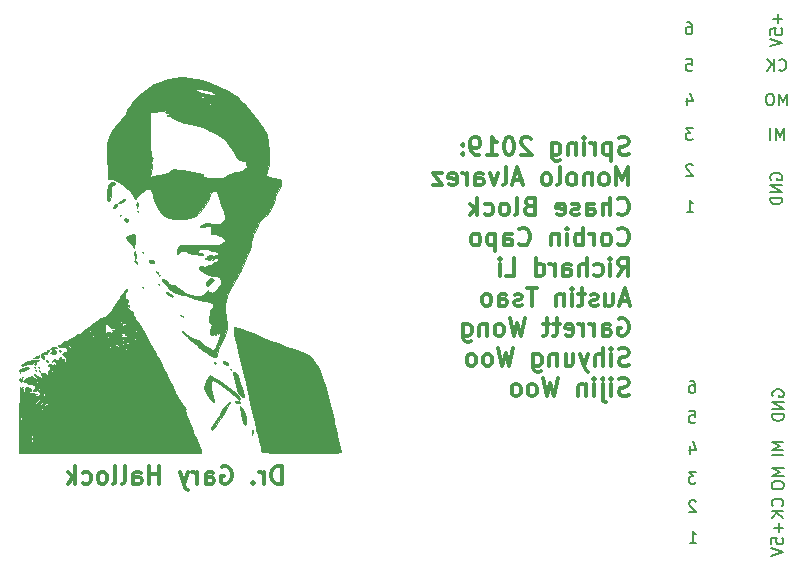
<source format=gbr>
%TF.GenerationSoftware,KiCad,Pcbnew,(5.0.0)*%
%TF.CreationDate,2019-02-24T20:53:02-06:00*%
%TF.ProjectId,BPSTemperature,42505354656D70657261747572652E6B,rev?*%
%TF.SameCoordinates,Original*%
%TF.FileFunction,Legend,Bot*%
%TF.FilePolarity,Positive*%
%FSLAX46Y46*%
G04 Gerber Fmt 4.6, Leading zero omitted, Abs format (unit mm)*
G04 Created by KiCad (PCBNEW (5.0.0)) date 02/24/19 20:53:02*
%MOMM*%
%LPD*%
G01*
G04 APERTURE LIST*
%ADD10C,0.150000*%
%ADD11C,0.300000*%
%ADD12C,0.010000*%
G04 APERTURE END LIST*
D10*
X125727285Y-96464380D02*
X126298714Y-96464380D01*
X126013000Y-96464380D02*
X126013000Y-95464380D01*
X126108238Y-95607238D01*
X126203476Y-95702476D01*
X126298714Y-95750095D01*
X125782523Y-86780714D02*
X125782523Y-87447380D01*
X126020619Y-86399761D02*
X126258714Y-87114047D01*
X125639666Y-87114047D01*
X126246333Y-89368380D02*
X125627285Y-89368380D01*
X125960619Y-89749333D01*
X125817761Y-89749333D01*
X125722523Y-89796952D01*
X125674904Y-89844571D01*
X125627285Y-89939809D01*
X125627285Y-90177904D01*
X125674904Y-90273142D01*
X125722523Y-90320761D01*
X125817761Y-90368380D01*
X126103476Y-90368380D01*
X126198714Y-90320761D01*
X126246333Y-90273142D01*
X125684904Y-83526380D02*
X126161095Y-83526380D01*
X126208714Y-84002571D01*
X126161095Y-83954952D01*
X126065857Y-83907333D01*
X125827761Y-83907333D01*
X125732523Y-83954952D01*
X125684904Y-84002571D01*
X125637285Y-84097809D01*
X125637285Y-84335904D01*
X125684904Y-84431142D01*
X125732523Y-84478761D01*
X125827761Y-84526380D01*
X126065857Y-84526380D01*
X126161095Y-84478761D01*
X126208714Y-84431142D01*
X125732523Y-80421380D02*
X125923000Y-80421380D01*
X126018238Y-80469000D01*
X126065857Y-80516619D01*
X126161095Y-80659476D01*
X126208714Y-80849952D01*
X126208714Y-81230904D01*
X126161095Y-81326142D01*
X126113476Y-81373761D01*
X126018238Y-81421380D01*
X125827761Y-81421380D01*
X125732523Y-81373761D01*
X125684904Y-81326142D01*
X125637285Y-81230904D01*
X125637285Y-80992809D01*
X125684904Y-80897571D01*
X125732523Y-80849952D01*
X125827761Y-80802333D01*
X126018238Y-80802333D01*
X126113476Y-80849952D01*
X126161095Y-80897571D01*
X126208714Y-80992809D01*
X126248714Y-92511619D02*
X126201095Y-92464000D01*
X126105857Y-92416380D01*
X125867761Y-92416380D01*
X125772523Y-92464000D01*
X125724904Y-92511619D01*
X125677285Y-92606857D01*
X125677285Y-92702095D01*
X125724904Y-92844952D01*
X126296333Y-93416380D01*
X125677285Y-93416380D01*
X132850000Y-93726095D02*
X132802380Y-93630857D01*
X132802380Y-93488000D01*
X132850000Y-93345142D01*
X132945238Y-93249904D01*
X133040476Y-93202285D01*
X133230952Y-93154666D01*
X133373809Y-93154666D01*
X133564285Y-93202285D01*
X133659523Y-93249904D01*
X133754761Y-93345142D01*
X133802380Y-93488000D01*
X133802380Y-93583238D01*
X133754761Y-93726095D01*
X133707142Y-93773714D01*
X133373809Y-93773714D01*
X133373809Y-93583238D01*
X133802380Y-94202285D02*
X132802380Y-94202285D01*
X133802380Y-94773714D01*
X132802380Y-94773714D01*
X133802380Y-95249904D02*
X132802380Y-95249904D01*
X132802380Y-95488000D01*
X132850000Y-95630857D01*
X132945238Y-95726095D01*
X133040476Y-95773714D01*
X133230952Y-95821333D01*
X133373809Y-95821333D01*
X133564285Y-95773714D01*
X133659523Y-95726095D01*
X133754761Y-95630857D01*
X133802380Y-95488000D01*
X133802380Y-95249904D01*
X133540476Y-84431142D02*
X133588095Y-84478761D01*
X133730952Y-84526380D01*
X133826190Y-84526380D01*
X133969047Y-84478761D01*
X134064285Y-84383523D01*
X134111904Y-84288285D01*
X134159523Y-84097809D01*
X134159523Y-83954952D01*
X134111904Y-83764476D01*
X134064285Y-83669238D01*
X133969047Y-83574000D01*
X133826190Y-83526380D01*
X133730952Y-83526380D01*
X133588095Y-83574000D01*
X133540476Y-83621619D01*
X133111904Y-84526380D02*
X133111904Y-83526380D01*
X132540476Y-84526380D02*
X132969047Y-83954952D01*
X132540476Y-83526380D02*
X133111904Y-84097809D01*
X134207142Y-87447380D02*
X134207142Y-86447380D01*
X133873809Y-87161666D01*
X133540476Y-86447380D01*
X133540476Y-87447380D01*
X132873809Y-86447380D02*
X132683333Y-86447380D01*
X132588095Y-86495000D01*
X132492857Y-86590238D01*
X132445238Y-86780714D01*
X132445238Y-87114047D01*
X132492857Y-87304523D01*
X132588095Y-87399761D01*
X132683333Y-87447380D01*
X132873809Y-87447380D01*
X132969047Y-87399761D01*
X133064285Y-87304523D01*
X133111904Y-87114047D01*
X133111904Y-86780714D01*
X133064285Y-86590238D01*
X132969047Y-86495000D01*
X132873809Y-86447380D01*
X133921428Y-90368380D02*
X133921428Y-89368380D01*
X133588095Y-90082666D01*
X133254761Y-89368380D01*
X133254761Y-90368380D01*
X132778571Y-90368380D02*
X132778571Y-89368380D01*
X133421428Y-79740285D02*
X133421428Y-80502190D01*
X133802380Y-80121238D02*
X133040476Y-80121238D01*
X132802380Y-81454571D02*
X132802380Y-80978380D01*
X133278571Y-80930761D01*
X133230952Y-80978380D01*
X133183333Y-81073619D01*
X133183333Y-81311714D01*
X133230952Y-81406952D01*
X133278571Y-81454571D01*
X133373809Y-81502190D01*
X133611904Y-81502190D01*
X133707142Y-81454571D01*
X133754761Y-81406952D01*
X133802380Y-81311714D01*
X133802380Y-81073619D01*
X133754761Y-80978380D01*
X133707142Y-80930761D01*
X132802380Y-81787904D02*
X133802380Y-82121238D01*
X132802380Y-82454571D01*
D11*
X120819285Y-91582142D02*
X120605000Y-91653571D01*
X120247857Y-91653571D01*
X120105000Y-91582142D01*
X120033571Y-91510714D01*
X119962142Y-91367857D01*
X119962142Y-91225000D01*
X120033571Y-91082142D01*
X120105000Y-91010714D01*
X120247857Y-90939285D01*
X120533571Y-90867857D01*
X120676428Y-90796428D01*
X120747857Y-90725000D01*
X120819285Y-90582142D01*
X120819285Y-90439285D01*
X120747857Y-90296428D01*
X120676428Y-90225000D01*
X120533571Y-90153571D01*
X120176428Y-90153571D01*
X119962142Y-90225000D01*
X119319285Y-90653571D02*
X119319285Y-92153571D01*
X119319285Y-90725000D02*
X119176428Y-90653571D01*
X118890714Y-90653571D01*
X118747857Y-90725000D01*
X118676428Y-90796428D01*
X118605000Y-90939285D01*
X118605000Y-91367857D01*
X118676428Y-91510714D01*
X118747857Y-91582142D01*
X118890714Y-91653571D01*
X119176428Y-91653571D01*
X119319285Y-91582142D01*
X117962142Y-91653571D02*
X117962142Y-90653571D01*
X117962142Y-90939285D02*
X117890714Y-90796428D01*
X117819285Y-90725000D01*
X117676428Y-90653571D01*
X117533571Y-90653571D01*
X117033571Y-91653571D02*
X117033571Y-90653571D01*
X117033571Y-90153571D02*
X117105000Y-90225000D01*
X117033571Y-90296428D01*
X116962142Y-90225000D01*
X117033571Y-90153571D01*
X117033571Y-90296428D01*
X116319285Y-90653571D02*
X116319285Y-91653571D01*
X116319285Y-90796428D02*
X116247857Y-90725000D01*
X116105000Y-90653571D01*
X115890714Y-90653571D01*
X115747857Y-90725000D01*
X115676428Y-90867857D01*
X115676428Y-91653571D01*
X114319285Y-90653571D02*
X114319285Y-91867857D01*
X114390714Y-92010714D01*
X114462142Y-92082142D01*
X114605000Y-92153571D01*
X114819285Y-92153571D01*
X114962142Y-92082142D01*
X114319285Y-91582142D02*
X114462142Y-91653571D01*
X114747857Y-91653571D01*
X114890714Y-91582142D01*
X114962142Y-91510714D01*
X115033571Y-91367857D01*
X115033571Y-90939285D01*
X114962142Y-90796428D01*
X114890714Y-90725000D01*
X114747857Y-90653571D01*
X114462142Y-90653571D01*
X114319285Y-90725000D01*
X112533571Y-90296428D02*
X112462142Y-90225000D01*
X112319285Y-90153571D01*
X111962142Y-90153571D01*
X111819285Y-90225000D01*
X111747857Y-90296428D01*
X111676428Y-90439285D01*
X111676428Y-90582142D01*
X111747857Y-90796428D01*
X112605000Y-91653571D01*
X111676428Y-91653571D01*
X110747857Y-90153571D02*
X110605000Y-90153571D01*
X110462142Y-90225000D01*
X110390714Y-90296428D01*
X110319285Y-90439285D01*
X110247857Y-90725000D01*
X110247857Y-91082142D01*
X110319285Y-91367857D01*
X110390714Y-91510714D01*
X110462142Y-91582142D01*
X110605000Y-91653571D01*
X110747857Y-91653571D01*
X110890714Y-91582142D01*
X110962142Y-91510714D01*
X111033571Y-91367857D01*
X111105000Y-91082142D01*
X111105000Y-90725000D01*
X111033571Y-90439285D01*
X110962142Y-90296428D01*
X110890714Y-90225000D01*
X110747857Y-90153571D01*
X108819285Y-91653571D02*
X109676428Y-91653571D01*
X109247857Y-91653571D02*
X109247857Y-90153571D01*
X109390714Y-90367857D01*
X109533571Y-90510714D01*
X109676428Y-90582142D01*
X108105000Y-91653571D02*
X107819285Y-91653571D01*
X107676428Y-91582142D01*
X107605000Y-91510714D01*
X107462142Y-91296428D01*
X107390714Y-91010714D01*
X107390714Y-90439285D01*
X107462142Y-90296428D01*
X107533571Y-90225000D01*
X107676428Y-90153571D01*
X107962142Y-90153571D01*
X108105000Y-90225000D01*
X108176428Y-90296428D01*
X108247857Y-90439285D01*
X108247857Y-90796428D01*
X108176428Y-90939285D01*
X108105000Y-91010714D01*
X107962142Y-91082142D01*
X107676428Y-91082142D01*
X107533571Y-91010714D01*
X107462142Y-90939285D01*
X107390714Y-90796428D01*
X106747857Y-91510714D02*
X106676428Y-91582142D01*
X106747857Y-91653571D01*
X106819285Y-91582142D01*
X106747857Y-91510714D01*
X106747857Y-91653571D01*
X106747857Y-90725000D02*
X106676428Y-90796428D01*
X106747857Y-90867857D01*
X106819285Y-90796428D01*
X106747857Y-90725000D01*
X106747857Y-90867857D01*
X120747857Y-94203571D02*
X120747857Y-92703571D01*
X120247857Y-93775000D01*
X119747857Y-92703571D01*
X119747857Y-94203571D01*
X118819285Y-94203571D02*
X118962142Y-94132142D01*
X119033571Y-94060714D01*
X119105000Y-93917857D01*
X119105000Y-93489285D01*
X119033571Y-93346428D01*
X118962142Y-93275000D01*
X118819285Y-93203571D01*
X118605000Y-93203571D01*
X118462142Y-93275000D01*
X118390714Y-93346428D01*
X118319285Y-93489285D01*
X118319285Y-93917857D01*
X118390714Y-94060714D01*
X118462142Y-94132142D01*
X118605000Y-94203571D01*
X118819285Y-94203571D01*
X117676428Y-93203571D02*
X117676428Y-94203571D01*
X117676428Y-93346428D02*
X117605000Y-93275000D01*
X117462142Y-93203571D01*
X117247857Y-93203571D01*
X117105000Y-93275000D01*
X117033571Y-93417857D01*
X117033571Y-94203571D01*
X116105000Y-94203571D02*
X116247857Y-94132142D01*
X116319285Y-94060714D01*
X116390714Y-93917857D01*
X116390714Y-93489285D01*
X116319285Y-93346428D01*
X116247857Y-93275000D01*
X116105000Y-93203571D01*
X115890714Y-93203571D01*
X115747857Y-93275000D01*
X115676428Y-93346428D01*
X115605000Y-93489285D01*
X115605000Y-93917857D01*
X115676428Y-94060714D01*
X115747857Y-94132142D01*
X115890714Y-94203571D01*
X116105000Y-94203571D01*
X114747857Y-94203571D02*
X114890714Y-94132142D01*
X114962142Y-93989285D01*
X114962142Y-92703571D01*
X113962142Y-94203571D02*
X114105000Y-94132142D01*
X114176428Y-94060714D01*
X114247857Y-93917857D01*
X114247857Y-93489285D01*
X114176428Y-93346428D01*
X114105000Y-93275000D01*
X113962142Y-93203571D01*
X113747857Y-93203571D01*
X113605000Y-93275000D01*
X113533571Y-93346428D01*
X113462142Y-93489285D01*
X113462142Y-93917857D01*
X113533571Y-94060714D01*
X113605000Y-94132142D01*
X113747857Y-94203571D01*
X113962142Y-94203571D01*
X111747857Y-93775000D02*
X111033571Y-93775000D01*
X111890714Y-94203571D02*
X111390714Y-92703571D01*
X110890714Y-94203571D01*
X110176428Y-94203571D02*
X110319285Y-94132142D01*
X110390714Y-93989285D01*
X110390714Y-92703571D01*
X109747857Y-93203571D02*
X109390714Y-94203571D01*
X109033571Y-93203571D01*
X107819285Y-94203571D02*
X107819285Y-93417857D01*
X107890714Y-93275000D01*
X108033571Y-93203571D01*
X108319285Y-93203571D01*
X108462142Y-93275000D01*
X107819285Y-94132142D02*
X107962142Y-94203571D01*
X108319285Y-94203571D01*
X108462142Y-94132142D01*
X108533571Y-93989285D01*
X108533571Y-93846428D01*
X108462142Y-93703571D01*
X108319285Y-93632142D01*
X107962142Y-93632142D01*
X107819285Y-93560714D01*
X107105000Y-94203571D02*
X107105000Y-93203571D01*
X107105000Y-93489285D02*
X107033571Y-93346428D01*
X106962142Y-93275000D01*
X106819285Y-93203571D01*
X106676428Y-93203571D01*
X105605000Y-94132142D02*
X105747857Y-94203571D01*
X106033571Y-94203571D01*
X106176428Y-94132142D01*
X106247857Y-93989285D01*
X106247857Y-93417857D01*
X106176428Y-93275000D01*
X106033571Y-93203571D01*
X105747857Y-93203571D01*
X105605000Y-93275000D01*
X105533571Y-93417857D01*
X105533571Y-93560714D01*
X106247857Y-93703571D01*
X105033571Y-93203571D02*
X104247857Y-93203571D01*
X105033571Y-94203571D01*
X104247857Y-94203571D01*
X119890714Y-96610714D02*
X119962142Y-96682142D01*
X120176428Y-96753571D01*
X120319285Y-96753571D01*
X120533571Y-96682142D01*
X120676428Y-96539285D01*
X120747857Y-96396428D01*
X120819285Y-96110714D01*
X120819285Y-95896428D01*
X120747857Y-95610714D01*
X120676428Y-95467857D01*
X120533571Y-95325000D01*
X120319285Y-95253571D01*
X120176428Y-95253571D01*
X119962142Y-95325000D01*
X119890714Y-95396428D01*
X119247857Y-96753571D02*
X119247857Y-95253571D01*
X118605000Y-96753571D02*
X118605000Y-95967857D01*
X118676428Y-95825000D01*
X118819285Y-95753571D01*
X119033571Y-95753571D01*
X119176428Y-95825000D01*
X119247857Y-95896428D01*
X117247857Y-96753571D02*
X117247857Y-95967857D01*
X117319285Y-95825000D01*
X117462142Y-95753571D01*
X117747857Y-95753571D01*
X117890714Y-95825000D01*
X117247857Y-96682142D02*
X117390714Y-96753571D01*
X117747857Y-96753571D01*
X117890714Y-96682142D01*
X117962142Y-96539285D01*
X117962142Y-96396428D01*
X117890714Y-96253571D01*
X117747857Y-96182142D01*
X117390714Y-96182142D01*
X117247857Y-96110714D01*
X116605000Y-96682142D02*
X116462142Y-96753571D01*
X116176428Y-96753571D01*
X116033571Y-96682142D01*
X115962142Y-96539285D01*
X115962142Y-96467857D01*
X116033571Y-96325000D01*
X116176428Y-96253571D01*
X116390714Y-96253571D01*
X116533571Y-96182142D01*
X116605000Y-96039285D01*
X116605000Y-95967857D01*
X116533571Y-95825000D01*
X116390714Y-95753571D01*
X116176428Y-95753571D01*
X116033571Y-95825000D01*
X114747857Y-96682142D02*
X114890714Y-96753571D01*
X115176428Y-96753571D01*
X115319285Y-96682142D01*
X115390714Y-96539285D01*
X115390714Y-95967857D01*
X115319285Y-95825000D01*
X115176428Y-95753571D01*
X114890714Y-95753571D01*
X114747857Y-95825000D01*
X114676428Y-95967857D01*
X114676428Y-96110714D01*
X115390714Y-96253571D01*
X112390714Y-95967857D02*
X112176428Y-96039285D01*
X112105000Y-96110714D01*
X112033571Y-96253571D01*
X112033571Y-96467857D01*
X112105000Y-96610714D01*
X112176428Y-96682142D01*
X112319285Y-96753571D01*
X112890714Y-96753571D01*
X112890714Y-95253571D01*
X112390714Y-95253571D01*
X112247857Y-95325000D01*
X112176428Y-95396428D01*
X112105000Y-95539285D01*
X112105000Y-95682142D01*
X112176428Y-95825000D01*
X112247857Y-95896428D01*
X112390714Y-95967857D01*
X112890714Y-95967857D01*
X111176428Y-96753571D02*
X111319285Y-96682142D01*
X111390714Y-96539285D01*
X111390714Y-95253571D01*
X110390714Y-96753571D02*
X110533571Y-96682142D01*
X110605000Y-96610714D01*
X110676428Y-96467857D01*
X110676428Y-96039285D01*
X110605000Y-95896428D01*
X110533571Y-95825000D01*
X110390714Y-95753571D01*
X110176428Y-95753571D01*
X110033571Y-95825000D01*
X109962142Y-95896428D01*
X109890714Y-96039285D01*
X109890714Y-96467857D01*
X109962142Y-96610714D01*
X110033571Y-96682142D01*
X110176428Y-96753571D01*
X110390714Y-96753571D01*
X108605000Y-96682142D02*
X108747857Y-96753571D01*
X109033571Y-96753571D01*
X109176428Y-96682142D01*
X109247857Y-96610714D01*
X109319285Y-96467857D01*
X109319285Y-96039285D01*
X109247857Y-95896428D01*
X109176428Y-95825000D01*
X109033571Y-95753571D01*
X108747857Y-95753571D01*
X108605000Y-95825000D01*
X107962142Y-96753571D02*
X107962142Y-95253571D01*
X107819285Y-96182142D02*
X107390714Y-96753571D01*
X107390714Y-95753571D02*
X107962142Y-96325000D01*
X119890714Y-99160714D02*
X119962142Y-99232142D01*
X120176428Y-99303571D01*
X120319285Y-99303571D01*
X120533571Y-99232142D01*
X120676428Y-99089285D01*
X120747857Y-98946428D01*
X120819285Y-98660714D01*
X120819285Y-98446428D01*
X120747857Y-98160714D01*
X120676428Y-98017857D01*
X120533571Y-97875000D01*
X120319285Y-97803571D01*
X120176428Y-97803571D01*
X119962142Y-97875000D01*
X119890714Y-97946428D01*
X119033571Y-99303571D02*
X119176428Y-99232142D01*
X119247857Y-99160714D01*
X119319285Y-99017857D01*
X119319285Y-98589285D01*
X119247857Y-98446428D01*
X119176428Y-98375000D01*
X119033571Y-98303571D01*
X118819285Y-98303571D01*
X118676428Y-98375000D01*
X118605000Y-98446428D01*
X118533571Y-98589285D01*
X118533571Y-99017857D01*
X118605000Y-99160714D01*
X118676428Y-99232142D01*
X118819285Y-99303571D01*
X119033571Y-99303571D01*
X117890714Y-99303571D02*
X117890714Y-98303571D01*
X117890714Y-98589285D02*
X117819285Y-98446428D01*
X117747857Y-98375000D01*
X117605000Y-98303571D01*
X117462142Y-98303571D01*
X116962142Y-99303571D02*
X116962142Y-97803571D01*
X116962142Y-98375000D02*
X116819285Y-98303571D01*
X116533571Y-98303571D01*
X116390714Y-98375000D01*
X116319285Y-98446428D01*
X116247857Y-98589285D01*
X116247857Y-99017857D01*
X116319285Y-99160714D01*
X116390714Y-99232142D01*
X116533571Y-99303571D01*
X116819285Y-99303571D01*
X116962142Y-99232142D01*
X115605000Y-99303571D02*
X115605000Y-98303571D01*
X115605000Y-97803571D02*
X115676428Y-97875000D01*
X115605000Y-97946428D01*
X115533571Y-97875000D01*
X115605000Y-97803571D01*
X115605000Y-97946428D01*
X114890714Y-98303571D02*
X114890714Y-99303571D01*
X114890714Y-98446428D02*
X114819285Y-98375000D01*
X114676428Y-98303571D01*
X114462142Y-98303571D01*
X114319285Y-98375000D01*
X114247857Y-98517857D01*
X114247857Y-99303571D01*
X111533571Y-99160714D02*
X111605000Y-99232142D01*
X111819285Y-99303571D01*
X111962142Y-99303571D01*
X112176428Y-99232142D01*
X112319285Y-99089285D01*
X112390714Y-98946428D01*
X112462142Y-98660714D01*
X112462142Y-98446428D01*
X112390714Y-98160714D01*
X112319285Y-98017857D01*
X112176428Y-97875000D01*
X111962142Y-97803571D01*
X111819285Y-97803571D01*
X111605000Y-97875000D01*
X111533571Y-97946428D01*
X110247857Y-99303571D02*
X110247857Y-98517857D01*
X110319285Y-98375000D01*
X110462142Y-98303571D01*
X110747857Y-98303571D01*
X110890714Y-98375000D01*
X110247857Y-99232142D02*
X110390714Y-99303571D01*
X110747857Y-99303571D01*
X110890714Y-99232142D01*
X110962142Y-99089285D01*
X110962142Y-98946428D01*
X110890714Y-98803571D01*
X110747857Y-98732142D01*
X110390714Y-98732142D01*
X110247857Y-98660714D01*
X109533571Y-98303571D02*
X109533571Y-99803571D01*
X109533571Y-98375000D02*
X109390714Y-98303571D01*
X109105000Y-98303571D01*
X108962142Y-98375000D01*
X108890714Y-98446428D01*
X108819285Y-98589285D01*
X108819285Y-99017857D01*
X108890714Y-99160714D01*
X108962142Y-99232142D01*
X109105000Y-99303571D01*
X109390714Y-99303571D01*
X109533571Y-99232142D01*
X107962142Y-99303571D02*
X108105000Y-99232142D01*
X108176428Y-99160714D01*
X108247857Y-99017857D01*
X108247857Y-98589285D01*
X108176428Y-98446428D01*
X108105000Y-98375000D01*
X107962142Y-98303571D01*
X107747857Y-98303571D01*
X107605000Y-98375000D01*
X107533571Y-98446428D01*
X107462142Y-98589285D01*
X107462142Y-99017857D01*
X107533571Y-99160714D01*
X107605000Y-99232142D01*
X107747857Y-99303571D01*
X107962142Y-99303571D01*
X119890714Y-101853571D02*
X120390714Y-101139285D01*
X120747857Y-101853571D02*
X120747857Y-100353571D01*
X120176428Y-100353571D01*
X120033571Y-100425000D01*
X119962142Y-100496428D01*
X119890714Y-100639285D01*
X119890714Y-100853571D01*
X119962142Y-100996428D01*
X120033571Y-101067857D01*
X120176428Y-101139285D01*
X120747857Y-101139285D01*
X119247857Y-101853571D02*
X119247857Y-100853571D01*
X119247857Y-100353571D02*
X119319285Y-100425000D01*
X119247857Y-100496428D01*
X119176428Y-100425000D01*
X119247857Y-100353571D01*
X119247857Y-100496428D01*
X117890714Y-101782142D02*
X118033571Y-101853571D01*
X118319285Y-101853571D01*
X118462142Y-101782142D01*
X118533571Y-101710714D01*
X118605000Y-101567857D01*
X118605000Y-101139285D01*
X118533571Y-100996428D01*
X118462142Y-100925000D01*
X118319285Y-100853571D01*
X118033571Y-100853571D01*
X117890714Y-100925000D01*
X117247857Y-101853571D02*
X117247857Y-100353571D01*
X116605000Y-101853571D02*
X116605000Y-101067857D01*
X116676428Y-100925000D01*
X116819285Y-100853571D01*
X117033571Y-100853571D01*
X117176428Y-100925000D01*
X117247857Y-100996428D01*
X115247857Y-101853571D02*
X115247857Y-101067857D01*
X115319285Y-100925000D01*
X115462142Y-100853571D01*
X115747857Y-100853571D01*
X115890714Y-100925000D01*
X115247857Y-101782142D02*
X115390714Y-101853571D01*
X115747857Y-101853571D01*
X115890714Y-101782142D01*
X115962142Y-101639285D01*
X115962142Y-101496428D01*
X115890714Y-101353571D01*
X115747857Y-101282142D01*
X115390714Y-101282142D01*
X115247857Y-101210714D01*
X114533571Y-101853571D02*
X114533571Y-100853571D01*
X114533571Y-101139285D02*
X114462142Y-100996428D01*
X114390714Y-100925000D01*
X114247857Y-100853571D01*
X114105000Y-100853571D01*
X112962142Y-101853571D02*
X112962142Y-100353571D01*
X112962142Y-101782142D02*
X113105000Y-101853571D01*
X113390714Y-101853571D01*
X113533571Y-101782142D01*
X113605000Y-101710714D01*
X113676428Y-101567857D01*
X113676428Y-101139285D01*
X113605000Y-100996428D01*
X113533571Y-100925000D01*
X113390714Y-100853571D01*
X113105000Y-100853571D01*
X112962142Y-100925000D01*
X110390714Y-101853571D02*
X111105000Y-101853571D01*
X111105000Y-100353571D01*
X109890714Y-101853571D02*
X109890714Y-100853571D01*
X109890714Y-100353571D02*
X109962142Y-100425000D01*
X109890714Y-100496428D01*
X109819285Y-100425000D01*
X109890714Y-100353571D01*
X109890714Y-100496428D01*
X120819285Y-103975000D02*
X120105000Y-103975000D01*
X120962142Y-104403571D02*
X120462142Y-102903571D01*
X119962142Y-104403571D01*
X118819285Y-103403571D02*
X118819285Y-104403571D01*
X119462142Y-103403571D02*
X119462142Y-104189285D01*
X119390714Y-104332142D01*
X119247857Y-104403571D01*
X119033571Y-104403571D01*
X118890714Y-104332142D01*
X118819285Y-104260714D01*
X118176428Y-104332142D02*
X118033571Y-104403571D01*
X117747857Y-104403571D01*
X117605000Y-104332142D01*
X117533571Y-104189285D01*
X117533571Y-104117857D01*
X117605000Y-103975000D01*
X117747857Y-103903571D01*
X117962142Y-103903571D01*
X118105000Y-103832142D01*
X118176428Y-103689285D01*
X118176428Y-103617857D01*
X118105000Y-103475000D01*
X117962142Y-103403571D01*
X117747857Y-103403571D01*
X117605000Y-103475000D01*
X117105000Y-103403571D02*
X116533571Y-103403571D01*
X116890714Y-102903571D02*
X116890714Y-104189285D01*
X116819285Y-104332142D01*
X116676428Y-104403571D01*
X116533571Y-104403571D01*
X116033571Y-104403571D02*
X116033571Y-103403571D01*
X116033571Y-102903571D02*
X116105000Y-102975000D01*
X116033571Y-103046428D01*
X115962142Y-102975000D01*
X116033571Y-102903571D01*
X116033571Y-103046428D01*
X115319285Y-103403571D02*
X115319285Y-104403571D01*
X115319285Y-103546428D02*
X115247857Y-103475000D01*
X115105000Y-103403571D01*
X114890714Y-103403571D01*
X114747857Y-103475000D01*
X114676428Y-103617857D01*
X114676428Y-104403571D01*
X113033571Y-102903571D02*
X112176428Y-102903571D01*
X112605000Y-104403571D02*
X112605000Y-102903571D01*
X111747857Y-104332142D02*
X111605000Y-104403571D01*
X111319285Y-104403571D01*
X111176428Y-104332142D01*
X111105000Y-104189285D01*
X111105000Y-104117857D01*
X111176428Y-103975000D01*
X111319285Y-103903571D01*
X111533571Y-103903571D01*
X111676428Y-103832142D01*
X111747857Y-103689285D01*
X111747857Y-103617857D01*
X111676428Y-103475000D01*
X111533571Y-103403571D01*
X111319285Y-103403571D01*
X111176428Y-103475000D01*
X109819285Y-104403571D02*
X109819285Y-103617857D01*
X109890714Y-103475000D01*
X110033571Y-103403571D01*
X110319285Y-103403571D01*
X110462142Y-103475000D01*
X109819285Y-104332142D02*
X109962142Y-104403571D01*
X110319285Y-104403571D01*
X110462142Y-104332142D01*
X110533571Y-104189285D01*
X110533571Y-104046428D01*
X110462142Y-103903571D01*
X110319285Y-103832142D01*
X109962142Y-103832142D01*
X109819285Y-103760714D01*
X108890714Y-104403571D02*
X109033571Y-104332142D01*
X109105000Y-104260714D01*
X109176428Y-104117857D01*
X109176428Y-103689285D01*
X109105000Y-103546428D01*
X109033571Y-103475000D01*
X108890714Y-103403571D01*
X108676428Y-103403571D01*
X108533571Y-103475000D01*
X108462142Y-103546428D01*
X108390714Y-103689285D01*
X108390714Y-104117857D01*
X108462142Y-104260714D01*
X108533571Y-104332142D01*
X108676428Y-104403571D01*
X108890714Y-104403571D01*
X119962142Y-105525000D02*
X120105000Y-105453571D01*
X120319285Y-105453571D01*
X120533571Y-105525000D01*
X120676428Y-105667857D01*
X120747857Y-105810714D01*
X120819285Y-106096428D01*
X120819285Y-106310714D01*
X120747857Y-106596428D01*
X120676428Y-106739285D01*
X120533571Y-106882142D01*
X120319285Y-106953571D01*
X120176428Y-106953571D01*
X119962142Y-106882142D01*
X119890714Y-106810714D01*
X119890714Y-106310714D01*
X120176428Y-106310714D01*
X118605000Y-106953571D02*
X118605000Y-106167857D01*
X118676428Y-106025000D01*
X118819285Y-105953571D01*
X119105000Y-105953571D01*
X119247857Y-106025000D01*
X118605000Y-106882142D02*
X118747857Y-106953571D01*
X119105000Y-106953571D01*
X119247857Y-106882142D01*
X119319285Y-106739285D01*
X119319285Y-106596428D01*
X119247857Y-106453571D01*
X119105000Y-106382142D01*
X118747857Y-106382142D01*
X118605000Y-106310714D01*
X117890714Y-106953571D02*
X117890714Y-105953571D01*
X117890714Y-106239285D02*
X117819285Y-106096428D01*
X117747857Y-106025000D01*
X117605000Y-105953571D01*
X117462142Y-105953571D01*
X116962142Y-106953571D02*
X116962142Y-105953571D01*
X116962142Y-106239285D02*
X116890714Y-106096428D01*
X116819285Y-106025000D01*
X116676428Y-105953571D01*
X116533571Y-105953571D01*
X115462142Y-106882142D02*
X115605000Y-106953571D01*
X115890714Y-106953571D01*
X116033571Y-106882142D01*
X116105000Y-106739285D01*
X116105000Y-106167857D01*
X116033571Y-106025000D01*
X115890714Y-105953571D01*
X115605000Y-105953571D01*
X115462142Y-106025000D01*
X115390714Y-106167857D01*
X115390714Y-106310714D01*
X116105000Y-106453571D01*
X114962142Y-105953571D02*
X114390714Y-105953571D01*
X114747857Y-105453571D02*
X114747857Y-106739285D01*
X114676428Y-106882142D01*
X114533571Y-106953571D01*
X114390714Y-106953571D01*
X114105000Y-105953571D02*
X113533571Y-105953571D01*
X113890714Y-105453571D02*
X113890714Y-106739285D01*
X113819285Y-106882142D01*
X113676428Y-106953571D01*
X113533571Y-106953571D01*
X112033571Y-105453571D02*
X111676428Y-106953571D01*
X111390714Y-105882142D01*
X111105000Y-106953571D01*
X110747857Y-105453571D01*
X109962142Y-106953571D02*
X110105000Y-106882142D01*
X110176428Y-106810714D01*
X110247857Y-106667857D01*
X110247857Y-106239285D01*
X110176428Y-106096428D01*
X110105000Y-106025000D01*
X109962142Y-105953571D01*
X109747857Y-105953571D01*
X109605000Y-106025000D01*
X109533571Y-106096428D01*
X109462142Y-106239285D01*
X109462142Y-106667857D01*
X109533571Y-106810714D01*
X109605000Y-106882142D01*
X109747857Y-106953571D01*
X109962142Y-106953571D01*
X108819285Y-105953571D02*
X108819285Y-106953571D01*
X108819285Y-106096428D02*
X108747857Y-106025000D01*
X108605000Y-105953571D01*
X108390714Y-105953571D01*
X108247857Y-106025000D01*
X108176428Y-106167857D01*
X108176428Y-106953571D01*
X106819285Y-105953571D02*
X106819285Y-107167857D01*
X106890714Y-107310714D01*
X106962142Y-107382142D01*
X107105000Y-107453571D01*
X107319285Y-107453571D01*
X107462142Y-107382142D01*
X106819285Y-106882142D02*
X106962142Y-106953571D01*
X107247857Y-106953571D01*
X107390714Y-106882142D01*
X107462142Y-106810714D01*
X107533571Y-106667857D01*
X107533571Y-106239285D01*
X107462142Y-106096428D01*
X107390714Y-106025000D01*
X107247857Y-105953571D01*
X106962142Y-105953571D01*
X106819285Y-106025000D01*
X120819285Y-109432142D02*
X120605000Y-109503571D01*
X120247857Y-109503571D01*
X120105000Y-109432142D01*
X120033571Y-109360714D01*
X119962142Y-109217857D01*
X119962142Y-109075000D01*
X120033571Y-108932142D01*
X120105000Y-108860714D01*
X120247857Y-108789285D01*
X120533571Y-108717857D01*
X120676428Y-108646428D01*
X120747857Y-108575000D01*
X120819285Y-108432142D01*
X120819285Y-108289285D01*
X120747857Y-108146428D01*
X120676428Y-108075000D01*
X120533571Y-108003571D01*
X120176428Y-108003571D01*
X119962142Y-108075000D01*
X119319285Y-109503571D02*
X119319285Y-108503571D01*
X119319285Y-108003571D02*
X119390714Y-108075000D01*
X119319285Y-108146428D01*
X119247857Y-108075000D01*
X119319285Y-108003571D01*
X119319285Y-108146428D01*
X118605000Y-109503571D02*
X118605000Y-108003571D01*
X117962142Y-109503571D02*
X117962142Y-108717857D01*
X118033571Y-108575000D01*
X118176428Y-108503571D01*
X118390714Y-108503571D01*
X118533571Y-108575000D01*
X118605000Y-108646428D01*
X117390714Y-108503571D02*
X117033571Y-109503571D01*
X116676428Y-108503571D02*
X117033571Y-109503571D01*
X117176428Y-109860714D01*
X117247857Y-109932142D01*
X117390714Y-110003571D01*
X115462142Y-108503571D02*
X115462142Y-109503571D01*
X116105000Y-108503571D02*
X116105000Y-109289285D01*
X116033571Y-109432142D01*
X115890714Y-109503571D01*
X115676428Y-109503571D01*
X115533571Y-109432142D01*
X115462142Y-109360714D01*
X114747857Y-108503571D02*
X114747857Y-109503571D01*
X114747857Y-108646428D02*
X114676428Y-108575000D01*
X114533571Y-108503571D01*
X114319285Y-108503571D01*
X114176428Y-108575000D01*
X114105000Y-108717857D01*
X114105000Y-109503571D01*
X112747857Y-108503571D02*
X112747857Y-109717857D01*
X112819285Y-109860714D01*
X112890714Y-109932142D01*
X113033571Y-110003571D01*
X113247857Y-110003571D01*
X113390714Y-109932142D01*
X112747857Y-109432142D02*
X112890714Y-109503571D01*
X113176428Y-109503571D01*
X113319285Y-109432142D01*
X113390714Y-109360714D01*
X113462142Y-109217857D01*
X113462142Y-108789285D01*
X113390714Y-108646428D01*
X113319285Y-108575000D01*
X113176428Y-108503571D01*
X112890714Y-108503571D01*
X112747857Y-108575000D01*
X111033571Y-108003571D02*
X110676428Y-109503571D01*
X110390714Y-108432142D01*
X110105000Y-109503571D01*
X109747857Y-108003571D01*
X108962142Y-109503571D02*
X109105000Y-109432142D01*
X109176428Y-109360714D01*
X109247857Y-109217857D01*
X109247857Y-108789285D01*
X109176428Y-108646428D01*
X109105000Y-108575000D01*
X108962142Y-108503571D01*
X108747857Y-108503571D01*
X108605000Y-108575000D01*
X108533571Y-108646428D01*
X108462142Y-108789285D01*
X108462142Y-109217857D01*
X108533571Y-109360714D01*
X108605000Y-109432142D01*
X108747857Y-109503571D01*
X108962142Y-109503571D01*
X107605000Y-109503571D02*
X107747857Y-109432142D01*
X107819285Y-109360714D01*
X107890714Y-109217857D01*
X107890714Y-108789285D01*
X107819285Y-108646428D01*
X107747857Y-108575000D01*
X107605000Y-108503571D01*
X107390714Y-108503571D01*
X107247857Y-108575000D01*
X107176428Y-108646428D01*
X107105000Y-108789285D01*
X107105000Y-109217857D01*
X107176428Y-109360714D01*
X107247857Y-109432142D01*
X107390714Y-109503571D01*
X107605000Y-109503571D01*
X120819285Y-111982142D02*
X120605000Y-112053571D01*
X120247857Y-112053571D01*
X120105000Y-111982142D01*
X120033571Y-111910714D01*
X119962142Y-111767857D01*
X119962142Y-111625000D01*
X120033571Y-111482142D01*
X120105000Y-111410714D01*
X120247857Y-111339285D01*
X120533571Y-111267857D01*
X120676428Y-111196428D01*
X120747857Y-111125000D01*
X120819285Y-110982142D01*
X120819285Y-110839285D01*
X120747857Y-110696428D01*
X120676428Y-110625000D01*
X120533571Y-110553571D01*
X120176428Y-110553571D01*
X119962142Y-110625000D01*
X119319285Y-112053571D02*
X119319285Y-111053571D01*
X119319285Y-110553571D02*
X119390714Y-110625000D01*
X119319285Y-110696428D01*
X119247857Y-110625000D01*
X119319285Y-110553571D01*
X119319285Y-110696428D01*
X118605000Y-111053571D02*
X118605000Y-112339285D01*
X118676428Y-112482142D01*
X118819285Y-112553571D01*
X118890714Y-112553571D01*
X118605000Y-110553571D02*
X118676428Y-110625000D01*
X118605000Y-110696428D01*
X118533571Y-110625000D01*
X118605000Y-110553571D01*
X118605000Y-110696428D01*
X117890714Y-112053571D02*
X117890714Y-111053571D01*
X117890714Y-110553571D02*
X117962142Y-110625000D01*
X117890714Y-110696428D01*
X117819285Y-110625000D01*
X117890714Y-110553571D01*
X117890714Y-110696428D01*
X117176428Y-111053571D02*
X117176428Y-112053571D01*
X117176428Y-111196428D02*
X117105000Y-111125000D01*
X116962142Y-111053571D01*
X116747857Y-111053571D01*
X116605000Y-111125000D01*
X116533571Y-111267857D01*
X116533571Y-112053571D01*
X114819285Y-110553571D02*
X114462142Y-112053571D01*
X114176428Y-110982142D01*
X113890714Y-112053571D01*
X113533571Y-110553571D01*
X112747857Y-112053571D02*
X112890714Y-111982142D01*
X112962142Y-111910714D01*
X113033571Y-111767857D01*
X113033571Y-111339285D01*
X112962142Y-111196428D01*
X112890714Y-111125000D01*
X112747857Y-111053571D01*
X112533571Y-111053571D01*
X112390714Y-111125000D01*
X112319285Y-111196428D01*
X112247857Y-111339285D01*
X112247857Y-111767857D01*
X112319285Y-111910714D01*
X112390714Y-111982142D01*
X112533571Y-112053571D01*
X112747857Y-112053571D01*
X111390714Y-112053571D02*
X111533571Y-111982142D01*
X111605000Y-111910714D01*
X111676428Y-111767857D01*
X111676428Y-111339285D01*
X111605000Y-111196428D01*
X111533571Y-111125000D01*
X111390714Y-111053571D01*
X111176428Y-111053571D01*
X111033571Y-111125000D01*
X110962142Y-111196428D01*
X110890714Y-111339285D01*
X110890714Y-111767857D01*
X110962142Y-111910714D01*
X111033571Y-111982142D01*
X111176428Y-112053571D01*
X111390714Y-112053571D01*
D10*
X133517428Y-122843285D02*
X133517428Y-123605190D01*
X133898380Y-123224238D02*
X133136476Y-123224238D01*
X132898380Y-124557571D02*
X132898380Y-124081380D01*
X133374571Y-124033761D01*
X133326952Y-124081380D01*
X133279333Y-124176619D01*
X133279333Y-124414714D01*
X133326952Y-124509952D01*
X133374571Y-124557571D01*
X133469809Y-124605190D01*
X133707904Y-124605190D01*
X133803142Y-124557571D01*
X133850761Y-124509952D01*
X133898380Y-124414714D01*
X133898380Y-124176619D01*
X133850761Y-124081380D01*
X133803142Y-124033761D01*
X132898380Y-124890904D02*
X133898380Y-125224238D01*
X132898380Y-125557571D01*
D11*
X91425000Y-119478571D02*
X91425000Y-117978571D01*
X91067857Y-117978571D01*
X90853571Y-118050000D01*
X90710714Y-118192857D01*
X90639285Y-118335714D01*
X90567857Y-118621428D01*
X90567857Y-118835714D01*
X90639285Y-119121428D01*
X90710714Y-119264285D01*
X90853571Y-119407142D01*
X91067857Y-119478571D01*
X91425000Y-119478571D01*
X89925000Y-119478571D02*
X89925000Y-118478571D01*
X89925000Y-118764285D02*
X89853571Y-118621428D01*
X89782142Y-118550000D01*
X89639285Y-118478571D01*
X89496428Y-118478571D01*
X88996428Y-119335714D02*
X88925000Y-119407142D01*
X88996428Y-119478571D01*
X89067857Y-119407142D01*
X88996428Y-119335714D01*
X88996428Y-119478571D01*
X86353571Y-118050000D02*
X86496428Y-117978571D01*
X86710714Y-117978571D01*
X86925000Y-118050000D01*
X87067857Y-118192857D01*
X87139285Y-118335714D01*
X87210714Y-118621428D01*
X87210714Y-118835714D01*
X87139285Y-119121428D01*
X87067857Y-119264285D01*
X86925000Y-119407142D01*
X86710714Y-119478571D01*
X86567857Y-119478571D01*
X86353571Y-119407142D01*
X86282142Y-119335714D01*
X86282142Y-118835714D01*
X86567857Y-118835714D01*
X84996428Y-119478571D02*
X84996428Y-118692857D01*
X85067857Y-118550000D01*
X85210714Y-118478571D01*
X85496428Y-118478571D01*
X85639285Y-118550000D01*
X84996428Y-119407142D02*
X85139285Y-119478571D01*
X85496428Y-119478571D01*
X85639285Y-119407142D01*
X85710714Y-119264285D01*
X85710714Y-119121428D01*
X85639285Y-118978571D01*
X85496428Y-118907142D01*
X85139285Y-118907142D01*
X84996428Y-118835714D01*
X84282142Y-119478571D02*
X84282142Y-118478571D01*
X84282142Y-118764285D02*
X84210714Y-118621428D01*
X84139285Y-118550000D01*
X83996428Y-118478571D01*
X83853571Y-118478571D01*
X83496428Y-118478571D02*
X83139285Y-119478571D01*
X82782142Y-118478571D02*
X83139285Y-119478571D01*
X83282142Y-119835714D01*
X83353571Y-119907142D01*
X83496428Y-119978571D01*
X81067857Y-119478571D02*
X81067857Y-117978571D01*
X81067857Y-118692857D02*
X80210714Y-118692857D01*
X80210714Y-119478571D02*
X80210714Y-117978571D01*
X78853571Y-119478571D02*
X78853571Y-118692857D01*
X78925000Y-118550000D01*
X79067857Y-118478571D01*
X79353571Y-118478571D01*
X79496428Y-118550000D01*
X78853571Y-119407142D02*
X78996428Y-119478571D01*
X79353571Y-119478571D01*
X79496428Y-119407142D01*
X79567857Y-119264285D01*
X79567857Y-119121428D01*
X79496428Y-118978571D01*
X79353571Y-118907142D01*
X78996428Y-118907142D01*
X78853571Y-118835714D01*
X77925000Y-119478571D02*
X78067857Y-119407142D01*
X78139285Y-119264285D01*
X78139285Y-117978571D01*
X77139285Y-119478571D02*
X77282142Y-119407142D01*
X77353571Y-119264285D01*
X77353571Y-117978571D01*
X76353571Y-119478571D02*
X76496428Y-119407142D01*
X76567857Y-119335714D01*
X76639285Y-119192857D01*
X76639285Y-118764285D01*
X76567857Y-118621428D01*
X76496428Y-118550000D01*
X76353571Y-118478571D01*
X76139285Y-118478571D01*
X75996428Y-118550000D01*
X75925000Y-118621428D01*
X75853571Y-118764285D01*
X75853571Y-119192857D01*
X75925000Y-119335714D01*
X75996428Y-119407142D01*
X76139285Y-119478571D01*
X76353571Y-119478571D01*
X74567857Y-119407142D02*
X74710714Y-119478571D01*
X74996428Y-119478571D01*
X75139285Y-119407142D01*
X75210714Y-119335714D01*
X75282142Y-119192857D01*
X75282142Y-118764285D01*
X75210714Y-118621428D01*
X75139285Y-118550000D01*
X74996428Y-118478571D01*
X74710714Y-118478571D01*
X74567857Y-118550000D01*
X73925000Y-119478571D02*
X73925000Y-117978571D01*
X73782142Y-118907142D02*
X73353571Y-119478571D01*
X73353571Y-118478571D02*
X73925000Y-119050000D01*
D10*
X133823142Y-121348523D02*
X133870761Y-121300904D01*
X133918380Y-121158047D01*
X133918380Y-121062809D01*
X133870761Y-120919952D01*
X133775523Y-120824714D01*
X133680285Y-120777095D01*
X133489809Y-120729476D01*
X133346952Y-120729476D01*
X133156476Y-120777095D01*
X133061238Y-120824714D01*
X132966000Y-120919952D01*
X132918380Y-121062809D01*
X132918380Y-121158047D01*
X132966000Y-121300904D01*
X133013619Y-121348523D01*
X133918380Y-121777095D02*
X132918380Y-121777095D01*
X133918380Y-122348523D02*
X133346952Y-121919952D01*
X132918380Y-122348523D02*
X133489809Y-121777095D01*
X133928380Y-118181857D02*
X132928380Y-118181857D01*
X133642666Y-118515190D01*
X132928380Y-118848523D01*
X133928380Y-118848523D01*
X132928380Y-119515190D02*
X132928380Y-119705666D01*
X132976000Y-119800904D01*
X133071238Y-119896142D01*
X133261714Y-119943761D01*
X133595047Y-119943761D01*
X133785523Y-119896142D01*
X133880761Y-119800904D01*
X133928380Y-119705666D01*
X133928380Y-119515190D01*
X133880761Y-119419952D01*
X133785523Y-119324714D01*
X133595047Y-119277095D01*
X133261714Y-119277095D01*
X133071238Y-119324714D01*
X132976000Y-119419952D01*
X132928380Y-119515190D01*
X133908380Y-115927571D02*
X132908380Y-115927571D01*
X133622666Y-116260904D01*
X132908380Y-116594238D01*
X133908380Y-116594238D01*
X133908380Y-117070428D02*
X132908380Y-117070428D01*
X132996000Y-112067095D02*
X132948380Y-111971857D01*
X132948380Y-111829000D01*
X132996000Y-111686142D01*
X133091238Y-111590904D01*
X133186476Y-111543285D01*
X133376952Y-111495666D01*
X133519809Y-111495666D01*
X133710285Y-111543285D01*
X133805523Y-111590904D01*
X133900761Y-111686142D01*
X133948380Y-111829000D01*
X133948380Y-111924238D01*
X133900761Y-112067095D01*
X133853142Y-112114714D01*
X133519809Y-112114714D01*
X133519809Y-111924238D01*
X133948380Y-112543285D02*
X132948380Y-112543285D01*
X133948380Y-113114714D01*
X132948380Y-113114714D01*
X133948380Y-113590904D02*
X132948380Y-113590904D01*
X132948380Y-113829000D01*
X132996000Y-113971857D01*
X133091238Y-114067095D01*
X133186476Y-114114714D01*
X133376952Y-114162333D01*
X133519809Y-114162333D01*
X133710285Y-114114714D01*
X133805523Y-114067095D01*
X133900761Y-113971857D01*
X133948380Y-113829000D01*
X133948380Y-113590904D01*
X125986523Y-110774380D02*
X126177000Y-110774380D01*
X126272238Y-110822000D01*
X126319857Y-110869619D01*
X126415095Y-111012476D01*
X126462714Y-111202952D01*
X126462714Y-111583904D01*
X126415095Y-111679142D01*
X126367476Y-111726761D01*
X126272238Y-111774380D01*
X126081761Y-111774380D01*
X125986523Y-111726761D01*
X125938904Y-111679142D01*
X125891285Y-111583904D01*
X125891285Y-111345809D01*
X125938904Y-111250571D01*
X125986523Y-111202952D01*
X126081761Y-111155333D01*
X126272238Y-111155333D01*
X126367476Y-111202952D01*
X126415095Y-111250571D01*
X126462714Y-111345809D01*
X125938904Y-113314380D02*
X126415095Y-113314380D01*
X126462714Y-113790571D01*
X126415095Y-113742952D01*
X126319857Y-113695333D01*
X126081761Y-113695333D01*
X125986523Y-113742952D01*
X125938904Y-113790571D01*
X125891285Y-113885809D01*
X125891285Y-114123904D01*
X125938904Y-114219142D01*
X125986523Y-114266761D01*
X126081761Y-114314380D01*
X126319857Y-114314380D01*
X126415095Y-114266761D01*
X126462714Y-114219142D01*
X126036523Y-116277714D02*
X126036523Y-116944380D01*
X126274619Y-115896761D02*
X126512714Y-116611047D01*
X125893666Y-116611047D01*
X126500333Y-118464380D02*
X125881285Y-118464380D01*
X126214619Y-118845333D01*
X126071761Y-118845333D01*
X125976523Y-118892952D01*
X125928904Y-118940571D01*
X125881285Y-119035809D01*
X125881285Y-119273904D01*
X125928904Y-119369142D01*
X125976523Y-119416761D01*
X126071761Y-119464380D01*
X126357476Y-119464380D01*
X126452714Y-119416761D01*
X126500333Y-119369142D01*
X126502714Y-120989619D02*
X126455095Y-120942000D01*
X126359857Y-120894380D01*
X126121761Y-120894380D01*
X126026523Y-120942000D01*
X125978904Y-120989619D01*
X125931285Y-121084857D01*
X125931285Y-121180095D01*
X125978904Y-121322952D01*
X126550333Y-121894380D01*
X125931285Y-121894380D01*
X125981285Y-124474380D02*
X126552714Y-124474380D01*
X126267000Y-124474380D02*
X126267000Y-123474380D01*
X126362238Y-123617238D01*
X126457476Y-123712476D01*
X126552714Y-123760095D01*
D12*
G36*
X76832624Y-94065559D02*
X76722592Y-94340611D01*
X76670716Y-94769435D01*
X76665667Y-95001512D01*
X76681394Y-95349866D01*
X76726634Y-95542929D01*
X76798479Y-95576885D01*
X76894018Y-95447916D01*
X76935749Y-95355834D01*
X76987575Y-95139563D01*
X77016037Y-94836822D01*
X77017680Y-94636167D01*
X77015604Y-94360423D01*
X77039047Y-94213914D01*
X77100648Y-94157033D01*
X77173027Y-94149334D01*
X77314797Y-94108514D01*
X77331949Y-94023282D01*
X77237167Y-93958502D01*
X77003315Y-93939711D01*
X76832624Y-94065559D01*
X76832624Y-94065559D01*
G37*
X76832624Y-94065559D02*
X76722592Y-94340611D01*
X76670716Y-94769435D01*
X76665667Y-95001512D01*
X76681394Y-95349866D01*
X76726634Y-95542929D01*
X76798479Y-95576885D01*
X76894018Y-95447916D01*
X76935749Y-95355834D01*
X76987575Y-95139563D01*
X77016037Y-94836822D01*
X77017680Y-94636167D01*
X77015604Y-94360423D01*
X77039047Y-94213914D01*
X77100648Y-94157033D01*
X77173027Y-94149334D01*
X77314797Y-94108514D01*
X77331949Y-94023282D01*
X77237167Y-93958502D01*
X77003315Y-93939711D01*
X76832624Y-94065559D01*
G36*
X77956191Y-95384656D02*
X77792260Y-95500380D01*
X77651213Y-95630473D01*
X77597000Y-95718965D01*
X77599652Y-95745681D01*
X77637088Y-95741841D01*
X77753532Y-95694196D01*
X77914500Y-95623851D01*
X78103908Y-95513882D01*
X78188072Y-95410746D01*
X78149915Y-95344529D01*
X78078632Y-95334667D01*
X77956191Y-95384656D01*
X77956191Y-95384656D01*
G37*
X77956191Y-95384656D02*
X77792260Y-95500380D01*
X77651213Y-95630473D01*
X77597000Y-95718965D01*
X77599652Y-95745681D01*
X77637088Y-95741841D01*
X77753532Y-95694196D01*
X77914500Y-95623851D01*
X78103908Y-95513882D01*
X78188072Y-95410746D01*
X78149915Y-95344529D01*
X78078632Y-95334667D01*
X77956191Y-95384656D01*
G36*
X79156596Y-95644024D02*
X79144023Y-95694500D01*
X79132076Y-95910534D01*
X79144023Y-95990834D01*
X79178350Y-96094640D01*
X79221484Y-96041309D01*
X79243956Y-95990834D01*
X79267477Y-95788325D01*
X79243956Y-95694500D01*
X79189272Y-95590694D01*
X79156596Y-95644024D01*
X79156596Y-95644024D01*
G37*
X79156596Y-95644024D02*
X79144023Y-95694500D01*
X79132076Y-95910534D01*
X79144023Y-95990834D01*
X79178350Y-96094640D01*
X79221484Y-96041309D01*
X79243956Y-95990834D01*
X79267477Y-95788325D01*
X79243956Y-95694500D01*
X79189272Y-95590694D01*
X79156596Y-95644024D01*
G36*
X77312785Y-95807399D02*
X77195365Y-95927044D01*
X77173667Y-96021059D01*
X77185670Y-96152897D01*
X77241579Y-96155498D01*
X77371246Y-96027516D01*
X77385804Y-96011481D01*
X77490482Y-95855114D01*
X77462046Y-95781652D01*
X77312785Y-95807399D01*
X77312785Y-95807399D01*
G37*
X77312785Y-95807399D02*
X77195365Y-95927044D01*
X77173667Y-96021059D01*
X77185670Y-96152897D01*
X77241579Y-96155498D01*
X77371246Y-96027516D01*
X77385804Y-96011481D01*
X77490482Y-95855114D01*
X77462046Y-95781652D01*
X77312785Y-95807399D01*
G36*
X79205667Y-96393000D02*
X79248000Y-96435334D01*
X79290334Y-96393000D01*
X79248000Y-96350667D01*
X79205667Y-96393000D01*
X79205667Y-96393000D01*
G37*
X79205667Y-96393000D02*
X79248000Y-96435334D01*
X79290334Y-96393000D01*
X79248000Y-96350667D01*
X79205667Y-96393000D01*
G36*
X77709889Y-96717556D02*
X77721512Y-96767890D01*
X77766334Y-96774000D01*
X77836024Y-96743022D01*
X77822778Y-96717556D01*
X77722299Y-96707423D01*
X77709889Y-96717556D01*
X77709889Y-96717556D01*
G37*
X77709889Y-96717556D02*
X77721512Y-96767890D01*
X77766334Y-96774000D01*
X77836024Y-96743022D01*
X77822778Y-96717556D01*
X77722299Y-96707423D01*
X77709889Y-96717556D01*
G36*
X78059954Y-97032070D02*
X78040087Y-97151972D01*
X78058108Y-97189956D01*
X78165342Y-97260436D01*
X78315620Y-97279855D01*
X78427506Y-97244466D01*
X78443667Y-97207700D01*
X78385671Y-97097891D01*
X78313079Y-97025022D01*
X78171267Y-96976611D01*
X78059954Y-97032070D01*
X78059954Y-97032070D01*
G37*
X78059954Y-97032070D02*
X78040087Y-97151972D01*
X78058108Y-97189956D01*
X78165342Y-97260436D01*
X78315620Y-97279855D01*
X78427506Y-97244466D01*
X78443667Y-97207700D01*
X78385671Y-97097891D01*
X78313079Y-97025022D01*
X78171267Y-96976611D01*
X78059954Y-97032070D01*
G36*
X78603512Y-98382530D02*
X78579079Y-98391153D01*
X78383082Y-98483518D01*
X78279296Y-98574331D01*
X78274334Y-98592503D01*
X78326981Y-98742142D01*
X78452289Y-98939009D01*
X78601314Y-99112496D01*
X78676794Y-99173064D01*
X78803280Y-99304128D01*
X78874792Y-99427064D01*
X78934563Y-99555516D01*
X78939625Y-99526999D01*
X78919649Y-99419834D01*
X78911622Y-99272582D01*
X78938427Y-99229334D01*
X78984185Y-99157701D01*
X79017560Y-98936084D01*
X79038220Y-98602878D01*
X79000260Y-98405552D01*
X78858399Y-98333505D01*
X78603512Y-98382530D01*
X78603512Y-98382530D01*
G37*
X78603512Y-98382530D02*
X78579079Y-98391153D01*
X78383082Y-98483518D01*
X78279296Y-98574331D01*
X78274334Y-98592503D01*
X78326981Y-98742142D01*
X78452289Y-98939009D01*
X78601314Y-99112496D01*
X78676794Y-99173064D01*
X78803280Y-99304128D01*
X78874792Y-99427064D01*
X78934563Y-99555516D01*
X78939625Y-99526999D01*
X78919649Y-99419834D01*
X78911622Y-99272582D01*
X78938427Y-99229334D01*
X78984185Y-99157701D01*
X79017560Y-98936084D01*
X79038220Y-98602878D01*
X79000260Y-98405552D01*
X78858399Y-98333505D01*
X78603512Y-98382530D01*
G36*
X79629000Y-99864334D02*
X79671334Y-99906667D01*
X79713667Y-99864334D01*
X79671334Y-99822000D01*
X79629000Y-99864334D01*
X79629000Y-99864334D01*
G37*
X79629000Y-99864334D02*
X79671334Y-99906667D01*
X79713667Y-99864334D01*
X79671334Y-99822000D01*
X79629000Y-99864334D01*
G36*
X78976539Y-99732640D02*
X78965511Y-99881979D01*
X78961684Y-100012500D01*
X78971809Y-100246808D01*
X79008810Y-100391773D01*
X79036334Y-100414667D01*
X79103213Y-100345448D01*
X79110983Y-100266500D01*
X79083073Y-100077357D01*
X79036334Y-99864334D01*
X78997759Y-99731498D01*
X78976539Y-99732640D01*
X78976539Y-99732640D01*
G37*
X78976539Y-99732640D02*
X78965511Y-99881979D01*
X78961684Y-100012500D01*
X78971809Y-100246808D01*
X79008810Y-100391773D01*
X79036334Y-100414667D01*
X79103213Y-100345448D01*
X79110983Y-100266500D01*
X79083073Y-100077357D01*
X79036334Y-99864334D01*
X78997759Y-99731498D01*
X78976539Y-99732640D01*
G36*
X80180392Y-100528641D02*
X80198226Y-100622823D01*
X80221712Y-100668750D01*
X80355039Y-100807683D01*
X80507745Y-100830219D01*
X80599051Y-100759184D01*
X80583170Y-100655553D01*
X80439025Y-100564036D01*
X80282233Y-100523033D01*
X80180392Y-100528641D01*
X80180392Y-100528641D01*
G37*
X80180392Y-100528641D02*
X80198226Y-100622823D01*
X80221712Y-100668750D01*
X80355039Y-100807683D01*
X80507745Y-100830219D01*
X80599051Y-100759184D01*
X80583170Y-100655553D01*
X80439025Y-100564036D01*
X80282233Y-100523033D01*
X80180392Y-100528641D01*
G36*
X78957821Y-100587542D02*
X79019415Y-100718981D01*
X79075974Y-100800651D01*
X79171839Y-100893242D01*
X79202974Y-100853119D01*
X79149970Y-100705730D01*
X79078667Y-100614238D01*
X78977723Y-100542147D01*
X78957821Y-100587542D01*
X78957821Y-100587542D01*
G37*
X78957821Y-100587542D02*
X79019415Y-100718981D01*
X79075974Y-100800651D01*
X79171839Y-100893242D01*
X79202974Y-100853119D01*
X79149970Y-100705730D01*
X79078667Y-100614238D01*
X78977723Y-100542147D01*
X78957821Y-100587542D01*
G36*
X80769147Y-101518845D02*
X80779121Y-101545691D01*
X80855267Y-101649730D01*
X80945441Y-101693819D01*
X80983667Y-101652700D01*
X80927499Y-101579734D01*
X80854729Y-101513725D01*
X80762938Y-101451951D01*
X80769147Y-101518845D01*
X80769147Y-101518845D01*
G37*
X80769147Y-101518845D02*
X80779121Y-101545691D01*
X80855267Y-101649730D01*
X80945441Y-101693819D01*
X80983667Y-101652700D01*
X80927499Y-101579734D01*
X80854729Y-101513725D01*
X80762938Y-101451951D01*
X80769147Y-101518845D01*
G36*
X81011889Y-101797556D02*
X81023512Y-101847890D01*
X81068334Y-101854000D01*
X81138024Y-101823022D01*
X81124778Y-101797556D01*
X81024299Y-101787423D01*
X81011889Y-101797556D01*
X81011889Y-101797556D01*
G37*
X81011889Y-101797556D02*
X81023512Y-101847890D01*
X81068334Y-101854000D01*
X81138024Y-101823022D01*
X81124778Y-101797556D01*
X81024299Y-101787423D01*
X81011889Y-101797556D01*
G36*
X80983667Y-102573667D02*
X81026000Y-102616000D01*
X81068334Y-102573667D01*
X81026000Y-102531334D01*
X80983667Y-102573667D01*
X80983667Y-102573667D01*
G37*
X80983667Y-102573667D02*
X81026000Y-102616000D01*
X81068334Y-102573667D01*
X81026000Y-102531334D01*
X80983667Y-102573667D01*
G36*
X85375719Y-102065211D02*
X85252639Y-102161815D01*
X85126834Y-102327793D01*
X85034574Y-102503597D01*
X85012130Y-102629682D01*
X85021676Y-102646453D01*
X85112806Y-102694823D01*
X85236473Y-102653771D01*
X85432322Y-102508290D01*
X85470270Y-102476623D01*
X85633042Y-102324283D01*
X85675309Y-102224066D01*
X85618798Y-102134845D01*
X85463880Y-102058248D01*
X85375719Y-102065211D01*
X85375719Y-102065211D01*
G37*
X85375719Y-102065211D02*
X85252639Y-102161815D01*
X85126834Y-102327793D01*
X85034574Y-102503597D01*
X85012130Y-102629682D01*
X85021676Y-102646453D01*
X85112806Y-102694823D01*
X85236473Y-102653771D01*
X85432322Y-102508290D01*
X85470270Y-102476623D01*
X85633042Y-102324283D01*
X85675309Y-102224066D01*
X85618798Y-102134845D01*
X85463880Y-102058248D01*
X85375719Y-102065211D01*
G36*
X79629000Y-102827667D02*
X79671334Y-102870000D01*
X79713667Y-102827667D01*
X79671334Y-102785334D01*
X79629000Y-102827667D01*
X79629000Y-102827667D01*
G37*
X79629000Y-102827667D02*
X79671334Y-102870000D01*
X79713667Y-102827667D01*
X79671334Y-102785334D01*
X79629000Y-102827667D01*
G36*
X81661018Y-103279221D02*
X81661000Y-103280617D01*
X81728395Y-103382644D01*
X81886112Y-103503863D01*
X82067457Y-103600077D01*
X82187188Y-103629307D01*
X82216678Y-103587738D01*
X82126667Y-103496104D01*
X81884567Y-103327628D01*
X81721751Y-103251817D01*
X81661018Y-103279221D01*
X81661018Y-103279221D01*
G37*
X81661018Y-103279221D02*
X81661000Y-103280617D01*
X81728395Y-103382644D01*
X81886112Y-103503863D01*
X82067457Y-103600077D01*
X82187188Y-103629307D01*
X82216678Y-103587738D01*
X82126667Y-103496104D01*
X81884567Y-103327628D01*
X81721751Y-103251817D01*
X81661018Y-103279221D01*
G36*
X78388104Y-104361203D02*
X78401334Y-104394000D01*
X78477416Y-104474771D01*
X78490997Y-104478667D01*
X78527363Y-104413161D01*
X78528334Y-104394000D01*
X78463246Y-104312587D01*
X78438670Y-104309334D01*
X78388104Y-104361203D01*
X78388104Y-104361203D01*
G37*
X78388104Y-104361203D02*
X78401334Y-104394000D01*
X78477416Y-104474771D01*
X78490997Y-104478667D01*
X78527363Y-104413161D01*
X78528334Y-104394000D01*
X78463246Y-104312587D01*
X78438670Y-104309334D01*
X78388104Y-104361203D01*
G36*
X82846334Y-105198334D02*
X82888667Y-105240667D01*
X82931000Y-105198334D01*
X82888667Y-105156000D01*
X82846334Y-105198334D01*
X82846334Y-105198334D01*
G37*
X82846334Y-105198334D02*
X82888667Y-105240667D01*
X82931000Y-105198334D01*
X82888667Y-105156000D01*
X82846334Y-105198334D01*
G36*
X83015667Y-105283000D02*
X83058000Y-105325334D01*
X83100334Y-105283000D01*
X83058000Y-105240667D01*
X83015667Y-105283000D01*
X83015667Y-105283000D01*
G37*
X83015667Y-105283000D02*
X83058000Y-105325334D01*
X83100334Y-105283000D01*
X83058000Y-105240667D01*
X83015667Y-105283000D01*
G36*
X72055533Y-107900318D02*
X71897619Y-107956376D01*
X71839667Y-108036280D01*
X71910594Y-108103765D01*
X72009000Y-108119334D01*
X72146518Y-108080133D01*
X72178334Y-108025608D01*
X72241041Y-107971450D01*
X72326500Y-107988291D01*
X72421937Y-108011775D01*
X72377967Y-107947250D01*
X72375033Y-107944282D01*
X72239601Y-107892003D01*
X72055533Y-107900318D01*
X72055533Y-107900318D01*
G37*
X72055533Y-107900318D02*
X71897619Y-107956376D01*
X71839667Y-108036280D01*
X71910594Y-108103765D01*
X72009000Y-108119334D01*
X72146518Y-108080133D01*
X72178334Y-108025608D01*
X72241041Y-107971450D01*
X72326500Y-107988291D01*
X72421937Y-108011775D01*
X72377967Y-107947250D01*
X72375033Y-107944282D01*
X72239601Y-107892003D01*
X72055533Y-107900318D01*
G36*
X71589113Y-108180794D02*
X71585667Y-108204000D01*
X71614554Y-108286466D01*
X71623004Y-108288667D01*
X71695290Y-108229338D01*
X71712667Y-108204000D01*
X71705954Y-108125981D01*
X71675331Y-108119334D01*
X71589113Y-108180794D01*
X71589113Y-108180794D01*
G37*
X71589113Y-108180794D02*
X71585667Y-108204000D01*
X71614554Y-108286466D01*
X71623004Y-108288667D01*
X71695290Y-108229338D01*
X71712667Y-108204000D01*
X71705954Y-108125981D01*
X71675331Y-108119334D01*
X71589113Y-108180794D01*
G36*
X72551369Y-108160379D02*
X72559334Y-108204000D01*
X72667577Y-108285437D01*
X72691331Y-108288667D01*
X72768720Y-108224088D01*
X72771000Y-108204000D01*
X72702085Y-108129696D01*
X72639004Y-108119334D01*
X72551369Y-108160379D01*
X72551369Y-108160379D01*
G37*
X72551369Y-108160379D02*
X72559334Y-108204000D01*
X72667577Y-108285437D01*
X72691331Y-108288667D01*
X72768720Y-108224088D01*
X72771000Y-108204000D01*
X72702085Y-108129696D01*
X72639004Y-108119334D01*
X72551369Y-108160379D01*
G36*
X72093667Y-108229917D02*
X71918648Y-108311626D01*
X71840000Y-108379264D01*
X71839667Y-108382286D01*
X71913105Y-108432701D01*
X72090097Y-108475531D01*
X72093667Y-108476060D01*
X72273092Y-108484031D01*
X72340317Y-108413837D01*
X72347667Y-108323691D01*
X72332786Y-108199099D01*
X72255589Y-108177190D01*
X72093667Y-108229917D01*
X72093667Y-108229917D01*
G37*
X72093667Y-108229917D02*
X71918648Y-108311626D01*
X71840000Y-108379264D01*
X71839667Y-108382286D01*
X71913105Y-108432701D01*
X72090097Y-108475531D01*
X72093667Y-108476060D01*
X72273092Y-108484031D01*
X72340317Y-108413837D01*
X72347667Y-108323691D01*
X72332786Y-108199099D01*
X72255589Y-108177190D01*
X72093667Y-108229917D01*
G36*
X82832387Y-85081891D02*
X82387694Y-85129539D01*
X81928214Y-85208268D01*
X81503107Y-85312299D01*
X81384111Y-85349407D01*
X80636415Y-85671188D01*
X79910083Y-86120703D01*
X79265000Y-86660791D01*
X79255114Y-86670510D01*
X78922121Y-87024288D01*
X78636822Y-87375780D01*
X78420968Y-87694212D01*
X78296308Y-87948809D01*
X78274334Y-88058278D01*
X78218557Y-88174398D01*
X78067617Y-88379003D01*
X77846098Y-88640851D01*
X77637779Y-88867202D01*
X77306606Y-89238447D01*
X77048450Y-89593745D01*
X76857278Y-89958954D01*
X76727059Y-90359933D01*
X76651761Y-90822539D01*
X76625351Y-91372630D01*
X76641797Y-92036064D01*
X76695067Y-92838700D01*
X76699204Y-92890618D01*
X76764655Y-93706236D01*
X77102083Y-93710893D01*
X77313989Y-93735294D01*
X77515453Y-93818749D01*
X77756576Y-93986315D01*
X77920423Y-94120186D01*
X78271660Y-94417570D01*
X78516939Y-94632843D01*
X78680874Y-94791710D01*
X78788079Y-94919878D01*
X78863167Y-95043054D01*
X78921154Y-95165334D01*
X79009962Y-95348991D01*
X79066155Y-95393519D01*
X79121204Y-95316528D01*
X79136030Y-95285577D01*
X79266988Y-95117792D01*
X79461023Y-94966334D01*
X79646903Y-94816944D01*
X79756055Y-94657137D01*
X79756554Y-94655590D01*
X79873101Y-94524394D01*
X80065789Y-94490744D01*
X80268967Y-94559620D01*
X80333418Y-94611847D01*
X80422505Y-94762169D01*
X80515168Y-95011524D01*
X80561900Y-95183347D01*
X80764764Y-95837406D01*
X81037925Y-96342258D01*
X81391295Y-96706895D01*
X81834787Y-96940312D01*
X82378314Y-97051500D01*
X82634667Y-97063872D01*
X83198007Y-97051680D01*
X83629826Y-96995715D01*
X83964147Y-96887837D01*
X84234990Y-96719908D01*
X84298790Y-96665782D01*
X84484752Y-96470485D01*
X84699223Y-96202576D01*
X84915157Y-95901815D01*
X85105507Y-95607959D01*
X85243228Y-95360764D01*
X85301274Y-95199989D01*
X85301667Y-95191562D01*
X85356951Y-95000821D01*
X85488944Y-94808492D01*
X85646856Y-94678763D01*
X85724371Y-94657334D01*
X85850904Y-94681741D01*
X85954213Y-94773016D01*
X86049795Y-94958235D01*
X86153148Y-95264475D01*
X86233227Y-95546334D01*
X86335348Y-95894423D01*
X86438541Y-96204784D01*
X86523536Y-96420272D01*
X86537415Y-96448397D01*
X86649410Y-96795839D01*
X86615297Y-97097690D01*
X86456517Y-97332866D01*
X86194515Y-97480280D01*
X85850731Y-97518845D01*
X85516469Y-97452368D01*
X85258318Y-97395579D01*
X85000105Y-97417887D01*
X84830742Y-97462025D01*
X84614845Y-97544247D01*
X84494061Y-97626821D01*
X84483922Y-97660558D01*
X84528083Y-97713363D01*
X84636067Y-97734576D01*
X84844010Y-97726210D01*
X85132334Y-97696665D01*
X85428667Y-97663000D01*
X85420794Y-98030492D01*
X85422535Y-98258021D01*
X85460852Y-98358438D01*
X85565771Y-98373835D01*
X85657355Y-98362109D01*
X85846168Y-98357914D01*
X85945392Y-98396783D01*
X86057144Y-98456980D01*
X86144272Y-98467334D01*
X86299843Y-98528027D01*
X86348285Y-98594333D01*
X86461436Y-98706964D01*
X86526677Y-98721334D01*
X86642009Y-98769159D01*
X86639640Y-98886428D01*
X86531663Y-99033826D01*
X86399803Y-99133828D01*
X86286576Y-99192458D01*
X86152604Y-99232866D01*
X85968755Y-99257193D01*
X85705900Y-99267581D01*
X85334907Y-99266171D01*
X84826646Y-99255103D01*
X84769970Y-99253622D01*
X84293164Y-99242107D01*
X83866512Y-99233780D01*
X83522954Y-99229130D01*
X83295431Y-99228649D01*
X83227334Y-99230640D01*
X82997254Y-99247848D01*
X82899812Y-99254745D01*
X82753476Y-99337931D01*
X82622427Y-99524439D01*
X82539633Y-99749184D01*
X82538060Y-99947080D01*
X82542544Y-99960098D01*
X82604258Y-100058116D01*
X82670118Y-100002470D01*
X82795049Y-99880763D01*
X82940730Y-99789079D01*
X83116806Y-99732954D01*
X83295272Y-99776360D01*
X83396667Y-99828700D01*
X83586665Y-99908095D01*
X83857175Y-99989996D01*
X84159441Y-100063697D01*
X84444708Y-100118491D01*
X84664222Y-100143673D01*
X84768043Y-100129846D01*
X84778560Y-100033705D01*
X84692421Y-99948979D01*
X84579627Y-99938195D01*
X84444881Y-99928754D01*
X84342316Y-99835702D01*
X84317029Y-99718287D01*
X84364854Y-99656053D01*
X84553172Y-99601751D01*
X84827697Y-99585379D01*
X85109803Y-99606094D01*
X85320864Y-99663053D01*
X85327283Y-99666376D01*
X85547781Y-99747515D01*
X85699133Y-99777287D01*
X85923739Y-99844553D01*
X86033409Y-99956772D01*
X86023875Y-100071993D01*
X85890873Y-100148268D01*
X85737771Y-100157196D01*
X85384654Y-100147746D01*
X85161000Y-100171080D01*
X85083287Y-100224956D01*
X85090000Y-100245334D01*
X85069895Y-100317063D01*
X85005334Y-100330000D01*
X84913886Y-100369824D01*
X84920667Y-100414667D01*
X85034114Y-100473332D01*
X85235837Y-100498041D01*
X85243164Y-100498037D01*
X85411227Y-100485973D01*
X85427072Y-100445931D01*
X85386334Y-100414667D01*
X85319202Y-100352686D01*
X85403055Y-100332185D01*
X85447177Y-100331297D01*
X85582796Y-100361723D01*
X85584951Y-100475240D01*
X85583953Y-100478167D01*
X85560885Y-100568334D01*
X85610778Y-100524948D01*
X85659033Y-100464410D01*
X85808041Y-100358281D01*
X85950560Y-100370385D01*
X86027665Y-100485799D01*
X86026984Y-100557596D01*
X85945521Y-100676326D01*
X85822040Y-100684512D01*
X85670912Y-100709453D01*
X85640334Y-100790345D01*
X85568646Y-100899041D01*
X85456501Y-100922667D01*
X85249362Y-100978285D01*
X85115833Y-101064600D01*
X84972717Y-101154934D01*
X84862389Y-101109885D01*
X84859400Y-101106933D01*
X84684020Y-101007485D01*
X84518629Y-101021106D01*
X84414551Y-101125947D01*
X84420577Y-101293750D01*
X84529102Y-101408251D01*
X84747342Y-101546360D01*
X85022863Y-101682897D01*
X85303227Y-101792681D01*
X85535999Y-101850533D01*
X85587246Y-101854000D01*
X85939871Y-101907778D01*
X86179610Y-102053715D01*
X86290925Y-102268719D01*
X86258275Y-102529694D01*
X86159222Y-102704048D01*
X86039041Y-102883532D01*
X85979763Y-103005239D01*
X85978465Y-103014738D01*
X85911848Y-103097442D01*
X85749637Y-103211244D01*
X85724465Y-103225896D01*
X85552472Y-103301405D01*
X85472550Y-103289436D01*
X85471000Y-103279521D01*
X85404263Y-103223975D01*
X85308002Y-103231542D01*
X85189071Y-103233168D01*
X85188700Y-103135584D01*
X85167987Y-103108434D01*
X85066405Y-103194179D01*
X84986019Y-103282002D01*
X84794409Y-103469861D01*
X84600472Y-103552193D01*
X84364488Y-103569585D01*
X84078016Y-103561463D01*
X83828252Y-103538062D01*
X83777667Y-103529480D01*
X83535821Y-103453561D01*
X83274353Y-103331539D01*
X83041310Y-103191325D01*
X82884739Y-103060829D01*
X82846334Y-102988452D01*
X82775669Y-102892892D01*
X82674343Y-102870000D01*
X82511538Y-102814829D01*
X82453618Y-102743000D01*
X82328449Y-102646779D01*
X82080272Y-102616000D01*
X81855443Y-102592554D01*
X81709867Y-102534551D01*
X81695249Y-102518252D01*
X81685270Y-102460315D01*
X81732585Y-102480915D01*
X81819590Y-102484318D01*
X81830334Y-102449006D01*
X81761568Y-102345787D01*
X81682167Y-102302019D01*
X81523656Y-102209373D01*
X81474026Y-102157217D01*
X81382745Y-102116675D01*
X81316559Y-102164575D01*
X81296180Y-102248450D01*
X81371613Y-102387216D01*
X81556810Y-102602493D01*
X81684865Y-102735367D01*
X81921701Y-102960170D01*
X82127321Y-103127142D01*
X82263782Y-103206094D01*
X82279777Y-103208667D01*
X82411070Y-103255028D01*
X82437112Y-103292052D01*
X82529065Y-103350239D01*
X82739547Y-103417287D01*
X82973334Y-103468866D01*
X83276033Y-103530503D01*
X83530929Y-103592803D01*
X83650667Y-103630525D01*
X84130846Y-103809293D01*
X84523278Y-103925452D01*
X84798540Y-103970404D01*
X84814792Y-103970667D01*
X85031397Y-104003996D01*
X85275061Y-104087202D01*
X85490486Y-104195116D01*
X85622374Y-104302568D01*
X85639776Y-104346181D01*
X85596104Y-104473387D01*
X85490586Y-104661560D01*
X85479409Y-104678732D01*
X85388507Y-104886513D01*
X85329512Y-105156251D01*
X85304272Y-105440968D01*
X85314637Y-105693685D01*
X85362458Y-105867422D01*
X85430617Y-105918000D01*
X85531639Y-105945455D01*
X85541071Y-106047751D01*
X85458492Y-106254783D01*
X85424901Y-106323444D01*
X85344410Y-106529039D01*
X85359959Y-106679291D01*
X85402934Y-106759785D01*
X85530790Y-106911718D01*
X85635999Y-106904957D01*
X85688254Y-106840294D01*
X85764687Y-106801651D01*
X85818954Y-106861461D01*
X85873577Y-106902682D01*
X85893904Y-106786545D01*
X85894334Y-106764667D01*
X85908208Y-106628350D01*
X85955248Y-106644619D01*
X85980297Y-106680000D01*
X86060226Y-106764376D01*
X86138330Y-106698695D01*
X86151475Y-106680000D01*
X86199082Y-106652108D01*
X86203777Y-106751666D01*
X86172233Y-106944216D01*
X86111121Y-107195296D01*
X86027114Y-107470447D01*
X85965514Y-107640443D01*
X85853052Y-107890820D01*
X85734625Y-108096697D01*
X85632094Y-108227787D01*
X85567321Y-108253805D01*
X85565411Y-108246334D01*
X85386334Y-108246334D01*
X85344000Y-108288667D01*
X85301667Y-108246334D01*
X85344000Y-108204000D01*
X85386334Y-108246334D01*
X85565411Y-108246334D01*
X85555667Y-108208233D01*
X85486433Y-108111331D01*
X85323995Y-108011685D01*
X85105169Y-107890971D01*
X84957507Y-107780667D01*
X84672124Y-107526597D01*
X84442265Y-107350834D01*
X84295770Y-107274305D01*
X84281650Y-107272667D01*
X84121346Y-107227027D01*
X83877860Y-107109561D01*
X83603917Y-106949449D01*
X83352244Y-106775874D01*
X83280973Y-106718854D01*
X83090663Y-106569455D01*
X83006065Y-106526053D01*
X83015738Y-106572379D01*
X83108239Y-106692167D01*
X83272125Y-106869149D01*
X83495955Y-107087056D01*
X83618804Y-107199159D01*
X83925277Y-107473347D01*
X84223170Y-107740227D01*
X84463058Y-107955505D01*
X84528971Y-108014789D01*
X84765511Y-108205606D01*
X84996995Y-108358299D01*
X85068834Y-108395290D01*
X85233433Y-108485250D01*
X85301667Y-108555052D01*
X85372629Y-108617983D01*
X85545057Y-108695509D01*
X85561044Y-108701188D01*
X85736372Y-108748828D01*
X85836664Y-108707702D01*
X85923012Y-108545635D01*
X85942044Y-108500523D01*
X86022974Y-108277408D01*
X86062806Y-108109881D01*
X86063667Y-108094113D01*
X86099415Y-107973052D01*
X86195757Y-107739239D01*
X86336344Y-107430763D01*
X86445471Y-107204680D01*
X86617702Y-106849940D01*
X86725870Y-106596555D01*
X86781751Y-106394479D01*
X86797117Y-106193665D01*
X86783745Y-105944066D01*
X86772551Y-105814453D01*
X86735364Y-105489302D01*
X86689379Y-105217408D01*
X86644226Y-105055140D01*
X86642043Y-105050681D01*
X86611774Y-104879634D01*
X86616569Y-104595718D01*
X86649643Y-104250142D01*
X86704210Y-103894117D01*
X86773484Y-103578853D01*
X86850679Y-103355560D01*
X86871601Y-103318289D01*
X86994732Y-103118496D01*
X87146578Y-102856953D01*
X87200463Y-102760683D01*
X87620742Y-101993824D01*
X87963008Y-101351760D01*
X88236057Y-100813895D01*
X88448682Y-100359634D01*
X88609678Y-99968383D01*
X88727842Y-99619546D01*
X88811966Y-99292527D01*
X88870847Y-98966733D01*
X88893909Y-98795070D01*
X88966784Y-98435645D01*
X89091495Y-98195929D01*
X89152483Y-98130093D01*
X89293926Y-97932590D01*
X89415626Y-97655383D01*
X89450359Y-97535893D01*
X89529827Y-97280065D01*
X89556959Y-97239667D01*
X88519000Y-97239667D01*
X88476667Y-97282000D01*
X88434334Y-97239667D01*
X88476667Y-97197334D01*
X88519000Y-97239667D01*
X89556959Y-97239667D01*
X89649071Y-97102522D01*
X89856958Y-96939443D01*
X89954822Y-96877003D01*
X90162617Y-96736076D01*
X90310733Y-96591828D01*
X90431888Y-96398553D01*
X90558801Y-96110544D01*
X90625799Y-95939697D01*
X90745846Y-95615509D01*
X90837318Y-95343939D01*
X90885640Y-95169241D01*
X90889667Y-95138435D01*
X90936564Y-95006147D01*
X91056151Y-94798785D01*
X91143667Y-94670770D01*
X91346446Y-94298663D01*
X91397667Y-94024680D01*
X91396739Y-94015278D01*
X80045650Y-94015278D01*
X80030083Y-94125092D01*
X80001181Y-94126403D01*
X79982620Y-94022334D01*
X79036334Y-94022334D01*
X78994000Y-94064667D01*
X78951667Y-94022334D01*
X78994000Y-93980000D01*
X79036334Y-94022334D01*
X79982620Y-94022334D01*
X79980970Y-94013086D01*
X79994497Y-93964125D01*
X80032092Y-93932055D01*
X80045650Y-94015278D01*
X91396739Y-94015278D01*
X91377154Y-93816962D01*
X91288680Y-93715829D01*
X91164834Y-93676098D01*
X90714918Y-93570039D01*
X90408227Y-93487759D01*
X90221739Y-93420845D01*
X90132434Y-93360887D01*
X90117291Y-93299470D01*
X90118713Y-93293817D01*
X90160024Y-93149517D01*
X90230002Y-92906760D01*
X90281773Y-92727715D01*
X90334011Y-92512458D01*
X88514000Y-92512458D01*
X88487590Y-92641375D01*
X88411420Y-92745009D01*
X88078405Y-92965815D01*
X87687062Y-93048622D01*
X87677900Y-93048667D01*
X87497095Y-93067476D01*
X87418443Y-93112924D01*
X87418334Y-93114849D01*
X87344815Y-93175521D01*
X87158217Y-93254401D01*
X87037334Y-93293528D01*
X86812988Y-93373111D01*
X86676076Y-93447397D01*
X86656334Y-93475137D01*
X86610706Y-93541485D01*
X86460104Y-93587253D01*
X86183949Y-93615820D01*
X85761665Y-93630565D01*
X85703834Y-93631512D01*
X85342872Y-93625700D01*
X85118882Y-93596893D01*
X85047667Y-93550961D01*
X84981967Y-93498947D01*
X84882341Y-93513062D01*
X84759542Y-93523157D01*
X84746389Y-93413926D01*
X84749375Y-93397503D01*
X84742769Y-93292390D01*
X84649721Y-93218834D01*
X84434694Y-93153671D01*
X84343201Y-93132763D01*
X83964526Y-93059482D01*
X83519935Y-92988773D01*
X83066864Y-92928276D01*
X82662749Y-92885635D01*
X82365026Y-92868491D01*
X82356616Y-92868445D01*
X82068481Y-92934189D01*
X81933283Y-93043098D01*
X81767193Y-93165843D01*
X81477065Y-93273067D01*
X81046928Y-93369478D01*
X80568815Y-93445120D01*
X80343221Y-93468319D01*
X80253163Y-93449158D01*
X80268646Y-93380958D01*
X80270101Y-93378608D01*
X80345755Y-93205998D01*
X80407864Y-92976368D01*
X80449795Y-92736376D01*
X80464915Y-92532681D01*
X80446590Y-92411940D01*
X80408853Y-92402634D01*
X80362123Y-92382188D01*
X80369414Y-92263833D01*
X80419289Y-92105830D01*
X80492591Y-91976001D01*
X80505608Y-91859512D01*
X80443468Y-91806346D01*
X80400556Y-91756866D01*
X80367116Y-91648935D01*
X80341538Y-91462423D01*
X80322212Y-91177199D01*
X80307529Y-90773133D01*
X80295880Y-90230096D01*
X80290606Y-89894423D01*
X80284687Y-89356262D01*
X80282999Y-88879673D01*
X80285335Y-88489045D01*
X80291486Y-88208766D01*
X80301245Y-88063223D01*
X80306334Y-88048144D01*
X80408559Y-88037566D01*
X80620290Y-88016373D01*
X80752101Y-88003322D01*
X81047358Y-87960886D01*
X81308190Y-87901756D01*
X81377677Y-87879054D01*
X81561096Y-87834681D01*
X81656939Y-87855889D01*
X81632806Y-87927337D01*
X81573882Y-87971974D01*
X81510268Y-88031719D01*
X81599023Y-88051385D01*
X81634837Y-88052037D01*
X81805683Y-88087730D01*
X81872667Y-88138000D01*
X81852562Y-88209729D01*
X81788000Y-88222667D01*
X81698205Y-88264891D01*
X81706901Y-88313106D01*
X81822453Y-88368406D01*
X81883152Y-88357359D01*
X82025225Y-88377615D01*
X82172442Y-88480108D01*
X82379692Y-88628242D01*
X82702493Y-88765845D01*
X83158989Y-88899283D01*
X83735334Y-89028459D01*
X84335254Y-89162769D01*
X84779409Y-89291679D01*
X85081089Y-89419462D01*
X85202614Y-89500166D01*
X85347050Y-89595736D01*
X85593258Y-89735263D01*
X85890128Y-89889899D01*
X85915171Y-89902374D01*
X86253955Y-90089847D01*
X86516638Y-90292991D01*
X86765433Y-90564831D01*
X86908544Y-90749040D01*
X87125330Y-91047788D01*
X87315630Y-91328124D01*
X87444221Y-91537772D01*
X87459627Y-91567000D01*
X87627134Y-91864118D01*
X87783210Y-92032757D01*
X87968127Y-92105685D01*
X88136042Y-92117334D01*
X88341790Y-92129219D01*
X88418739Y-92181296D01*
X88409802Y-92286667D01*
X88405053Y-92421675D01*
X88442260Y-92456000D01*
X88514000Y-92512458D01*
X90334011Y-92512458D01*
X90335605Y-92505892D01*
X90365713Y-92270585D01*
X90373333Y-91981975D01*
X90359706Y-91600246D01*
X90330814Y-91151371D01*
X90296222Y-90691130D01*
X90262751Y-90359731D01*
X90220508Y-90117040D01*
X90159601Y-89922925D01*
X90070136Y-89737251D01*
X89942221Y-89519886D01*
X89919466Y-89482656D01*
X89265312Y-88519000D01*
X82507667Y-88519000D01*
X82465334Y-88561334D01*
X82423000Y-88519000D01*
X82465334Y-88476667D01*
X82507667Y-88519000D01*
X89265312Y-88519000D01*
X89190947Y-88409451D01*
X88847626Y-87992936D01*
X84356686Y-87992936D01*
X84336085Y-88040252D01*
X84250835Y-88131145D01*
X84201825Y-88112500D01*
X84201000Y-88100664D01*
X84261137Y-88029051D01*
X84298749Y-88002915D01*
X84356686Y-87992936D01*
X88847626Y-87992936D01*
X88667297Y-87774163D01*
X84402137Y-87774163D01*
X84285667Y-87785965D01*
X84165472Y-87772660D01*
X84179834Y-87743260D01*
X84353176Y-87732078D01*
X84391500Y-87743260D01*
X84402137Y-87774163D01*
X88667297Y-87774163D01*
X88501941Y-87573556D01*
X85358112Y-87573556D01*
X85346489Y-87623890D01*
X85301667Y-87630000D01*
X85231977Y-87599022D01*
X85245223Y-87573556D01*
X85345702Y-87563423D01*
X85358112Y-87573556D01*
X88501941Y-87573556D01*
X88445083Y-87504576D01*
X84996143Y-87504576D01*
X84974875Y-87526278D01*
X84800153Y-87536130D01*
X84772500Y-87536894D01*
X84568542Y-87522408D01*
X84460289Y-87475911D01*
X84455000Y-87460667D01*
X84507668Y-87392889D01*
X84678084Y-87404720D01*
X84878334Y-87460667D01*
X84996143Y-87504576D01*
X88445083Y-87504576D01*
X88393975Y-87442574D01*
X85653486Y-87442574D01*
X85543678Y-87433536D01*
X85349056Y-87380791D01*
X85217000Y-87333667D01*
X85053220Y-87258213D01*
X85049383Y-87220669D01*
X85090000Y-87216927D01*
X85286507Y-87249859D01*
X85513334Y-87330609D01*
X85652149Y-87408174D01*
X85653486Y-87442574D01*
X88393975Y-87442574D01*
X88380443Y-87426158D01*
X88109157Y-87138026D01*
X87836167Y-86867623D01*
X87703254Y-86752652D01*
X85088085Y-86752652D01*
X85047667Y-86783334D01*
X84954259Y-86839658D01*
X84869329Y-86856760D01*
X84739628Y-86830562D01*
X84511909Y-86756982D01*
X84455000Y-86737922D01*
X84251410Y-86666580D01*
X84202612Y-86638012D01*
X84301348Y-86645864D01*
X84359750Y-86654540D01*
X84651774Y-86687102D01*
X84910084Y-86699963D01*
X85075172Y-86712111D01*
X85088085Y-86752652D01*
X87703254Y-86752652D01*
X87593314Y-86657554D01*
X87337184Y-86478438D01*
X87302820Y-86458934D01*
X85793209Y-86458934D01*
X85770604Y-86500155D01*
X85682667Y-86537926D01*
X85462067Y-86574948D01*
X85344000Y-86561981D01*
X85152286Y-86513089D01*
X84893209Y-86448242D01*
X84836000Y-86434061D01*
X84602427Y-86362553D01*
X84439926Y-86288192D01*
X84416900Y-86270478D01*
X84358563Y-86243611D01*
X83450750Y-86243611D01*
X83338293Y-86258269D01*
X83312000Y-86258828D01*
X83167405Y-86249676D01*
X83154674Y-86223172D01*
X83162222Y-86219798D01*
X83330302Y-86203049D01*
X83416222Y-86216660D01*
X83450750Y-86243611D01*
X84358563Y-86243611D01*
X84276122Y-86205643D01*
X84120567Y-86181600D01*
X84035801Y-86165420D01*
X84113614Y-86129497D01*
X84267985Y-86091261D01*
X84575387Y-86053126D01*
X84863118Y-86103103D01*
X85002312Y-86151680D01*
X85244351Y-86223397D01*
X85429480Y-86241683D01*
X85477576Y-86228936D01*
X85542581Y-86212652D01*
X85525186Y-86256156D01*
X85548727Y-86347512D01*
X85660271Y-86408765D01*
X85793209Y-86458934D01*
X87302820Y-86458934D01*
X87024361Y-86300893D01*
X86611430Y-86095535D01*
X86467238Y-86026812D01*
X85819517Y-85735789D01*
X85792414Y-85725000D01*
X83185000Y-85725000D01*
X83142667Y-85767334D01*
X83100334Y-85725000D01*
X83142667Y-85682667D01*
X83185000Y-85725000D01*
X85792414Y-85725000D01*
X85217967Y-85496330D01*
X84688289Y-85317223D01*
X84256184Y-85207260D01*
X83975631Y-85174667D01*
X83707241Y-85150094D01*
X83480775Y-85102952D01*
X83213133Y-85071103D01*
X82832387Y-85081891D01*
X82832387Y-85081891D01*
G37*
X82832387Y-85081891D02*
X82387694Y-85129539D01*
X81928214Y-85208268D01*
X81503107Y-85312299D01*
X81384111Y-85349407D01*
X80636415Y-85671188D01*
X79910083Y-86120703D01*
X79265000Y-86660791D01*
X79255114Y-86670510D01*
X78922121Y-87024288D01*
X78636822Y-87375780D01*
X78420968Y-87694212D01*
X78296308Y-87948809D01*
X78274334Y-88058278D01*
X78218557Y-88174398D01*
X78067617Y-88379003D01*
X77846098Y-88640851D01*
X77637779Y-88867202D01*
X77306606Y-89238447D01*
X77048450Y-89593745D01*
X76857278Y-89958954D01*
X76727059Y-90359933D01*
X76651761Y-90822539D01*
X76625351Y-91372630D01*
X76641797Y-92036064D01*
X76695067Y-92838700D01*
X76699204Y-92890618D01*
X76764655Y-93706236D01*
X77102083Y-93710893D01*
X77313989Y-93735294D01*
X77515453Y-93818749D01*
X77756576Y-93986315D01*
X77920423Y-94120186D01*
X78271660Y-94417570D01*
X78516939Y-94632843D01*
X78680874Y-94791710D01*
X78788079Y-94919878D01*
X78863167Y-95043054D01*
X78921154Y-95165334D01*
X79009962Y-95348991D01*
X79066155Y-95393519D01*
X79121204Y-95316528D01*
X79136030Y-95285577D01*
X79266988Y-95117792D01*
X79461023Y-94966334D01*
X79646903Y-94816944D01*
X79756055Y-94657137D01*
X79756554Y-94655590D01*
X79873101Y-94524394D01*
X80065789Y-94490744D01*
X80268967Y-94559620D01*
X80333418Y-94611847D01*
X80422505Y-94762169D01*
X80515168Y-95011524D01*
X80561900Y-95183347D01*
X80764764Y-95837406D01*
X81037925Y-96342258D01*
X81391295Y-96706895D01*
X81834787Y-96940312D01*
X82378314Y-97051500D01*
X82634667Y-97063872D01*
X83198007Y-97051680D01*
X83629826Y-96995715D01*
X83964147Y-96887837D01*
X84234990Y-96719908D01*
X84298790Y-96665782D01*
X84484752Y-96470485D01*
X84699223Y-96202576D01*
X84915157Y-95901815D01*
X85105507Y-95607959D01*
X85243228Y-95360764D01*
X85301274Y-95199989D01*
X85301667Y-95191562D01*
X85356951Y-95000821D01*
X85488944Y-94808492D01*
X85646856Y-94678763D01*
X85724371Y-94657334D01*
X85850904Y-94681741D01*
X85954213Y-94773016D01*
X86049795Y-94958235D01*
X86153148Y-95264475D01*
X86233227Y-95546334D01*
X86335348Y-95894423D01*
X86438541Y-96204784D01*
X86523536Y-96420272D01*
X86537415Y-96448397D01*
X86649410Y-96795839D01*
X86615297Y-97097690D01*
X86456517Y-97332866D01*
X86194515Y-97480280D01*
X85850731Y-97518845D01*
X85516469Y-97452368D01*
X85258318Y-97395579D01*
X85000105Y-97417887D01*
X84830742Y-97462025D01*
X84614845Y-97544247D01*
X84494061Y-97626821D01*
X84483922Y-97660558D01*
X84528083Y-97713363D01*
X84636067Y-97734576D01*
X84844010Y-97726210D01*
X85132334Y-97696665D01*
X85428667Y-97663000D01*
X85420794Y-98030492D01*
X85422535Y-98258021D01*
X85460852Y-98358438D01*
X85565771Y-98373835D01*
X85657355Y-98362109D01*
X85846168Y-98357914D01*
X85945392Y-98396783D01*
X86057144Y-98456980D01*
X86144272Y-98467334D01*
X86299843Y-98528027D01*
X86348285Y-98594333D01*
X86461436Y-98706964D01*
X86526677Y-98721334D01*
X86642009Y-98769159D01*
X86639640Y-98886428D01*
X86531663Y-99033826D01*
X86399803Y-99133828D01*
X86286576Y-99192458D01*
X86152604Y-99232866D01*
X85968755Y-99257193D01*
X85705900Y-99267581D01*
X85334907Y-99266171D01*
X84826646Y-99255103D01*
X84769970Y-99253622D01*
X84293164Y-99242107D01*
X83866512Y-99233780D01*
X83522954Y-99229130D01*
X83295431Y-99228649D01*
X83227334Y-99230640D01*
X82997254Y-99247848D01*
X82899812Y-99254745D01*
X82753476Y-99337931D01*
X82622427Y-99524439D01*
X82539633Y-99749184D01*
X82538060Y-99947080D01*
X82542544Y-99960098D01*
X82604258Y-100058116D01*
X82670118Y-100002470D01*
X82795049Y-99880763D01*
X82940730Y-99789079D01*
X83116806Y-99732954D01*
X83295272Y-99776360D01*
X83396667Y-99828700D01*
X83586665Y-99908095D01*
X83857175Y-99989996D01*
X84159441Y-100063697D01*
X84444708Y-100118491D01*
X84664222Y-100143673D01*
X84768043Y-100129846D01*
X84778560Y-100033705D01*
X84692421Y-99948979D01*
X84579627Y-99938195D01*
X84444881Y-99928754D01*
X84342316Y-99835702D01*
X84317029Y-99718287D01*
X84364854Y-99656053D01*
X84553172Y-99601751D01*
X84827697Y-99585379D01*
X85109803Y-99606094D01*
X85320864Y-99663053D01*
X85327283Y-99666376D01*
X85547781Y-99747515D01*
X85699133Y-99777287D01*
X85923739Y-99844553D01*
X86033409Y-99956772D01*
X86023875Y-100071993D01*
X85890873Y-100148268D01*
X85737771Y-100157196D01*
X85384654Y-100147746D01*
X85161000Y-100171080D01*
X85083287Y-100224956D01*
X85090000Y-100245334D01*
X85069895Y-100317063D01*
X85005334Y-100330000D01*
X84913886Y-100369824D01*
X84920667Y-100414667D01*
X85034114Y-100473332D01*
X85235837Y-100498041D01*
X85243164Y-100498037D01*
X85411227Y-100485973D01*
X85427072Y-100445931D01*
X85386334Y-100414667D01*
X85319202Y-100352686D01*
X85403055Y-100332185D01*
X85447177Y-100331297D01*
X85582796Y-100361723D01*
X85584951Y-100475240D01*
X85583953Y-100478167D01*
X85560885Y-100568334D01*
X85610778Y-100524948D01*
X85659033Y-100464410D01*
X85808041Y-100358281D01*
X85950560Y-100370385D01*
X86027665Y-100485799D01*
X86026984Y-100557596D01*
X85945521Y-100676326D01*
X85822040Y-100684512D01*
X85670912Y-100709453D01*
X85640334Y-100790345D01*
X85568646Y-100899041D01*
X85456501Y-100922667D01*
X85249362Y-100978285D01*
X85115833Y-101064600D01*
X84972717Y-101154934D01*
X84862389Y-101109885D01*
X84859400Y-101106933D01*
X84684020Y-101007485D01*
X84518629Y-101021106D01*
X84414551Y-101125947D01*
X84420577Y-101293750D01*
X84529102Y-101408251D01*
X84747342Y-101546360D01*
X85022863Y-101682897D01*
X85303227Y-101792681D01*
X85535999Y-101850533D01*
X85587246Y-101854000D01*
X85939871Y-101907778D01*
X86179610Y-102053715D01*
X86290925Y-102268719D01*
X86258275Y-102529694D01*
X86159222Y-102704048D01*
X86039041Y-102883532D01*
X85979763Y-103005239D01*
X85978465Y-103014738D01*
X85911848Y-103097442D01*
X85749637Y-103211244D01*
X85724465Y-103225896D01*
X85552472Y-103301405D01*
X85472550Y-103289436D01*
X85471000Y-103279521D01*
X85404263Y-103223975D01*
X85308002Y-103231542D01*
X85189071Y-103233168D01*
X85188700Y-103135584D01*
X85167987Y-103108434D01*
X85066405Y-103194179D01*
X84986019Y-103282002D01*
X84794409Y-103469861D01*
X84600472Y-103552193D01*
X84364488Y-103569585D01*
X84078016Y-103561463D01*
X83828252Y-103538062D01*
X83777667Y-103529480D01*
X83535821Y-103453561D01*
X83274353Y-103331539D01*
X83041310Y-103191325D01*
X82884739Y-103060829D01*
X82846334Y-102988452D01*
X82775669Y-102892892D01*
X82674343Y-102870000D01*
X82511538Y-102814829D01*
X82453618Y-102743000D01*
X82328449Y-102646779D01*
X82080272Y-102616000D01*
X81855443Y-102592554D01*
X81709867Y-102534551D01*
X81695249Y-102518252D01*
X81685270Y-102460315D01*
X81732585Y-102480915D01*
X81819590Y-102484318D01*
X81830334Y-102449006D01*
X81761568Y-102345787D01*
X81682167Y-102302019D01*
X81523656Y-102209373D01*
X81474026Y-102157217D01*
X81382745Y-102116675D01*
X81316559Y-102164575D01*
X81296180Y-102248450D01*
X81371613Y-102387216D01*
X81556810Y-102602493D01*
X81684865Y-102735367D01*
X81921701Y-102960170D01*
X82127321Y-103127142D01*
X82263782Y-103206094D01*
X82279777Y-103208667D01*
X82411070Y-103255028D01*
X82437112Y-103292052D01*
X82529065Y-103350239D01*
X82739547Y-103417287D01*
X82973334Y-103468866D01*
X83276033Y-103530503D01*
X83530929Y-103592803D01*
X83650667Y-103630525D01*
X84130846Y-103809293D01*
X84523278Y-103925452D01*
X84798540Y-103970404D01*
X84814792Y-103970667D01*
X85031397Y-104003996D01*
X85275061Y-104087202D01*
X85490486Y-104195116D01*
X85622374Y-104302568D01*
X85639776Y-104346181D01*
X85596104Y-104473387D01*
X85490586Y-104661560D01*
X85479409Y-104678732D01*
X85388507Y-104886513D01*
X85329512Y-105156251D01*
X85304272Y-105440968D01*
X85314637Y-105693685D01*
X85362458Y-105867422D01*
X85430617Y-105918000D01*
X85531639Y-105945455D01*
X85541071Y-106047751D01*
X85458492Y-106254783D01*
X85424901Y-106323444D01*
X85344410Y-106529039D01*
X85359959Y-106679291D01*
X85402934Y-106759785D01*
X85530790Y-106911718D01*
X85635999Y-106904957D01*
X85688254Y-106840294D01*
X85764687Y-106801651D01*
X85818954Y-106861461D01*
X85873577Y-106902682D01*
X85893904Y-106786545D01*
X85894334Y-106764667D01*
X85908208Y-106628350D01*
X85955248Y-106644619D01*
X85980297Y-106680000D01*
X86060226Y-106764376D01*
X86138330Y-106698695D01*
X86151475Y-106680000D01*
X86199082Y-106652108D01*
X86203777Y-106751666D01*
X86172233Y-106944216D01*
X86111121Y-107195296D01*
X86027114Y-107470447D01*
X85965514Y-107640443D01*
X85853052Y-107890820D01*
X85734625Y-108096697D01*
X85632094Y-108227787D01*
X85567321Y-108253805D01*
X85565411Y-108246334D01*
X85386334Y-108246334D01*
X85344000Y-108288667D01*
X85301667Y-108246334D01*
X85344000Y-108204000D01*
X85386334Y-108246334D01*
X85565411Y-108246334D01*
X85555667Y-108208233D01*
X85486433Y-108111331D01*
X85323995Y-108011685D01*
X85105169Y-107890971D01*
X84957507Y-107780667D01*
X84672124Y-107526597D01*
X84442265Y-107350834D01*
X84295770Y-107274305D01*
X84281650Y-107272667D01*
X84121346Y-107227027D01*
X83877860Y-107109561D01*
X83603917Y-106949449D01*
X83352244Y-106775874D01*
X83280973Y-106718854D01*
X83090663Y-106569455D01*
X83006065Y-106526053D01*
X83015738Y-106572379D01*
X83108239Y-106692167D01*
X83272125Y-106869149D01*
X83495955Y-107087056D01*
X83618804Y-107199159D01*
X83925277Y-107473347D01*
X84223170Y-107740227D01*
X84463058Y-107955505D01*
X84528971Y-108014789D01*
X84765511Y-108205606D01*
X84996995Y-108358299D01*
X85068834Y-108395290D01*
X85233433Y-108485250D01*
X85301667Y-108555052D01*
X85372629Y-108617983D01*
X85545057Y-108695509D01*
X85561044Y-108701188D01*
X85736372Y-108748828D01*
X85836664Y-108707702D01*
X85923012Y-108545635D01*
X85942044Y-108500523D01*
X86022974Y-108277408D01*
X86062806Y-108109881D01*
X86063667Y-108094113D01*
X86099415Y-107973052D01*
X86195757Y-107739239D01*
X86336344Y-107430763D01*
X86445471Y-107204680D01*
X86617702Y-106849940D01*
X86725870Y-106596555D01*
X86781751Y-106394479D01*
X86797117Y-106193665D01*
X86783745Y-105944066D01*
X86772551Y-105814453D01*
X86735364Y-105489302D01*
X86689379Y-105217408D01*
X86644226Y-105055140D01*
X86642043Y-105050681D01*
X86611774Y-104879634D01*
X86616569Y-104595718D01*
X86649643Y-104250142D01*
X86704210Y-103894117D01*
X86773484Y-103578853D01*
X86850679Y-103355560D01*
X86871601Y-103318289D01*
X86994732Y-103118496D01*
X87146578Y-102856953D01*
X87200463Y-102760683D01*
X87620742Y-101993824D01*
X87963008Y-101351760D01*
X88236057Y-100813895D01*
X88448682Y-100359634D01*
X88609678Y-99968383D01*
X88727842Y-99619546D01*
X88811966Y-99292527D01*
X88870847Y-98966733D01*
X88893909Y-98795070D01*
X88966784Y-98435645D01*
X89091495Y-98195929D01*
X89152483Y-98130093D01*
X89293926Y-97932590D01*
X89415626Y-97655383D01*
X89450359Y-97535893D01*
X89529827Y-97280065D01*
X89556959Y-97239667D01*
X88519000Y-97239667D01*
X88476667Y-97282000D01*
X88434334Y-97239667D01*
X88476667Y-97197334D01*
X88519000Y-97239667D01*
X89556959Y-97239667D01*
X89649071Y-97102522D01*
X89856958Y-96939443D01*
X89954822Y-96877003D01*
X90162617Y-96736076D01*
X90310733Y-96591828D01*
X90431888Y-96398553D01*
X90558801Y-96110544D01*
X90625799Y-95939697D01*
X90745846Y-95615509D01*
X90837318Y-95343939D01*
X90885640Y-95169241D01*
X90889667Y-95138435D01*
X90936564Y-95006147D01*
X91056151Y-94798785D01*
X91143667Y-94670770D01*
X91346446Y-94298663D01*
X91397667Y-94024680D01*
X91396739Y-94015278D01*
X80045650Y-94015278D01*
X80030083Y-94125092D01*
X80001181Y-94126403D01*
X79982620Y-94022334D01*
X79036334Y-94022334D01*
X78994000Y-94064667D01*
X78951667Y-94022334D01*
X78994000Y-93980000D01*
X79036334Y-94022334D01*
X79982620Y-94022334D01*
X79980970Y-94013086D01*
X79994497Y-93964125D01*
X80032092Y-93932055D01*
X80045650Y-94015278D01*
X91396739Y-94015278D01*
X91377154Y-93816962D01*
X91288680Y-93715829D01*
X91164834Y-93676098D01*
X90714918Y-93570039D01*
X90408227Y-93487759D01*
X90221739Y-93420845D01*
X90132434Y-93360887D01*
X90117291Y-93299470D01*
X90118713Y-93293817D01*
X90160024Y-93149517D01*
X90230002Y-92906760D01*
X90281773Y-92727715D01*
X90334011Y-92512458D01*
X88514000Y-92512458D01*
X88487590Y-92641375D01*
X88411420Y-92745009D01*
X88078405Y-92965815D01*
X87687062Y-93048622D01*
X87677900Y-93048667D01*
X87497095Y-93067476D01*
X87418443Y-93112924D01*
X87418334Y-93114849D01*
X87344815Y-93175521D01*
X87158217Y-93254401D01*
X87037334Y-93293528D01*
X86812988Y-93373111D01*
X86676076Y-93447397D01*
X86656334Y-93475137D01*
X86610706Y-93541485D01*
X86460104Y-93587253D01*
X86183949Y-93615820D01*
X85761665Y-93630565D01*
X85703834Y-93631512D01*
X85342872Y-93625700D01*
X85118882Y-93596893D01*
X85047667Y-93550961D01*
X84981967Y-93498947D01*
X84882341Y-93513062D01*
X84759542Y-93523157D01*
X84746389Y-93413926D01*
X84749375Y-93397503D01*
X84742769Y-93292390D01*
X84649721Y-93218834D01*
X84434694Y-93153671D01*
X84343201Y-93132763D01*
X83964526Y-93059482D01*
X83519935Y-92988773D01*
X83066864Y-92928276D01*
X82662749Y-92885635D01*
X82365026Y-92868491D01*
X82356616Y-92868445D01*
X82068481Y-92934189D01*
X81933283Y-93043098D01*
X81767193Y-93165843D01*
X81477065Y-93273067D01*
X81046928Y-93369478D01*
X80568815Y-93445120D01*
X80343221Y-93468319D01*
X80253163Y-93449158D01*
X80268646Y-93380958D01*
X80270101Y-93378608D01*
X80345755Y-93205998D01*
X80407864Y-92976368D01*
X80449795Y-92736376D01*
X80464915Y-92532681D01*
X80446590Y-92411940D01*
X80408853Y-92402634D01*
X80362123Y-92382188D01*
X80369414Y-92263833D01*
X80419289Y-92105830D01*
X80492591Y-91976001D01*
X80505608Y-91859512D01*
X80443468Y-91806346D01*
X80400556Y-91756866D01*
X80367116Y-91648935D01*
X80341538Y-91462423D01*
X80322212Y-91177199D01*
X80307529Y-90773133D01*
X80295880Y-90230096D01*
X80290606Y-89894423D01*
X80284687Y-89356262D01*
X80282999Y-88879673D01*
X80285335Y-88489045D01*
X80291486Y-88208766D01*
X80301245Y-88063223D01*
X80306334Y-88048144D01*
X80408559Y-88037566D01*
X80620290Y-88016373D01*
X80752101Y-88003322D01*
X81047358Y-87960886D01*
X81308190Y-87901756D01*
X81377677Y-87879054D01*
X81561096Y-87834681D01*
X81656939Y-87855889D01*
X81632806Y-87927337D01*
X81573882Y-87971974D01*
X81510268Y-88031719D01*
X81599023Y-88051385D01*
X81634837Y-88052037D01*
X81805683Y-88087730D01*
X81872667Y-88138000D01*
X81852562Y-88209729D01*
X81788000Y-88222667D01*
X81698205Y-88264891D01*
X81706901Y-88313106D01*
X81822453Y-88368406D01*
X81883152Y-88357359D01*
X82025225Y-88377615D01*
X82172442Y-88480108D01*
X82379692Y-88628242D01*
X82702493Y-88765845D01*
X83158989Y-88899283D01*
X83735334Y-89028459D01*
X84335254Y-89162769D01*
X84779409Y-89291679D01*
X85081089Y-89419462D01*
X85202614Y-89500166D01*
X85347050Y-89595736D01*
X85593258Y-89735263D01*
X85890128Y-89889899D01*
X85915171Y-89902374D01*
X86253955Y-90089847D01*
X86516638Y-90292991D01*
X86765433Y-90564831D01*
X86908544Y-90749040D01*
X87125330Y-91047788D01*
X87315630Y-91328124D01*
X87444221Y-91537772D01*
X87459627Y-91567000D01*
X87627134Y-91864118D01*
X87783210Y-92032757D01*
X87968127Y-92105685D01*
X88136042Y-92117334D01*
X88341790Y-92129219D01*
X88418739Y-92181296D01*
X88409802Y-92286667D01*
X88405053Y-92421675D01*
X88442260Y-92456000D01*
X88514000Y-92512458D01*
X90334011Y-92512458D01*
X90335605Y-92505892D01*
X90365713Y-92270585D01*
X90373333Y-91981975D01*
X90359706Y-91600246D01*
X90330814Y-91151371D01*
X90296222Y-90691130D01*
X90262751Y-90359731D01*
X90220508Y-90117040D01*
X90159601Y-89922925D01*
X90070136Y-89737251D01*
X89942221Y-89519886D01*
X89919466Y-89482656D01*
X89265312Y-88519000D01*
X82507667Y-88519000D01*
X82465334Y-88561334D01*
X82423000Y-88519000D01*
X82465334Y-88476667D01*
X82507667Y-88519000D01*
X89265312Y-88519000D01*
X89190947Y-88409451D01*
X88847626Y-87992936D01*
X84356686Y-87992936D01*
X84336085Y-88040252D01*
X84250835Y-88131145D01*
X84201825Y-88112500D01*
X84201000Y-88100664D01*
X84261137Y-88029051D01*
X84298749Y-88002915D01*
X84356686Y-87992936D01*
X88847626Y-87992936D01*
X88667297Y-87774163D01*
X84402137Y-87774163D01*
X84285667Y-87785965D01*
X84165472Y-87772660D01*
X84179834Y-87743260D01*
X84353176Y-87732078D01*
X84391500Y-87743260D01*
X84402137Y-87774163D01*
X88667297Y-87774163D01*
X88501941Y-87573556D01*
X85358112Y-87573556D01*
X85346489Y-87623890D01*
X85301667Y-87630000D01*
X85231977Y-87599022D01*
X85245223Y-87573556D01*
X85345702Y-87563423D01*
X85358112Y-87573556D01*
X88501941Y-87573556D01*
X88445083Y-87504576D01*
X84996143Y-87504576D01*
X84974875Y-87526278D01*
X84800153Y-87536130D01*
X84772500Y-87536894D01*
X84568542Y-87522408D01*
X84460289Y-87475911D01*
X84455000Y-87460667D01*
X84507668Y-87392889D01*
X84678084Y-87404720D01*
X84878334Y-87460667D01*
X84996143Y-87504576D01*
X88445083Y-87504576D01*
X88393975Y-87442574D01*
X85653486Y-87442574D01*
X85543678Y-87433536D01*
X85349056Y-87380791D01*
X85217000Y-87333667D01*
X85053220Y-87258213D01*
X85049383Y-87220669D01*
X85090000Y-87216927D01*
X85286507Y-87249859D01*
X85513334Y-87330609D01*
X85652149Y-87408174D01*
X85653486Y-87442574D01*
X88393975Y-87442574D01*
X88380443Y-87426158D01*
X88109157Y-87138026D01*
X87836167Y-86867623D01*
X87703254Y-86752652D01*
X85088085Y-86752652D01*
X85047667Y-86783334D01*
X84954259Y-86839658D01*
X84869329Y-86856760D01*
X84739628Y-86830562D01*
X84511909Y-86756982D01*
X84455000Y-86737922D01*
X84251410Y-86666580D01*
X84202612Y-86638012D01*
X84301348Y-86645864D01*
X84359750Y-86654540D01*
X84651774Y-86687102D01*
X84910084Y-86699963D01*
X85075172Y-86712111D01*
X85088085Y-86752652D01*
X87703254Y-86752652D01*
X87593314Y-86657554D01*
X87337184Y-86478438D01*
X87302820Y-86458934D01*
X85793209Y-86458934D01*
X85770604Y-86500155D01*
X85682667Y-86537926D01*
X85462067Y-86574948D01*
X85344000Y-86561981D01*
X85152286Y-86513089D01*
X84893209Y-86448242D01*
X84836000Y-86434061D01*
X84602427Y-86362553D01*
X84439926Y-86288192D01*
X84416900Y-86270478D01*
X84358563Y-86243611D01*
X83450750Y-86243611D01*
X83338293Y-86258269D01*
X83312000Y-86258828D01*
X83167405Y-86249676D01*
X83154674Y-86223172D01*
X83162222Y-86219798D01*
X83330302Y-86203049D01*
X83416222Y-86216660D01*
X83450750Y-86243611D01*
X84358563Y-86243611D01*
X84276122Y-86205643D01*
X84120567Y-86181600D01*
X84035801Y-86165420D01*
X84113614Y-86129497D01*
X84267985Y-86091261D01*
X84575387Y-86053126D01*
X84863118Y-86103103D01*
X85002312Y-86151680D01*
X85244351Y-86223397D01*
X85429480Y-86241683D01*
X85477576Y-86228936D01*
X85542581Y-86212652D01*
X85525186Y-86256156D01*
X85548727Y-86347512D01*
X85660271Y-86408765D01*
X85793209Y-86458934D01*
X87302820Y-86458934D01*
X87024361Y-86300893D01*
X86611430Y-86095535D01*
X86467238Y-86026812D01*
X85819517Y-85735789D01*
X85792414Y-85725000D01*
X83185000Y-85725000D01*
X83142667Y-85767334D01*
X83100334Y-85725000D01*
X83142667Y-85682667D01*
X83185000Y-85725000D01*
X85792414Y-85725000D01*
X85217967Y-85496330D01*
X84688289Y-85317223D01*
X84256184Y-85207260D01*
X83975631Y-85174667D01*
X83707241Y-85150094D01*
X83480775Y-85102952D01*
X83213133Y-85071103D01*
X82832387Y-85081891D01*
G36*
X70772350Y-108627378D02*
X70654334Y-108682357D01*
X70455521Y-108798517D01*
X70415202Y-108863637D01*
X70528509Y-108871249D01*
X70760167Y-108822971D01*
X70885969Y-108735993D01*
X70908334Y-108669948D01*
X70880856Y-108605023D01*
X70772350Y-108627378D01*
X70772350Y-108627378D01*
G37*
X70772350Y-108627378D02*
X70654334Y-108682357D01*
X70455521Y-108798517D01*
X70415202Y-108863637D01*
X70528509Y-108871249D01*
X70760167Y-108822971D01*
X70885969Y-108735993D01*
X70908334Y-108669948D01*
X70880856Y-108605023D01*
X70772350Y-108627378D01*
G36*
X71183046Y-108383271D02*
X71177705Y-108386949D01*
X71064247Y-108523062D01*
X71086383Y-108690834D01*
X71173120Y-108830090D01*
X71270854Y-108884470D01*
X71329143Y-108831181D01*
X71331667Y-108801664D01*
X71270050Y-108687203D01*
X71245619Y-108668813D01*
X71188945Y-108580372D01*
X71252874Y-108507732D01*
X71390944Y-108494320D01*
X71423459Y-108502595D01*
X71555467Y-108506995D01*
X71585667Y-108461048D01*
X71519673Y-108347643D01*
X71364207Y-108317856D01*
X71183046Y-108383271D01*
X71183046Y-108383271D01*
G37*
X71183046Y-108383271D02*
X71177705Y-108386949D01*
X71064247Y-108523062D01*
X71086383Y-108690834D01*
X71173120Y-108830090D01*
X71270854Y-108884470D01*
X71329143Y-108831181D01*
X71331667Y-108801664D01*
X71270050Y-108687203D01*
X71245619Y-108668813D01*
X71188945Y-108580372D01*
X71252874Y-108507732D01*
X71390944Y-108494320D01*
X71423459Y-108502595D01*
X71555467Y-108506995D01*
X71585667Y-108461048D01*
X71519673Y-108347643D01*
X71364207Y-108317856D01*
X71183046Y-108383271D01*
G36*
X71437532Y-109015229D02*
X71435737Y-109066542D01*
X71520009Y-109178350D01*
X71621463Y-109192566D01*
X71670334Y-109100056D01*
X71602164Y-108983424D01*
X71536278Y-108966000D01*
X71437532Y-109015229D01*
X71437532Y-109015229D01*
G37*
X71437532Y-109015229D02*
X71435737Y-109066542D01*
X71520009Y-109178350D01*
X71621463Y-109192566D01*
X71670334Y-109100056D01*
X71602164Y-108983424D01*
X71536278Y-108966000D01*
X71437532Y-109015229D01*
G36*
X85669104Y-109187499D02*
X85682667Y-109220000D01*
X85794826Y-109301506D01*
X85819661Y-109304667D01*
X85865564Y-109252501D01*
X85852000Y-109220000D01*
X85739841Y-109138494D01*
X85715007Y-109135334D01*
X85669104Y-109187499D01*
X85669104Y-109187499D01*
G37*
X85669104Y-109187499D02*
X85682667Y-109220000D01*
X85794826Y-109301506D01*
X85819661Y-109304667D01*
X85865564Y-109252501D01*
X85852000Y-109220000D01*
X85739841Y-109138494D01*
X85715007Y-109135334D01*
X85669104Y-109187499D01*
G36*
X70569667Y-109262334D02*
X70488897Y-109338416D01*
X70485000Y-109351997D01*
X70550506Y-109388363D01*
X70569667Y-109389334D01*
X70651080Y-109324246D01*
X70654334Y-109299670D01*
X70602464Y-109249104D01*
X70569667Y-109262334D01*
X70569667Y-109262334D01*
G37*
X70569667Y-109262334D02*
X70488897Y-109338416D01*
X70485000Y-109351997D01*
X70550506Y-109388363D01*
X70569667Y-109389334D01*
X70651080Y-109324246D01*
X70654334Y-109299670D01*
X70602464Y-109249104D01*
X70569667Y-109262334D01*
G36*
X70287316Y-108979716D02*
X70190246Y-109023841D01*
X70197560Y-109065055D01*
X70201661Y-109128655D01*
X70118093Y-109110124D01*
X69957374Y-109116186D01*
X69735610Y-109200891D01*
X69680871Y-109231099D01*
X69461476Y-109375247D01*
X69384783Y-109458138D01*
X69450804Y-109470062D01*
X69659552Y-109401312D01*
X69680667Y-109392754D01*
X69891708Y-109355677D01*
X70086614Y-109367711D01*
X70260175Y-109376101D01*
X70298971Y-109305196D01*
X70298280Y-109301977D01*
X70354623Y-109208167D01*
X70539353Y-109134152D01*
X70552797Y-109131119D01*
X70796544Y-109064884D01*
X70871812Y-109012154D01*
X70779068Y-108977635D01*
X70536448Y-108966000D01*
X70287316Y-108979716D01*
X70287316Y-108979716D01*
G37*
X70287316Y-108979716D02*
X70190246Y-109023841D01*
X70197560Y-109065055D01*
X70201661Y-109128655D01*
X70118093Y-109110124D01*
X69957374Y-109116186D01*
X69735610Y-109200891D01*
X69680871Y-109231099D01*
X69461476Y-109375247D01*
X69384783Y-109458138D01*
X69450804Y-109470062D01*
X69659552Y-109401312D01*
X69680667Y-109392754D01*
X69891708Y-109355677D01*
X70086614Y-109367711D01*
X70260175Y-109376101D01*
X70298971Y-109305196D01*
X70298280Y-109301977D01*
X70354623Y-109208167D01*
X70539353Y-109134152D01*
X70552797Y-109131119D01*
X70796544Y-109064884D01*
X70871812Y-109012154D01*
X70779068Y-108977635D01*
X70536448Y-108966000D01*
X70287316Y-108979716D01*
G36*
X86429960Y-109079485D02*
X86431947Y-109177491D01*
X86477709Y-109251138D01*
X86609117Y-109354995D01*
X86765707Y-109418281D01*
X86884015Y-109421601D01*
X86910334Y-109383359D01*
X86847972Y-109286796D01*
X86704593Y-109175471D01*
X86545758Y-109090856D01*
X86437025Y-109074422D01*
X86429960Y-109079485D01*
X86429960Y-109079485D01*
G37*
X86429960Y-109079485D02*
X86431947Y-109177491D01*
X86477709Y-109251138D01*
X86609117Y-109354995D01*
X86765707Y-109418281D01*
X86884015Y-109421601D01*
X86910334Y-109383359D01*
X86847972Y-109286796D01*
X86704593Y-109175471D01*
X86545758Y-109090856D01*
X86437025Y-109074422D01*
X86429960Y-109079485D01*
G36*
X70485000Y-109601000D02*
X70527334Y-109643334D01*
X70569667Y-109601000D01*
X70527334Y-109558667D01*
X70485000Y-109601000D01*
X70485000Y-109601000D01*
G37*
X70485000Y-109601000D02*
X70527334Y-109643334D01*
X70569667Y-109601000D01*
X70527334Y-109558667D01*
X70485000Y-109601000D01*
G36*
X70823667Y-109601000D02*
X70866000Y-109643334D01*
X70908334Y-109601000D01*
X70866000Y-109558667D01*
X70823667Y-109601000D01*
X70823667Y-109601000D01*
G37*
X70823667Y-109601000D02*
X70866000Y-109643334D01*
X70908334Y-109601000D01*
X70866000Y-109558667D01*
X70823667Y-109601000D01*
G36*
X87079667Y-109770334D02*
X87122000Y-109812667D01*
X87164334Y-109770334D01*
X87122000Y-109728000D01*
X87079667Y-109770334D01*
X87079667Y-109770334D01*
G37*
X87079667Y-109770334D02*
X87122000Y-109812667D01*
X87164334Y-109770334D01*
X87122000Y-109728000D01*
X87079667Y-109770334D01*
G36*
X70569667Y-109855000D02*
X70612000Y-109897334D01*
X70654334Y-109855000D01*
X70612000Y-109812667D01*
X70569667Y-109855000D01*
X70569667Y-109855000D01*
G37*
X70569667Y-109855000D02*
X70612000Y-109897334D01*
X70654334Y-109855000D01*
X70612000Y-109812667D01*
X70569667Y-109855000D01*
G36*
X69692501Y-109587452D02*
X69688910Y-109656670D01*
X69686137Y-109720720D01*
X69566907Y-109706930D01*
X69424274Y-109703025D01*
X69384355Y-109815884D01*
X69384334Y-109820593D01*
X69393540Y-109949811D01*
X69405500Y-109973357D01*
X69491825Y-109944364D01*
X69674142Y-109885179D01*
X69696936Y-109877847D01*
X69909362Y-109779845D01*
X70011804Y-109674433D01*
X69990895Y-109590949D01*
X69842346Y-109558667D01*
X69692501Y-109587452D01*
X69692501Y-109587452D01*
G37*
X69692501Y-109587452D02*
X69688910Y-109656670D01*
X69686137Y-109720720D01*
X69566907Y-109706930D01*
X69424274Y-109703025D01*
X69384355Y-109815884D01*
X69384334Y-109820593D01*
X69393540Y-109949811D01*
X69405500Y-109973357D01*
X69491825Y-109944364D01*
X69674142Y-109885179D01*
X69696936Y-109877847D01*
X69909362Y-109779845D01*
X70011804Y-109674433D01*
X69990895Y-109590949D01*
X69842346Y-109558667D01*
X69692501Y-109587452D01*
G36*
X70850230Y-109867357D02*
X70866000Y-109897334D01*
X70945775Y-109978190D01*
X70960661Y-109982000D01*
X70966437Y-109927310D01*
X70950667Y-109897334D01*
X70870893Y-109816477D01*
X70856007Y-109812667D01*
X70850230Y-109867357D01*
X70850230Y-109867357D01*
G37*
X70850230Y-109867357D02*
X70866000Y-109897334D01*
X70945775Y-109978190D01*
X70960661Y-109982000D01*
X70966437Y-109927310D01*
X70950667Y-109897334D01*
X70870893Y-109816477D01*
X70856007Y-109812667D01*
X70850230Y-109867357D01*
G36*
X69241304Y-109749167D02*
X69228137Y-109963901D01*
X69241304Y-110045500D01*
X69265845Y-110071851D01*
X69279205Y-109954778D01*
X69280024Y-109897334D01*
X69271197Y-109743298D01*
X69249220Y-109725144D01*
X69241304Y-109749167D01*
X69241304Y-109749167D01*
G37*
X69241304Y-109749167D02*
X69228137Y-109963901D01*
X69241304Y-110045500D01*
X69265845Y-110071851D01*
X69279205Y-109954778D01*
X69280024Y-109897334D01*
X69271197Y-109743298D01*
X69249220Y-109725144D01*
X69241304Y-109749167D01*
G36*
X69412556Y-110433556D02*
X69424178Y-110483890D01*
X69469000Y-110490000D01*
X69538691Y-110459022D01*
X69525445Y-110433556D01*
X69424965Y-110423423D01*
X69412556Y-110433556D01*
X69412556Y-110433556D01*
G37*
X69412556Y-110433556D02*
X69424178Y-110483890D01*
X69469000Y-110490000D01*
X69538691Y-110459022D01*
X69525445Y-110433556D01*
X69424965Y-110423423D01*
X69412556Y-110433556D01*
G36*
X69215697Y-110607890D02*
X69215000Y-110648967D01*
X69265557Y-110794951D01*
X69342000Y-110828667D01*
X69454751Y-110788459D01*
X69469000Y-110754367D01*
X69411075Y-110644025D01*
X69342000Y-110574667D01*
X69244687Y-110520133D01*
X69215697Y-110607890D01*
X69215697Y-110607890D01*
G37*
X69215697Y-110607890D02*
X69215000Y-110648967D01*
X69265557Y-110794951D01*
X69342000Y-110828667D01*
X69454751Y-110788459D01*
X69469000Y-110754367D01*
X69411075Y-110644025D01*
X69342000Y-110574667D01*
X69244687Y-110520133D01*
X69215697Y-110607890D01*
G36*
X69412556Y-111280222D02*
X69424178Y-111330557D01*
X69469000Y-111336667D01*
X69538691Y-111305689D01*
X69525445Y-111280222D01*
X69424965Y-111270089D01*
X69412556Y-111280222D01*
X69412556Y-111280222D01*
G37*
X69412556Y-111280222D02*
X69424178Y-111330557D01*
X69469000Y-111336667D01*
X69538691Y-111305689D01*
X69525445Y-111280222D01*
X69424965Y-111270089D01*
X69412556Y-111280222D01*
G36*
X87338077Y-110021339D02*
X87333667Y-110061413D01*
X87352199Y-110182319D01*
X87401159Y-110423126D01*
X87470598Y-110739286D01*
X87550567Y-111086251D01*
X87631113Y-111419474D01*
X87678791Y-111606551D01*
X87815993Y-111892630D01*
X88012841Y-112044561D01*
X88189807Y-112117527D01*
X88259709Y-112097222D01*
X88265000Y-112063394D01*
X88236793Y-111928586D01*
X88162152Y-111678903D01*
X88056048Y-111357278D01*
X87933451Y-111006646D01*
X87809332Y-110669939D01*
X87698661Y-110390091D01*
X87623244Y-110222935D01*
X87507211Y-110054021D01*
X87400093Y-109980094D01*
X87338077Y-110021339D01*
X87338077Y-110021339D01*
G37*
X87338077Y-110021339D02*
X87333667Y-110061413D01*
X87352199Y-110182319D01*
X87401159Y-110423126D01*
X87470598Y-110739286D01*
X87550567Y-111086251D01*
X87631113Y-111419474D01*
X87678791Y-111606551D01*
X87815993Y-111892630D01*
X88012841Y-112044561D01*
X88189807Y-112117527D01*
X88259709Y-112097222D01*
X88265000Y-112063394D01*
X88236793Y-111928586D01*
X88162152Y-111678903D01*
X88056048Y-111357278D01*
X87933451Y-111006646D01*
X87809332Y-110669939D01*
X87698661Y-110390091D01*
X87623244Y-110222935D01*
X87507211Y-110054021D01*
X87400093Y-109980094D01*
X87338077Y-110021339D01*
G36*
X85286924Y-110357633D02*
X85180988Y-110541657D01*
X85058088Y-110806334D01*
X85048672Y-110828667D01*
X84818259Y-111379000D01*
X85012852Y-111760000D01*
X85191879Y-112076309D01*
X85370037Y-112333522D01*
X85525454Y-112505361D01*
X85636256Y-112565549D01*
X85667518Y-112546513D01*
X85676929Y-112419908D01*
X85640509Y-112194672D01*
X85602256Y-112045615D01*
X85479441Y-111487643D01*
X85455204Y-110963157D01*
X85458233Y-110900093D01*
X85494163Y-110739163D01*
X85596513Y-110709444D01*
X85629600Y-110716661D01*
X85772410Y-110788520D01*
X86011235Y-110943362D01*
X86312156Y-111155587D01*
X86641251Y-111399595D01*
X86964599Y-111649785D01*
X87248280Y-111880558D01*
X87458373Y-112066313D01*
X87552512Y-112167888D01*
X87693126Y-112307175D01*
X87806839Y-112352667D01*
X87879449Y-112302947D01*
X87835946Y-112169105D01*
X87691378Y-111974117D01*
X87460795Y-111740959D01*
X87333667Y-111630279D01*
X87127777Y-111469723D01*
X86844749Y-111263564D01*
X86517045Y-111033731D01*
X86177129Y-110802152D01*
X85857463Y-110590757D01*
X85590510Y-110421475D01*
X85408734Y-110316234D01*
X85353876Y-110292916D01*
X85286924Y-110357633D01*
X85286924Y-110357633D01*
G37*
X85286924Y-110357633D02*
X85180988Y-110541657D01*
X85058088Y-110806334D01*
X85048672Y-110828667D01*
X84818259Y-111379000D01*
X85012852Y-111760000D01*
X85191879Y-112076309D01*
X85370037Y-112333522D01*
X85525454Y-112505361D01*
X85636256Y-112565549D01*
X85667518Y-112546513D01*
X85676929Y-112419908D01*
X85640509Y-112194672D01*
X85602256Y-112045615D01*
X85479441Y-111487643D01*
X85455204Y-110963157D01*
X85458233Y-110900093D01*
X85494163Y-110739163D01*
X85596513Y-110709444D01*
X85629600Y-110716661D01*
X85772410Y-110788520D01*
X86011235Y-110943362D01*
X86312156Y-111155587D01*
X86641251Y-111399595D01*
X86964599Y-111649785D01*
X87248280Y-111880558D01*
X87458373Y-112066313D01*
X87552512Y-112167888D01*
X87693126Y-112307175D01*
X87806839Y-112352667D01*
X87879449Y-112302947D01*
X87835946Y-112169105D01*
X87691378Y-111974117D01*
X87460795Y-111740959D01*
X87333667Y-111630279D01*
X87127777Y-111469723D01*
X86844749Y-111263564D01*
X86517045Y-111033731D01*
X86177129Y-110802152D01*
X85857463Y-110590757D01*
X85590510Y-110421475D01*
X85408734Y-110316234D01*
X85353876Y-110292916D01*
X85286924Y-110357633D01*
G36*
X87517010Y-112511550D02*
X87470405Y-112575817D01*
X87578397Y-112629625D01*
X87601677Y-112636098D01*
X87810693Y-112682693D01*
X87904008Y-112665016D01*
X87926281Y-112573197D01*
X87926334Y-112564334D01*
X87860151Y-112463685D01*
X87702743Y-112443691D01*
X87517010Y-112511550D01*
X87517010Y-112511550D01*
G37*
X87517010Y-112511550D02*
X87470405Y-112575817D01*
X87578397Y-112629625D01*
X87601677Y-112636098D01*
X87810693Y-112682693D01*
X87904008Y-112665016D01*
X87926281Y-112573197D01*
X87926334Y-112564334D01*
X87860151Y-112463685D01*
X87702743Y-112443691D01*
X87517010Y-112511550D01*
G36*
X87883487Y-112940375D02*
X87891580Y-113125018D01*
X87894010Y-113139591D01*
X87956569Y-113414897D01*
X88026297Y-113638723D01*
X88072312Y-113831452D01*
X88060108Y-113950373D01*
X88067661Y-114063779D01*
X88094286Y-114087480D01*
X88167346Y-114208057D01*
X88180334Y-114300000D01*
X88217395Y-114460119D01*
X88298881Y-114511157D01*
X88380240Y-114426841D01*
X88383129Y-114419589D01*
X88429444Y-114202299D01*
X88404926Y-113937804D01*
X88303919Y-113582929D01*
X88255651Y-113446330D01*
X88134132Y-113160477D01*
X88020864Y-112971762D01*
X87931948Y-112893842D01*
X87883487Y-112940375D01*
X87883487Y-112940375D01*
G37*
X87883487Y-112940375D02*
X87891580Y-113125018D01*
X87894010Y-113139591D01*
X87956569Y-113414897D01*
X88026297Y-113638723D01*
X88072312Y-113831452D01*
X88060108Y-113950373D01*
X88067661Y-114063779D01*
X88094286Y-114087480D01*
X88167346Y-114208057D01*
X88180334Y-114300000D01*
X88217395Y-114460119D01*
X88298881Y-114511157D01*
X88380240Y-114426841D01*
X88383129Y-114419589D01*
X88429444Y-114202299D01*
X88404926Y-113937804D01*
X88303919Y-113582929D01*
X88255651Y-113446330D01*
X88134132Y-113160477D01*
X88020864Y-112971762D01*
X87931948Y-112893842D01*
X87883487Y-112940375D01*
G36*
X86848847Y-112601322D02*
X86681805Y-112802753D01*
X86495132Y-113098353D01*
X86324094Y-113429292D01*
X86176527Y-113695417D01*
X85970905Y-114008338D01*
X85813908Y-114220062D01*
X85603079Y-114513572D01*
X85487677Y-114734143D01*
X85475394Y-114863343D01*
X85534500Y-114889454D01*
X85615346Y-114824008D01*
X85752882Y-114660043D01*
X85848885Y-114529620D01*
X86014062Y-114287516D01*
X86215083Y-113982064D01*
X86432216Y-113644652D01*
X86645729Y-113306671D01*
X86835889Y-112999509D01*
X86982965Y-112754556D01*
X87067225Y-112603200D01*
X87079667Y-112571727D01*
X87012434Y-112527516D01*
X86973834Y-112525262D01*
X86848847Y-112601322D01*
X86848847Y-112601322D01*
G37*
X86848847Y-112601322D02*
X86681805Y-112802753D01*
X86495132Y-113098353D01*
X86324094Y-113429292D01*
X86176527Y-113695417D01*
X85970905Y-114008338D01*
X85813908Y-114220062D01*
X85603079Y-114513572D01*
X85487677Y-114734143D01*
X85475394Y-114863343D01*
X85534500Y-114889454D01*
X85615346Y-114824008D01*
X85752882Y-114660043D01*
X85848885Y-114529620D01*
X86014062Y-114287516D01*
X86215083Y-113982064D01*
X86432216Y-113644652D01*
X86645729Y-113306671D01*
X86835889Y-112999509D01*
X86982965Y-112754556D01*
X87067225Y-112603200D01*
X87079667Y-112571727D01*
X87012434Y-112527516D01*
X86973834Y-112525262D01*
X86848847Y-112601322D01*
G36*
X88953777Y-114940786D02*
X88947627Y-114946402D01*
X88880332Y-115097997D01*
X88881302Y-115242735D01*
X88912433Y-115343710D01*
X88930804Y-115301758D01*
X88969330Y-115097596D01*
X88997128Y-115005425D01*
X89018993Y-114903966D01*
X88953777Y-114940786D01*
X88953777Y-114940786D01*
G37*
X88953777Y-114940786D02*
X88947627Y-114946402D01*
X88880332Y-115097997D01*
X88881302Y-115242735D01*
X88912433Y-115343710D01*
X88930804Y-115301758D01*
X88969330Y-115097596D01*
X88997128Y-115005425D01*
X89018993Y-114903966D01*
X88953777Y-114940786D01*
G36*
X78206939Y-103067783D02*
X78047142Y-103250847D01*
X77858413Y-103510011D01*
X77701573Y-103754657D01*
X77346133Y-104324830D01*
X77053189Y-104756486D01*
X76811494Y-105063541D01*
X76609801Y-105259912D01*
X76436864Y-105359515D01*
X76395110Y-105371303D01*
X76111003Y-105483040D01*
X75761328Y-105696277D01*
X75392495Y-105982262D01*
X75153936Y-106179054D01*
X74890557Y-106383314D01*
X74640197Y-106567333D01*
X74440694Y-106703403D01*
X74329886Y-106763815D01*
X74324083Y-106764667D01*
X74219227Y-106808674D01*
X74022507Y-106922799D01*
X73828204Y-107048118D01*
X73535019Y-107225867D01*
X73239371Y-107375412D01*
X73087721Y-107435941D01*
X72899319Y-107518424D01*
X72814939Y-107597825D01*
X72817551Y-107618157D01*
X72782279Y-107674220D01*
X72638630Y-107696000D01*
X72486463Y-107709477D01*
X72477059Y-107768605D01*
X72519595Y-107826126D01*
X72672246Y-107929474D01*
X72762795Y-107943377D01*
X73065455Y-107936808D01*
X73230263Y-107994205D01*
X73279000Y-108119334D01*
X73223392Y-108259360D01*
X73145953Y-108288667D01*
X72972981Y-108344998D01*
X72904663Y-108396909D01*
X72839540Y-108509816D01*
X72907137Y-108608576D01*
X73048083Y-108698460D01*
X73106094Y-108712000D01*
X73172418Y-108784434D01*
X73194334Y-108923667D01*
X73148030Y-109096661D01*
X73058275Y-109135334D01*
X72961916Y-109082772D01*
X72969297Y-109012645D01*
X72965540Y-108926736D01*
X72893689Y-108937037D01*
X72789576Y-108919059D01*
X72771000Y-108841003D01*
X72722091Y-108736809D01*
X72665167Y-108733167D01*
X72568100Y-108837105D01*
X72559334Y-108887230D01*
X72498659Y-108996712D01*
X72372670Y-109034347D01*
X72265417Y-108983880D01*
X72248973Y-108947243D01*
X72196665Y-108894540D01*
X72081390Y-108975987D01*
X72059129Y-108998115D01*
X71951059Y-109114407D01*
X71967978Y-109140281D01*
X72080296Y-109114298D01*
X72222394Y-109103195D01*
X72263000Y-109136335D01*
X72286875Y-109269246D01*
X72313321Y-109361242D01*
X72338149Y-109461708D01*
X72289274Y-109412653D01*
X72272284Y-109389334D01*
X72196783Y-109319114D01*
X72179630Y-109368167D01*
X72110670Y-109463407D01*
X72058389Y-109474000D01*
X71925151Y-109410405D01*
X71899639Y-109368167D01*
X71841798Y-109308951D01*
X71744417Y-109378750D01*
X71674233Y-109481779D01*
X71733834Y-109533972D01*
X71830627Y-109635962D01*
X71808377Y-109770377D01*
X71719239Y-109840763D01*
X71636389Y-109950601D01*
X71641949Y-110051932D01*
X71641100Y-110202563D01*
X71577059Y-110278265D01*
X71495355Y-110241595D01*
X71470196Y-110193181D01*
X71357838Y-110093528D01*
X71186057Y-110069808D01*
X71048336Y-110132359D01*
X71038950Y-110145483D01*
X71049567Y-110254223D01*
X71076286Y-110277480D01*
X71160248Y-110387556D01*
X71098382Y-110474552D01*
X71011817Y-110490000D01*
X70844913Y-110429489D01*
X70716312Y-110320667D01*
X70571854Y-110192627D01*
X70471071Y-110151334D01*
X70454109Y-110202999D01*
X70540299Y-110330496D01*
X70569354Y-110362666D01*
X70687167Y-110518349D01*
X70715986Y-110623252D01*
X70710778Y-110631111D01*
X70618401Y-110618239D01*
X70616635Y-110617000D01*
X70315667Y-110617000D01*
X70273334Y-110659334D01*
X70231000Y-110617000D01*
X70273334Y-110574667D01*
X70315667Y-110617000D01*
X70616635Y-110617000D01*
X70466726Y-110511886D01*
X70442333Y-110489687D01*
X70304093Y-110385269D01*
X70233454Y-110381923D01*
X70231000Y-110395572D01*
X70181663Y-110459976D01*
X70146508Y-110447774D01*
X70026944Y-110453813D01*
X69844229Y-110528539D01*
X69666264Y-110635692D01*
X69560948Y-110739012D01*
X69553667Y-110764372D01*
X69626893Y-110826507D01*
X69804152Y-110882944D01*
X69814496Y-110885066D01*
X69979370Y-110934923D01*
X69987603Y-110992793D01*
X69962663Y-111012521D01*
X69936110Y-111054380D01*
X70063335Y-111038343D01*
X70075497Y-111035568D01*
X70307666Y-111041205D01*
X70474840Y-111157173D01*
X70648687Y-111331020D01*
X70475959Y-111452004D01*
X70367395Y-111566789D01*
X70397824Y-111631449D01*
X70536109Y-111635766D01*
X70602858Y-111598255D01*
X70723775Y-111561675D01*
X70840271Y-111654466D01*
X70949714Y-111796244D01*
X71034395Y-111928184D01*
X71069011Y-112006346D01*
X71035531Y-111993568D01*
X70920536Y-111983239D01*
X70863355Y-112016195D01*
X70705238Y-112060996D01*
X70680000Y-112056334D01*
X70315667Y-112056334D01*
X70273334Y-112098667D01*
X70231000Y-112056334D01*
X70273334Y-112014000D01*
X70315667Y-112056334D01*
X70680000Y-112056334D01*
X70607756Y-112042989D01*
X70503479Y-111991717D01*
X70553775Y-111946720D01*
X70618191Y-111920479D01*
X70710163Y-111873750D01*
X70654116Y-111849711D01*
X70548500Y-111840034D01*
X70354274Y-111820428D01*
X70252167Y-111801527D01*
X70128168Y-111760145D01*
X69998167Y-111717569D01*
X69850673Y-111641985D01*
X69807667Y-111580792D01*
X69859883Y-111509767D01*
X69980895Y-111551860D01*
X70035178Y-111598044D01*
X70138682Y-111640242D01*
X70192046Y-111585200D01*
X70184944Y-111465126D01*
X70071318Y-111346247D01*
X69907900Y-111274722D01*
X69809305Y-111273789D01*
X69708768Y-111364900D01*
X69702952Y-111434275D01*
X69662974Y-111596650D01*
X69600528Y-111671576D01*
X69510464Y-111725008D01*
X69502224Y-111641524D01*
X69509882Y-111598204D01*
X69494264Y-111452216D01*
X69428861Y-111421334D01*
X69296071Y-111354986D01*
X69272205Y-111315500D01*
X69262117Y-111371097D01*
X69252470Y-111577343D01*
X69243604Y-111915553D01*
X69235856Y-112367045D01*
X69229565Y-112913133D01*
X69225070Y-113535134D01*
X69223121Y-114024834D01*
X69215611Y-116840000D01*
X70379472Y-116841949D01*
X70729760Y-116842883D01*
X71222543Y-116844696D01*
X71830987Y-116847265D01*
X72528258Y-116850466D01*
X73287521Y-116854176D01*
X74081941Y-116858270D01*
X74884684Y-116862626D01*
X74972334Y-116863116D01*
X75893781Y-116867101D01*
X76913253Y-116869468D01*
X77983056Y-116870240D01*
X79055496Y-116869439D01*
X80082877Y-116867086D01*
X81017505Y-116863203D01*
X81518206Y-116860118D01*
X84635079Y-116837903D01*
X84597419Y-116713000D01*
X70993000Y-116713000D01*
X70950667Y-116755334D01*
X70908334Y-116713000D01*
X70950667Y-116670667D01*
X70993000Y-116713000D01*
X84597419Y-116713000D01*
X84577956Y-116648451D01*
X84502793Y-116430187D01*
X84414678Y-116205000D01*
X84344220Y-116035667D01*
X70485000Y-116035667D01*
X70442667Y-116078000D01*
X70400334Y-116035667D01*
X70442667Y-115993334D01*
X70485000Y-116035667D01*
X84344220Y-116035667D01*
X84243789Y-115794299D01*
X70400334Y-115794299D01*
X70354009Y-115873228D01*
X70259316Y-115993431D01*
X70182676Y-116071692D01*
X70176457Y-116074780D01*
X70171486Y-116005259D01*
X70176457Y-115877134D01*
X70222065Y-115732063D01*
X70294500Y-115716859D01*
X70392159Y-115777001D01*
X70400334Y-115794299D01*
X84243789Y-115794299D01*
X84104962Y-115460655D01*
X70365890Y-115460655D01*
X70354385Y-115491184D01*
X70272651Y-115566258D01*
X70232657Y-115480751D01*
X70231000Y-115438003D01*
X70272657Y-115350801D01*
X70317048Y-115359187D01*
X70365890Y-115460655D01*
X84104962Y-115460655D01*
X84080523Y-115401923D01*
X84045223Y-115316000D01*
X70061667Y-115316000D01*
X70030689Y-115385690D01*
X70005223Y-115372445D01*
X69995090Y-115271965D01*
X70005223Y-115259556D01*
X70055557Y-115271178D01*
X70061667Y-115316000D01*
X84045223Y-115316000D01*
X83810017Y-114743499D01*
X83614601Y-114257667D01*
X69638334Y-114257667D01*
X69596000Y-114300000D01*
X69553667Y-114257667D01*
X69596000Y-114215334D01*
X69638334Y-114257667D01*
X83614601Y-114257667D01*
X83599115Y-114219167D01*
X83564815Y-114130667D01*
X71670334Y-114130667D01*
X71639356Y-114200357D01*
X71613889Y-114187111D01*
X71603756Y-114086632D01*
X71613889Y-114074222D01*
X71664224Y-114085845D01*
X71670334Y-114130667D01*
X83564815Y-114130667D01*
X83469712Y-113885286D01*
X69438950Y-113885286D01*
X69409995Y-114012715D01*
X69358036Y-114124494D01*
X69328871Y-114079198D01*
X69315851Y-114018207D01*
X69312892Y-113863629D01*
X69334516Y-113813596D01*
X69412383Y-113791173D01*
X69438950Y-113885286D01*
X83469712Y-113885286D01*
X83443774Y-113818363D01*
X83355371Y-113573278D01*
X69377650Y-113573278D01*
X69362083Y-113683092D01*
X69333181Y-113684403D01*
X69312970Y-113571086D01*
X69326497Y-113522125D01*
X69364092Y-113490055D01*
X69377650Y-113573278D01*
X83355371Y-113573278D01*
X83339950Y-113530527D01*
X83283598Y-113345097D01*
X83270674Y-113251512D01*
X83278043Y-113236491D01*
X83288516Y-113142889D01*
X71811445Y-113142889D01*
X71799823Y-113193223D01*
X71755000Y-113199334D01*
X71685310Y-113168355D01*
X71698556Y-113142889D01*
X71799036Y-113132756D01*
X71811445Y-113142889D01*
X83288516Y-113142889D01*
X83288910Y-113139373D01*
X83275133Y-113109670D01*
X71247000Y-113109670D01*
X71185540Y-113195888D01*
X71162334Y-113199334D01*
X71079868Y-113170447D01*
X71077667Y-113161997D01*
X71136996Y-113089711D01*
X71162334Y-113072334D01*
X71240353Y-113079046D01*
X71247000Y-113109670D01*
X83275133Y-113109670D01*
X83211996Y-112973556D01*
X70880112Y-112973556D01*
X70868489Y-113023890D01*
X70823667Y-113030000D01*
X70753977Y-112999022D01*
X70767223Y-112973556D01*
X70867702Y-112963423D01*
X70880112Y-112973556D01*
X83211996Y-112973556D01*
X83201442Y-112950804D01*
X83082853Y-112776000D01*
X72009000Y-112776000D01*
X71978022Y-112845690D01*
X71952556Y-112832445D01*
X71942423Y-112731965D01*
X71952556Y-112719556D01*
X72002890Y-112731178D01*
X72009000Y-112776000D01*
X83082853Y-112776000D01*
X83033191Y-112702798D01*
X83004454Y-112667420D01*
X71613149Y-112667420D01*
X71612608Y-112743250D01*
X71523653Y-112835330D01*
X71403885Y-112858847D01*
X71333122Y-112801688D01*
X71331667Y-112785875D01*
X71401915Y-112706092D01*
X71494666Y-112668458D01*
X71613149Y-112667420D01*
X83004454Y-112667420D01*
X82886328Y-112522000D01*
X82864806Y-112491371D01*
X71323454Y-112491371D01*
X71241834Y-112621012D01*
X71219427Y-112647470D01*
X71050452Y-112812068D01*
X70947690Y-112853066D01*
X70927786Y-112764284D01*
X70929500Y-112755140D01*
X71026385Y-112596832D01*
X71197846Y-112470017D01*
X71304094Y-112440026D01*
X71323454Y-112491371D01*
X82864806Y-112491371D01*
X82756192Y-112336800D01*
X82680945Y-112207603D01*
X71656686Y-112207603D01*
X71636085Y-112254918D01*
X71550835Y-112345812D01*
X71501825Y-112327166D01*
X71501000Y-112315330D01*
X71561137Y-112243718D01*
X71598749Y-112217582D01*
X71656686Y-112207603D01*
X82680945Y-112207603D01*
X82593948Y-112058232D01*
X82561941Y-111995693D01*
X71441420Y-111995693D01*
X71347215Y-112080087D01*
X71321502Y-112098667D01*
X71149124Y-112239910D01*
X70937073Y-112435103D01*
X70878637Y-112492540D01*
X70666848Y-112687940D01*
X70543671Y-112764313D01*
X70517788Y-112717189D01*
X70533536Y-112670167D01*
X70621428Y-112563265D01*
X70801746Y-112400495D01*
X70915212Y-112310334D01*
X70569667Y-112310334D01*
X70527334Y-112352667D01*
X70485000Y-112310334D01*
X70527334Y-112268000D01*
X70569667Y-112310334D01*
X70915212Y-112310334D01*
X70956675Y-112277388D01*
X71169258Y-112111425D01*
X71265312Y-112006161D01*
X71264647Y-111921865D01*
X71187071Y-111818808D01*
X71185963Y-111817535D01*
X71035334Y-111644628D01*
X71266532Y-111808148D01*
X71417982Y-111923315D01*
X71441420Y-111995693D01*
X82561941Y-111995693D01*
X82441314Y-111760000D01*
X82400934Y-111675334D01*
X77244965Y-111675334D01*
X77231660Y-111795529D01*
X77202261Y-111781167D01*
X77191078Y-111607825D01*
X77199168Y-111580097D01*
X70971001Y-111580097D01*
X70908979Y-111539517D01*
X70897828Y-111528578D01*
X70830951Y-111417570D01*
X70840019Y-111376760D01*
X70903000Y-111402168D01*
X70945224Y-111481182D01*
X70971001Y-111580097D01*
X77199168Y-111580097D01*
X77202261Y-111569500D01*
X77233163Y-111558864D01*
X77244965Y-111675334D01*
X82400934Y-111675334D01*
X82212487Y-111280222D01*
X79770112Y-111280222D01*
X79758489Y-111330557D01*
X79713667Y-111336667D01*
X79643977Y-111305689D01*
X79657223Y-111280222D01*
X79757702Y-111270089D01*
X79770112Y-111280222D01*
X82212487Y-111280222D01*
X82109023Y-111063293D01*
X82084516Y-111012320D01*
X70908334Y-111012320D01*
X70851445Y-111023959D01*
X70713614Y-110945174D01*
X70704504Y-110938453D01*
X70585837Y-110825155D01*
X70576988Y-110758619D01*
X70580350Y-110757162D01*
X70707749Y-110783157D01*
X70844185Y-110889087D01*
X70908331Y-111011684D01*
X70908334Y-111012320D01*
X82084516Y-111012320D01*
X82016568Y-110871000D01*
X71924334Y-110871000D01*
X71882000Y-110913334D01*
X71839667Y-110871000D01*
X71882000Y-110828667D01*
X71924334Y-110871000D01*
X82016568Y-110871000D01*
X81835969Y-110495384D01*
X81609747Y-110031640D01*
X81606100Y-110024334D01*
X72263000Y-110024334D01*
X72220667Y-110066667D01*
X72178334Y-110024334D01*
X72220667Y-109982000D01*
X72263000Y-110024334D01*
X81606100Y-110024334D01*
X81542704Y-109897334D01*
X72051334Y-109897334D01*
X72044621Y-109975352D01*
X72013997Y-109982000D01*
X71927779Y-109920540D01*
X71924334Y-109897334D01*
X71953221Y-109814868D01*
X71961670Y-109812667D01*
X72033956Y-109871996D01*
X72051334Y-109897334D01*
X81542704Y-109897334D01*
X81417954Y-109647427D01*
X81303088Y-109424611D01*
X77251650Y-109424611D01*
X77236083Y-109534425D01*
X77207181Y-109535736D01*
X77186970Y-109422419D01*
X77200497Y-109373459D01*
X77238092Y-109341388D01*
X77251650Y-109424611D01*
X81303088Y-109424611D01*
X81274466Y-109369091D01*
X78745612Y-109369091D01*
X78662389Y-109382649D01*
X78552575Y-109367083D01*
X78551264Y-109338181D01*
X78664581Y-109317969D01*
X78713542Y-109331497D01*
X78745612Y-109369091D01*
X81274466Y-109369091D01*
X81248185Y-109318112D01*
X81088036Y-109019063D01*
X81035063Y-108923667D01*
X79798334Y-108923667D01*
X79756000Y-108966000D01*
X79713667Y-108923667D01*
X79756000Y-108881334D01*
X79798334Y-108923667D01*
X81035063Y-108923667D01*
X80925101Y-108725644D01*
X80893315Y-108669667D01*
X79798334Y-108669667D01*
X79756000Y-108712000D01*
X79713667Y-108669667D01*
X77681667Y-108669667D01*
X77639334Y-108712000D01*
X77597000Y-108669667D01*
X77639334Y-108627334D01*
X77681667Y-108669667D01*
X79713667Y-108669667D01*
X79756000Y-108627334D01*
X79798334Y-108669667D01*
X80893315Y-108669667D01*
X80821198Y-108542667D01*
X80749009Y-108415667D01*
X79713667Y-108415667D01*
X79671334Y-108458000D01*
X79629000Y-108415667D01*
X79671334Y-108373334D01*
X79713667Y-108415667D01*
X80749009Y-108415667D01*
X80618275Y-108185671D01*
X80561167Y-108084056D01*
X78359000Y-108084056D01*
X78309647Y-108176774D01*
X78208097Y-108161989D01*
X78124403Y-108050542D01*
X78149237Y-107992334D01*
X77512334Y-107992334D01*
X77470000Y-108034667D01*
X77427667Y-107992334D01*
X77470000Y-107950000D01*
X77512334Y-107992334D01*
X78149237Y-107992334D01*
X78161252Y-107964175D01*
X78224945Y-107950000D01*
X78341577Y-108018170D01*
X78359000Y-108084056D01*
X80561167Y-108084056D01*
X80522033Y-108014425D01*
X79592279Y-108014425D01*
X79509056Y-108027983D01*
X79399242Y-108012416D01*
X79398332Y-107992334D01*
X79121000Y-107992334D01*
X79078667Y-108034667D01*
X79036334Y-107992334D01*
X79078667Y-107950000D01*
X79121000Y-107992334D01*
X79398332Y-107992334D01*
X79397931Y-107983514D01*
X79511248Y-107963303D01*
X79560209Y-107976830D01*
X79592279Y-108014425D01*
X80522033Y-108014425D01*
X80459480Y-107903122D01*
X77759563Y-107903122D01*
X77670879Y-107913648D01*
X77639334Y-107905010D01*
X77588193Y-107888881D01*
X76982139Y-107888881D01*
X76966560Y-107942623D01*
X76882811Y-108029521D01*
X76862453Y-107992334D01*
X73787000Y-107992334D01*
X73744667Y-108034667D01*
X73702334Y-107992334D01*
X73744667Y-107950000D01*
X73787000Y-107992334D01*
X76862453Y-107992334D01*
X76840541Y-107952312D01*
X76836909Y-107884194D01*
X73617667Y-107884194D01*
X73597299Y-107985579D01*
X73505949Y-107964607D01*
X73448334Y-107930351D01*
X73316887Y-107831119D01*
X73279000Y-107778443D01*
X73350190Y-107740887D01*
X73448334Y-107732286D01*
X73591126Y-107792734D01*
X73617667Y-107884194D01*
X76836909Y-107884194D01*
X76835000Y-107848400D01*
X76855743Y-107725567D01*
X76927258Y-107754405D01*
X76929223Y-107756356D01*
X76982139Y-107888881D01*
X77588193Y-107888881D01*
X77442440Y-107842913D01*
X77371176Y-107820225D01*
X77282239Y-107753604D01*
X77318861Y-107686273D01*
X77450943Y-107648456D01*
X77587018Y-107709415D01*
X77728646Y-107823965D01*
X77759563Y-107903122D01*
X80459480Y-107903122D01*
X80443438Y-107874579D01*
X80414931Y-107823000D01*
X79459667Y-107823000D01*
X79417334Y-107865334D01*
X79375000Y-107823000D01*
X79417334Y-107780667D01*
X79459667Y-107823000D01*
X80414931Y-107823000D01*
X80380109Y-107759996D01*
X78055963Y-107759996D01*
X78004516Y-107761283D01*
X77884389Y-107657686D01*
X77876070Y-107639556D01*
X74436112Y-107639556D01*
X74424489Y-107689890D01*
X74379667Y-107696000D01*
X74309977Y-107665022D01*
X74323223Y-107639556D01*
X74423702Y-107629423D01*
X74436112Y-107639556D01*
X77876070Y-107639556D01*
X77870403Y-107627209D01*
X77875460Y-107569000D01*
X76835000Y-107569000D01*
X76792667Y-107611334D01*
X76750334Y-107569000D01*
X76792667Y-107526667D01*
X73533000Y-107526667D01*
X73464085Y-107600971D01*
X73401004Y-107611334D01*
X73313369Y-107570288D01*
X73321334Y-107526667D01*
X73429577Y-107445230D01*
X73453331Y-107442000D01*
X73530720Y-107506579D01*
X73533000Y-107526667D01*
X76792667Y-107526667D01*
X76835000Y-107569000D01*
X77875460Y-107569000D01*
X77878272Y-107536640D01*
X77955534Y-107541883D01*
X78040427Y-107631637D01*
X78053666Y-107660742D01*
X78055963Y-107759996D01*
X80380109Y-107759996D01*
X80321341Y-107653667D01*
X79036334Y-107653667D01*
X78994000Y-107696000D01*
X78951667Y-107653667D01*
X78994000Y-107611334D01*
X79036334Y-107653667D01*
X80321341Y-107653667D01*
X80315589Y-107643261D01*
X80254132Y-107526667D01*
X80236982Y-107493574D01*
X78517943Y-107493574D01*
X78496923Y-107610668D01*
X78471889Y-107639556D01*
X78347966Y-107693487D01*
X78277173Y-107605365D01*
X78274334Y-107569000D01*
X78342107Y-107456752D01*
X78401334Y-107442000D01*
X78517943Y-107493574D01*
X80236982Y-107493574D01*
X80191540Y-107405890D01*
X80134886Y-107300889D01*
X79516112Y-107300889D01*
X79504489Y-107351223D01*
X79459667Y-107357334D01*
X79389977Y-107326355D01*
X79403223Y-107300889D01*
X79503702Y-107290756D01*
X79516112Y-107300889D01*
X80134886Y-107300889D01*
X80064900Y-107171180D01*
X80041760Y-107128896D01*
X79160477Y-107128896D01*
X79141640Y-107159582D01*
X79072945Y-107242824D01*
X79083136Y-107279898D01*
X79107811Y-107354086D01*
X79046398Y-107326545D01*
X78993349Y-107272667D01*
X78062667Y-107272667D01*
X78058797Y-107350810D01*
X78030327Y-107357334D01*
X77910636Y-107295548D01*
X77893334Y-107272667D01*
X77895430Y-107230334D01*
X77681667Y-107230334D01*
X77639334Y-107272667D01*
X77597000Y-107230334D01*
X77611112Y-107216222D01*
X77314778Y-107216222D01*
X77303156Y-107266557D01*
X77258334Y-107272667D01*
X77188644Y-107241689D01*
X77201889Y-107216222D01*
X77302369Y-107206089D01*
X77314778Y-107216222D01*
X77611112Y-107216222D01*
X77639334Y-107188000D01*
X77681667Y-107230334D01*
X77895430Y-107230334D01*
X77897204Y-107194523D01*
X77925674Y-107188000D01*
X78045365Y-107249786D01*
X78062667Y-107272667D01*
X78993349Y-107272667D01*
X78951667Y-107230334D01*
X78898603Y-107136733D01*
X78914256Y-107131556D01*
X78754112Y-107131556D01*
X78742489Y-107181890D01*
X78697667Y-107188000D01*
X78627977Y-107157022D01*
X78641223Y-107131556D01*
X78741702Y-107121423D01*
X78754112Y-107131556D01*
X78914256Y-107131556D01*
X78981386Y-107109355D01*
X79047134Y-107110018D01*
X79160477Y-107128896D01*
X80041760Y-107128896D01*
X79974082Y-107005230D01*
X78749547Y-107005230D01*
X78625021Y-106996975D01*
X78583295Y-106987068D01*
X78420800Y-106966623D01*
X78358621Y-106995887D01*
X78283788Y-107042804D01*
X78100354Y-107073660D01*
X78062288Y-107076148D01*
X77866886Y-107066446D01*
X77772458Y-107024541D01*
X77421783Y-107024541D01*
X77371354Y-107100714D01*
X77343000Y-107103334D01*
X77277421Y-107031625D01*
X77275481Y-107018667D01*
X77089000Y-107018667D01*
X77058022Y-107088357D01*
X77032556Y-107075111D01*
X77031666Y-107066279D01*
X76821920Y-107066279D01*
X76800986Y-107170120D01*
X76737253Y-107169529D01*
X76710680Y-107145667D01*
X74125667Y-107145667D01*
X74083334Y-107188000D01*
X74041000Y-107145667D01*
X74083334Y-107103334D01*
X74125667Y-107145667D01*
X76710680Y-107145667D01*
X76633148Y-107076046D01*
X76623334Y-107032778D01*
X76653023Y-106970636D01*
X75640694Y-106970636D01*
X75591420Y-107010754D01*
X75475337Y-107018667D01*
X75357292Y-106987408D01*
X75351049Y-106937698D01*
X75461191Y-106891573D01*
X75525379Y-106904423D01*
X75640694Y-106970636D01*
X76653023Y-106970636D01*
X76668853Y-106937504D01*
X76758854Y-106955370D01*
X76821920Y-107066279D01*
X77031666Y-107066279D01*
X77022423Y-106974632D01*
X77032556Y-106962222D01*
X77082890Y-106973845D01*
X77089000Y-107018667D01*
X77275481Y-107018667D01*
X77259630Y-106912834D01*
X77271065Y-106807000D01*
X75057000Y-106807000D01*
X75014667Y-106849334D01*
X74972334Y-106807000D01*
X75014667Y-106764667D01*
X75057000Y-106807000D01*
X77271065Y-106807000D01*
X77272998Y-106789119D01*
X77322800Y-106819535D01*
X77343000Y-106849334D01*
X77421783Y-107024541D01*
X77772458Y-107024541D01*
X77768969Y-107022993D01*
X77766334Y-107012648D01*
X77832827Y-106938728D01*
X77867183Y-106934000D01*
X77887966Y-106893518D01*
X77803683Y-106809693D01*
X77705130Y-106724841D01*
X77735307Y-106690482D01*
X77911843Y-106682693D01*
X78096185Y-106698504D01*
X78145922Y-106763651D01*
X78133329Y-106812965D01*
X78125529Y-106896635D01*
X78217997Y-106914411D01*
X78380290Y-106890029D01*
X78636140Y-106876895D01*
X78742933Y-106938745D01*
X78749547Y-107005230D01*
X79974082Y-107005230D01*
X79904209Y-106877556D01*
X79177445Y-106877556D01*
X79165823Y-106927890D01*
X79121000Y-106934000D01*
X79051310Y-106903022D01*
X79064556Y-106877556D01*
X79165036Y-106867423D01*
X79177445Y-106877556D01*
X79904209Y-106877556D01*
X79892671Y-106856475D01*
X79736996Y-106574748D01*
X79242138Y-106574748D01*
X79132565Y-106669539D01*
X78944727Y-106734673D01*
X78782334Y-106747897D01*
X78486000Y-106737567D01*
X78608748Y-106722334D01*
X78443667Y-106722334D01*
X78401334Y-106764667D01*
X78359000Y-106722334D01*
X78401334Y-106680000D01*
X78443667Y-106722334D01*
X78608748Y-106722334D01*
X78761167Y-106703419D01*
X78963880Y-106643973D01*
X79036334Y-106547636D01*
X79040472Y-106538889D01*
X78500112Y-106538889D01*
X78488489Y-106589223D01*
X78443667Y-106595334D01*
X78373977Y-106564355D01*
X78377409Y-106557756D01*
X78087438Y-106557756D01*
X77985674Y-106571786D01*
X77893334Y-106573982D01*
X77719083Y-106567167D01*
X77674108Y-106547980D01*
X77701847Y-106537161D01*
X77905168Y-106521390D01*
X78040513Y-106535452D01*
X78087438Y-106557756D01*
X78377409Y-106557756D01*
X78387223Y-106538889D01*
X78487702Y-106528756D01*
X78500112Y-106538889D01*
X79040472Y-106538889D01*
X79080532Y-106454222D01*
X78754112Y-106454222D01*
X78742489Y-106504557D01*
X78697667Y-106510667D01*
X78627977Y-106479689D01*
X78641223Y-106454222D01*
X78741702Y-106444089D01*
X78754112Y-106454222D01*
X79080532Y-106454222D01*
X79089509Y-106435251D01*
X79206206Y-106457454D01*
X79228800Y-106477355D01*
X79242138Y-106574748D01*
X79736996Y-106574748D01*
X79695040Y-106498820D01*
X79629837Y-106383667D01*
X79375000Y-106383667D01*
X79332667Y-106426000D01*
X79312425Y-106405758D01*
X78322279Y-106405758D01*
X78239056Y-106419316D01*
X78129242Y-106403749D01*
X78128719Y-106392204D01*
X77467170Y-106392204D01*
X77405833Y-106416252D01*
X77258334Y-106426000D01*
X77078803Y-106440168D01*
X77052102Y-106468988D01*
X77131334Y-106510667D01*
X77243553Y-106566586D01*
X77202268Y-106586388D01*
X77147504Y-106589383D01*
X77044321Y-106630709D01*
X77046667Y-106680000D01*
X77056701Y-106755705D01*
X76974544Y-106748419D01*
X76852445Y-106663533D01*
X76848408Y-106659541D01*
X76744348Y-106599623D01*
X76671608Y-106670388D01*
X76570146Y-106747975D01*
X76484328Y-106689136D01*
X76452267Y-106525283D01*
X76453302Y-106510667D01*
X75268667Y-106510667D01*
X75264797Y-106588810D01*
X75236327Y-106595334D01*
X75116636Y-106533548D01*
X75099334Y-106510667D01*
X75103204Y-106432523D01*
X75131674Y-106426000D01*
X75251365Y-106487786D01*
X75268667Y-106510667D01*
X76453302Y-106510667D01*
X76454655Y-106491586D01*
X76476642Y-106240117D01*
X76478382Y-106214334D01*
X75480334Y-106214334D01*
X75438000Y-106256667D01*
X75395667Y-106214334D01*
X75438000Y-106172000D01*
X75480334Y-106214334D01*
X76478382Y-106214334D01*
X76485528Y-106108500D01*
X76505117Y-106045000D01*
X75734334Y-106045000D01*
X75692000Y-106087334D01*
X75649667Y-106045000D01*
X75692000Y-106002667D01*
X75734334Y-106045000D01*
X76505117Y-106045000D01*
X76534513Y-105949712D01*
X76647279Y-105941854D01*
X76812455Y-106084116D01*
X76854175Y-106134814D01*
X76997520Y-106273844D01*
X77114461Y-106317589D01*
X77120361Y-106315864D01*
X77271367Y-106315283D01*
X77385334Y-106347099D01*
X77467170Y-106392204D01*
X78128719Y-106392204D01*
X78127931Y-106374847D01*
X78241248Y-106354636D01*
X78290209Y-106368163D01*
X78322279Y-106405758D01*
X79312425Y-106405758D01*
X79290334Y-106383667D01*
X79332667Y-106341334D01*
X79375000Y-106383667D01*
X79629837Y-106383667D01*
X79486013Y-106129667D01*
X78359000Y-106129667D01*
X78316667Y-106172000D01*
X78274334Y-106129667D01*
X78316667Y-106087334D01*
X78359000Y-106129667D01*
X79486013Y-106129667D01*
X79477278Y-106114242D01*
X79434403Y-106045000D01*
X79036334Y-106045000D01*
X78994000Y-106087334D01*
X78951667Y-106045000D01*
X78994000Y-106002667D01*
X79036334Y-106045000D01*
X79434403Y-106045000D01*
X79381976Y-105960334D01*
X78782334Y-105960334D01*
X78740000Y-106002667D01*
X78697667Y-105960334D01*
X78740000Y-105918000D01*
X78782334Y-105960334D01*
X79381976Y-105960334D01*
X79337777Y-105888956D01*
X78289347Y-105888956D01*
X78231777Y-105971658D01*
X78204480Y-106001965D01*
X77975858Y-106128242D01*
X77724000Y-106152930D01*
X77385334Y-106147971D01*
X77724000Y-106087334D01*
X77898722Y-106047816D01*
X77914644Y-106021774D01*
X77858056Y-106014681D01*
X77707063Y-105993856D01*
X77721161Y-105960575D01*
X77896763Y-105917282D01*
X78035146Y-105894005D01*
X78232549Y-105868647D01*
X78289347Y-105888956D01*
X79337777Y-105888956D01*
X79318504Y-105857832D01*
X79233361Y-105748667D01*
X77978000Y-105748667D01*
X77952077Y-105815307D01*
X77855997Y-105833334D01*
X77715726Y-105798790D01*
X77681667Y-105748667D01*
X77749882Y-105672728D01*
X77803670Y-105664000D01*
X77947819Y-105715600D01*
X77978000Y-105748667D01*
X79233361Y-105748667D01*
X79200787Y-105706904D01*
X79106196Y-105638769D01*
X79016798Y-105630743D01*
X79009839Y-105631925D01*
X78906954Y-105640251D01*
X78930500Y-105615550D01*
X79031667Y-105507128D01*
X78992724Y-105382761D01*
X78829769Y-105291876D01*
X78824667Y-105290566D01*
X78776616Y-105268889D01*
X78161445Y-105268889D01*
X78149823Y-105319223D01*
X78105000Y-105325334D01*
X78035310Y-105294355D01*
X78041216Y-105283000D01*
X77766334Y-105283000D01*
X77724000Y-105325334D01*
X77681667Y-105283000D01*
X77724000Y-105240667D01*
X77766334Y-105283000D01*
X78041216Y-105283000D01*
X78048556Y-105268889D01*
X78149036Y-105258756D01*
X78161445Y-105268889D01*
X78776616Y-105268889D01*
X78665996Y-105218986D01*
X78651397Y-105198334D01*
X77427667Y-105198334D01*
X77385334Y-105240667D01*
X77343000Y-105198334D01*
X77385334Y-105156000D01*
X77427667Y-105198334D01*
X78651397Y-105198334D01*
X78613000Y-105144020D01*
X78645797Y-105113667D01*
X77681667Y-105113667D01*
X77639334Y-105156000D01*
X77597000Y-105113667D01*
X77639334Y-105071334D01*
X77681667Y-105113667D01*
X78645797Y-105113667D01*
X78657541Y-105102799D01*
X78740000Y-105156000D01*
X78840340Y-105217682D01*
X78864401Y-105150270D01*
X78864308Y-105145200D01*
X78810257Y-104978973D01*
X78691858Y-104817545D01*
X78564714Y-104733997D01*
X78550438Y-104732667D01*
X78458822Y-104666753D01*
X78370831Y-104512272D01*
X78311187Y-104334115D01*
X78304612Y-104197170D01*
X78333283Y-104162684D01*
X78390398Y-104068603D01*
X78382720Y-103967560D01*
X78315186Y-103856295D01*
X78257818Y-103853874D01*
X78202407Y-103830138D01*
X78201831Y-103747088D01*
X78190865Y-103557590D01*
X78160989Y-103483184D01*
X78159856Y-103341473D01*
X78226602Y-103244303D01*
X78333532Y-103099567D01*
X78359000Y-103020164D01*
X78317621Y-102983371D01*
X78206939Y-103067783D01*
X78206939Y-103067783D01*
G37*
X78206939Y-103067783D02*
X78047142Y-103250847D01*
X77858413Y-103510011D01*
X77701573Y-103754657D01*
X77346133Y-104324830D01*
X77053189Y-104756486D01*
X76811494Y-105063541D01*
X76609801Y-105259912D01*
X76436864Y-105359515D01*
X76395110Y-105371303D01*
X76111003Y-105483040D01*
X75761328Y-105696277D01*
X75392495Y-105982262D01*
X75153936Y-106179054D01*
X74890557Y-106383314D01*
X74640197Y-106567333D01*
X74440694Y-106703403D01*
X74329886Y-106763815D01*
X74324083Y-106764667D01*
X74219227Y-106808674D01*
X74022507Y-106922799D01*
X73828204Y-107048118D01*
X73535019Y-107225867D01*
X73239371Y-107375412D01*
X73087721Y-107435941D01*
X72899319Y-107518424D01*
X72814939Y-107597825D01*
X72817551Y-107618157D01*
X72782279Y-107674220D01*
X72638630Y-107696000D01*
X72486463Y-107709477D01*
X72477059Y-107768605D01*
X72519595Y-107826126D01*
X72672246Y-107929474D01*
X72762795Y-107943377D01*
X73065455Y-107936808D01*
X73230263Y-107994205D01*
X73279000Y-108119334D01*
X73223392Y-108259360D01*
X73145953Y-108288667D01*
X72972981Y-108344998D01*
X72904663Y-108396909D01*
X72839540Y-108509816D01*
X72907137Y-108608576D01*
X73048083Y-108698460D01*
X73106094Y-108712000D01*
X73172418Y-108784434D01*
X73194334Y-108923667D01*
X73148030Y-109096661D01*
X73058275Y-109135334D01*
X72961916Y-109082772D01*
X72969297Y-109012645D01*
X72965540Y-108926736D01*
X72893689Y-108937037D01*
X72789576Y-108919059D01*
X72771000Y-108841003D01*
X72722091Y-108736809D01*
X72665167Y-108733167D01*
X72568100Y-108837105D01*
X72559334Y-108887230D01*
X72498659Y-108996712D01*
X72372670Y-109034347D01*
X72265417Y-108983880D01*
X72248973Y-108947243D01*
X72196665Y-108894540D01*
X72081390Y-108975987D01*
X72059129Y-108998115D01*
X71951059Y-109114407D01*
X71967978Y-109140281D01*
X72080296Y-109114298D01*
X72222394Y-109103195D01*
X72263000Y-109136335D01*
X72286875Y-109269246D01*
X72313321Y-109361242D01*
X72338149Y-109461708D01*
X72289274Y-109412653D01*
X72272284Y-109389334D01*
X72196783Y-109319114D01*
X72179630Y-109368167D01*
X72110670Y-109463407D01*
X72058389Y-109474000D01*
X71925151Y-109410405D01*
X71899639Y-109368167D01*
X71841798Y-109308951D01*
X71744417Y-109378750D01*
X71674233Y-109481779D01*
X71733834Y-109533972D01*
X71830627Y-109635962D01*
X71808377Y-109770377D01*
X71719239Y-109840763D01*
X71636389Y-109950601D01*
X71641949Y-110051932D01*
X71641100Y-110202563D01*
X71577059Y-110278265D01*
X71495355Y-110241595D01*
X71470196Y-110193181D01*
X71357838Y-110093528D01*
X71186057Y-110069808D01*
X71048336Y-110132359D01*
X71038950Y-110145483D01*
X71049567Y-110254223D01*
X71076286Y-110277480D01*
X71160248Y-110387556D01*
X71098382Y-110474552D01*
X71011817Y-110490000D01*
X70844913Y-110429489D01*
X70716312Y-110320667D01*
X70571854Y-110192627D01*
X70471071Y-110151334D01*
X70454109Y-110202999D01*
X70540299Y-110330496D01*
X70569354Y-110362666D01*
X70687167Y-110518349D01*
X70715986Y-110623252D01*
X70710778Y-110631111D01*
X70618401Y-110618239D01*
X70616635Y-110617000D01*
X70315667Y-110617000D01*
X70273334Y-110659334D01*
X70231000Y-110617000D01*
X70273334Y-110574667D01*
X70315667Y-110617000D01*
X70616635Y-110617000D01*
X70466726Y-110511886D01*
X70442333Y-110489687D01*
X70304093Y-110385269D01*
X70233454Y-110381923D01*
X70231000Y-110395572D01*
X70181663Y-110459976D01*
X70146508Y-110447774D01*
X70026944Y-110453813D01*
X69844229Y-110528539D01*
X69666264Y-110635692D01*
X69560948Y-110739012D01*
X69553667Y-110764372D01*
X69626893Y-110826507D01*
X69804152Y-110882944D01*
X69814496Y-110885066D01*
X69979370Y-110934923D01*
X69987603Y-110992793D01*
X69962663Y-111012521D01*
X69936110Y-111054380D01*
X70063335Y-111038343D01*
X70075497Y-111035568D01*
X70307666Y-111041205D01*
X70474840Y-111157173D01*
X70648687Y-111331020D01*
X70475959Y-111452004D01*
X70367395Y-111566789D01*
X70397824Y-111631449D01*
X70536109Y-111635766D01*
X70602858Y-111598255D01*
X70723775Y-111561675D01*
X70840271Y-111654466D01*
X70949714Y-111796244D01*
X71034395Y-111928184D01*
X71069011Y-112006346D01*
X71035531Y-111993568D01*
X70920536Y-111983239D01*
X70863355Y-112016195D01*
X70705238Y-112060996D01*
X70680000Y-112056334D01*
X70315667Y-112056334D01*
X70273334Y-112098667D01*
X70231000Y-112056334D01*
X70273334Y-112014000D01*
X70315667Y-112056334D01*
X70680000Y-112056334D01*
X70607756Y-112042989D01*
X70503479Y-111991717D01*
X70553775Y-111946720D01*
X70618191Y-111920479D01*
X70710163Y-111873750D01*
X70654116Y-111849711D01*
X70548500Y-111840034D01*
X70354274Y-111820428D01*
X70252167Y-111801527D01*
X70128168Y-111760145D01*
X69998167Y-111717569D01*
X69850673Y-111641985D01*
X69807667Y-111580792D01*
X69859883Y-111509767D01*
X69980895Y-111551860D01*
X70035178Y-111598044D01*
X70138682Y-111640242D01*
X70192046Y-111585200D01*
X70184944Y-111465126D01*
X70071318Y-111346247D01*
X69907900Y-111274722D01*
X69809305Y-111273789D01*
X69708768Y-111364900D01*
X69702952Y-111434275D01*
X69662974Y-111596650D01*
X69600528Y-111671576D01*
X69510464Y-111725008D01*
X69502224Y-111641524D01*
X69509882Y-111598204D01*
X69494264Y-111452216D01*
X69428861Y-111421334D01*
X69296071Y-111354986D01*
X69272205Y-111315500D01*
X69262117Y-111371097D01*
X69252470Y-111577343D01*
X69243604Y-111915553D01*
X69235856Y-112367045D01*
X69229565Y-112913133D01*
X69225070Y-113535134D01*
X69223121Y-114024834D01*
X69215611Y-116840000D01*
X70379472Y-116841949D01*
X70729760Y-116842883D01*
X71222543Y-116844696D01*
X71830987Y-116847265D01*
X72528258Y-116850466D01*
X73287521Y-116854176D01*
X74081941Y-116858270D01*
X74884684Y-116862626D01*
X74972334Y-116863116D01*
X75893781Y-116867101D01*
X76913253Y-116869468D01*
X77983056Y-116870240D01*
X79055496Y-116869439D01*
X80082877Y-116867086D01*
X81017505Y-116863203D01*
X81518206Y-116860118D01*
X84635079Y-116837903D01*
X84597419Y-116713000D01*
X70993000Y-116713000D01*
X70950667Y-116755334D01*
X70908334Y-116713000D01*
X70950667Y-116670667D01*
X70993000Y-116713000D01*
X84597419Y-116713000D01*
X84577956Y-116648451D01*
X84502793Y-116430187D01*
X84414678Y-116205000D01*
X84344220Y-116035667D01*
X70485000Y-116035667D01*
X70442667Y-116078000D01*
X70400334Y-116035667D01*
X70442667Y-115993334D01*
X70485000Y-116035667D01*
X84344220Y-116035667D01*
X84243789Y-115794299D01*
X70400334Y-115794299D01*
X70354009Y-115873228D01*
X70259316Y-115993431D01*
X70182676Y-116071692D01*
X70176457Y-116074780D01*
X70171486Y-116005259D01*
X70176457Y-115877134D01*
X70222065Y-115732063D01*
X70294500Y-115716859D01*
X70392159Y-115777001D01*
X70400334Y-115794299D01*
X84243789Y-115794299D01*
X84104962Y-115460655D01*
X70365890Y-115460655D01*
X70354385Y-115491184D01*
X70272651Y-115566258D01*
X70232657Y-115480751D01*
X70231000Y-115438003D01*
X70272657Y-115350801D01*
X70317048Y-115359187D01*
X70365890Y-115460655D01*
X84104962Y-115460655D01*
X84080523Y-115401923D01*
X84045223Y-115316000D01*
X70061667Y-115316000D01*
X70030689Y-115385690D01*
X70005223Y-115372445D01*
X69995090Y-115271965D01*
X70005223Y-115259556D01*
X70055557Y-115271178D01*
X70061667Y-115316000D01*
X84045223Y-115316000D01*
X83810017Y-114743499D01*
X83614601Y-114257667D01*
X69638334Y-114257667D01*
X69596000Y-114300000D01*
X69553667Y-114257667D01*
X69596000Y-114215334D01*
X69638334Y-114257667D01*
X83614601Y-114257667D01*
X83599115Y-114219167D01*
X83564815Y-114130667D01*
X71670334Y-114130667D01*
X71639356Y-114200357D01*
X71613889Y-114187111D01*
X71603756Y-114086632D01*
X71613889Y-114074222D01*
X71664224Y-114085845D01*
X71670334Y-114130667D01*
X83564815Y-114130667D01*
X83469712Y-113885286D01*
X69438950Y-113885286D01*
X69409995Y-114012715D01*
X69358036Y-114124494D01*
X69328871Y-114079198D01*
X69315851Y-114018207D01*
X69312892Y-113863629D01*
X69334516Y-113813596D01*
X69412383Y-113791173D01*
X69438950Y-113885286D01*
X83469712Y-113885286D01*
X83443774Y-113818363D01*
X83355371Y-113573278D01*
X69377650Y-113573278D01*
X69362083Y-113683092D01*
X69333181Y-113684403D01*
X69312970Y-113571086D01*
X69326497Y-113522125D01*
X69364092Y-113490055D01*
X69377650Y-113573278D01*
X83355371Y-113573278D01*
X83339950Y-113530527D01*
X83283598Y-113345097D01*
X83270674Y-113251512D01*
X83278043Y-113236491D01*
X83288516Y-113142889D01*
X71811445Y-113142889D01*
X71799823Y-113193223D01*
X71755000Y-113199334D01*
X71685310Y-113168355D01*
X71698556Y-113142889D01*
X71799036Y-113132756D01*
X71811445Y-113142889D01*
X83288516Y-113142889D01*
X83288910Y-113139373D01*
X83275133Y-113109670D01*
X71247000Y-113109670D01*
X71185540Y-113195888D01*
X71162334Y-113199334D01*
X71079868Y-113170447D01*
X71077667Y-113161997D01*
X71136996Y-113089711D01*
X71162334Y-113072334D01*
X71240353Y-113079046D01*
X71247000Y-113109670D01*
X83275133Y-113109670D01*
X83211996Y-112973556D01*
X70880112Y-112973556D01*
X70868489Y-113023890D01*
X70823667Y-113030000D01*
X70753977Y-112999022D01*
X70767223Y-112973556D01*
X70867702Y-112963423D01*
X70880112Y-112973556D01*
X83211996Y-112973556D01*
X83201442Y-112950804D01*
X83082853Y-112776000D01*
X72009000Y-112776000D01*
X71978022Y-112845690D01*
X71952556Y-112832445D01*
X71942423Y-112731965D01*
X71952556Y-112719556D01*
X72002890Y-112731178D01*
X72009000Y-112776000D01*
X83082853Y-112776000D01*
X83033191Y-112702798D01*
X83004454Y-112667420D01*
X71613149Y-112667420D01*
X71612608Y-112743250D01*
X71523653Y-112835330D01*
X71403885Y-112858847D01*
X71333122Y-112801688D01*
X71331667Y-112785875D01*
X71401915Y-112706092D01*
X71494666Y-112668458D01*
X71613149Y-112667420D01*
X83004454Y-112667420D01*
X82886328Y-112522000D01*
X82864806Y-112491371D01*
X71323454Y-112491371D01*
X71241834Y-112621012D01*
X71219427Y-112647470D01*
X71050452Y-112812068D01*
X70947690Y-112853066D01*
X70927786Y-112764284D01*
X70929500Y-112755140D01*
X71026385Y-112596832D01*
X71197846Y-112470017D01*
X71304094Y-112440026D01*
X71323454Y-112491371D01*
X82864806Y-112491371D01*
X82756192Y-112336800D01*
X82680945Y-112207603D01*
X71656686Y-112207603D01*
X71636085Y-112254918D01*
X71550835Y-112345812D01*
X71501825Y-112327166D01*
X71501000Y-112315330D01*
X71561137Y-112243718D01*
X71598749Y-112217582D01*
X71656686Y-112207603D01*
X82680945Y-112207603D01*
X82593948Y-112058232D01*
X82561941Y-111995693D01*
X71441420Y-111995693D01*
X71347215Y-112080087D01*
X71321502Y-112098667D01*
X71149124Y-112239910D01*
X70937073Y-112435103D01*
X70878637Y-112492540D01*
X70666848Y-112687940D01*
X70543671Y-112764313D01*
X70517788Y-112717189D01*
X70533536Y-112670167D01*
X70621428Y-112563265D01*
X70801746Y-112400495D01*
X70915212Y-112310334D01*
X70569667Y-112310334D01*
X70527334Y-112352667D01*
X70485000Y-112310334D01*
X70527334Y-112268000D01*
X70569667Y-112310334D01*
X70915212Y-112310334D01*
X70956675Y-112277388D01*
X71169258Y-112111425D01*
X71265312Y-112006161D01*
X71264647Y-111921865D01*
X71187071Y-111818808D01*
X71185963Y-111817535D01*
X71035334Y-111644628D01*
X71266532Y-111808148D01*
X71417982Y-111923315D01*
X71441420Y-111995693D01*
X82561941Y-111995693D01*
X82441314Y-111760000D01*
X82400934Y-111675334D01*
X77244965Y-111675334D01*
X77231660Y-111795529D01*
X77202261Y-111781167D01*
X77191078Y-111607825D01*
X77199168Y-111580097D01*
X70971001Y-111580097D01*
X70908979Y-111539517D01*
X70897828Y-111528578D01*
X70830951Y-111417570D01*
X70840019Y-111376760D01*
X70903000Y-111402168D01*
X70945224Y-111481182D01*
X70971001Y-111580097D01*
X77199168Y-111580097D01*
X77202261Y-111569500D01*
X77233163Y-111558864D01*
X77244965Y-111675334D01*
X82400934Y-111675334D01*
X82212487Y-111280222D01*
X79770112Y-111280222D01*
X79758489Y-111330557D01*
X79713667Y-111336667D01*
X79643977Y-111305689D01*
X79657223Y-111280222D01*
X79757702Y-111270089D01*
X79770112Y-111280222D01*
X82212487Y-111280222D01*
X82109023Y-111063293D01*
X82084516Y-111012320D01*
X70908334Y-111012320D01*
X70851445Y-111023959D01*
X70713614Y-110945174D01*
X70704504Y-110938453D01*
X70585837Y-110825155D01*
X70576988Y-110758619D01*
X70580350Y-110757162D01*
X70707749Y-110783157D01*
X70844185Y-110889087D01*
X70908331Y-111011684D01*
X70908334Y-111012320D01*
X82084516Y-111012320D01*
X82016568Y-110871000D01*
X71924334Y-110871000D01*
X71882000Y-110913334D01*
X71839667Y-110871000D01*
X71882000Y-110828667D01*
X71924334Y-110871000D01*
X82016568Y-110871000D01*
X81835969Y-110495384D01*
X81609747Y-110031640D01*
X81606100Y-110024334D01*
X72263000Y-110024334D01*
X72220667Y-110066667D01*
X72178334Y-110024334D01*
X72220667Y-109982000D01*
X72263000Y-110024334D01*
X81606100Y-110024334D01*
X81542704Y-109897334D01*
X72051334Y-109897334D01*
X72044621Y-109975352D01*
X72013997Y-109982000D01*
X71927779Y-109920540D01*
X71924334Y-109897334D01*
X71953221Y-109814868D01*
X71961670Y-109812667D01*
X72033956Y-109871996D01*
X72051334Y-109897334D01*
X81542704Y-109897334D01*
X81417954Y-109647427D01*
X81303088Y-109424611D01*
X77251650Y-109424611D01*
X77236083Y-109534425D01*
X77207181Y-109535736D01*
X77186970Y-109422419D01*
X77200497Y-109373459D01*
X77238092Y-109341388D01*
X77251650Y-109424611D01*
X81303088Y-109424611D01*
X81274466Y-109369091D01*
X78745612Y-109369091D01*
X78662389Y-109382649D01*
X78552575Y-109367083D01*
X78551264Y-109338181D01*
X78664581Y-109317969D01*
X78713542Y-109331497D01*
X78745612Y-109369091D01*
X81274466Y-109369091D01*
X81248185Y-109318112D01*
X81088036Y-109019063D01*
X81035063Y-108923667D01*
X79798334Y-108923667D01*
X79756000Y-108966000D01*
X79713667Y-108923667D01*
X79756000Y-108881334D01*
X79798334Y-108923667D01*
X81035063Y-108923667D01*
X80925101Y-108725644D01*
X80893315Y-108669667D01*
X79798334Y-108669667D01*
X79756000Y-108712000D01*
X79713667Y-108669667D01*
X77681667Y-108669667D01*
X77639334Y-108712000D01*
X77597000Y-108669667D01*
X77639334Y-108627334D01*
X77681667Y-108669667D01*
X79713667Y-108669667D01*
X79756000Y-108627334D01*
X79798334Y-108669667D01*
X80893315Y-108669667D01*
X80821198Y-108542667D01*
X80749009Y-108415667D01*
X79713667Y-108415667D01*
X79671334Y-108458000D01*
X79629000Y-108415667D01*
X79671334Y-108373334D01*
X79713667Y-108415667D01*
X80749009Y-108415667D01*
X80618275Y-108185671D01*
X80561167Y-108084056D01*
X78359000Y-108084056D01*
X78309647Y-108176774D01*
X78208097Y-108161989D01*
X78124403Y-108050542D01*
X78149237Y-107992334D01*
X77512334Y-107992334D01*
X77470000Y-108034667D01*
X77427667Y-107992334D01*
X77470000Y-107950000D01*
X77512334Y-107992334D01*
X78149237Y-107992334D01*
X78161252Y-107964175D01*
X78224945Y-107950000D01*
X78341577Y-108018170D01*
X78359000Y-108084056D01*
X80561167Y-108084056D01*
X80522033Y-108014425D01*
X79592279Y-108014425D01*
X79509056Y-108027983D01*
X79399242Y-108012416D01*
X79398332Y-107992334D01*
X79121000Y-107992334D01*
X79078667Y-108034667D01*
X79036334Y-107992334D01*
X79078667Y-107950000D01*
X79121000Y-107992334D01*
X79398332Y-107992334D01*
X79397931Y-107983514D01*
X79511248Y-107963303D01*
X79560209Y-107976830D01*
X79592279Y-108014425D01*
X80522033Y-108014425D01*
X80459480Y-107903122D01*
X77759563Y-107903122D01*
X77670879Y-107913648D01*
X77639334Y-107905010D01*
X77588193Y-107888881D01*
X76982139Y-107888881D01*
X76966560Y-107942623D01*
X76882811Y-108029521D01*
X76862453Y-107992334D01*
X73787000Y-107992334D01*
X73744667Y-108034667D01*
X73702334Y-107992334D01*
X73744667Y-107950000D01*
X73787000Y-107992334D01*
X76862453Y-107992334D01*
X76840541Y-107952312D01*
X76836909Y-107884194D01*
X73617667Y-107884194D01*
X73597299Y-107985579D01*
X73505949Y-107964607D01*
X73448334Y-107930351D01*
X73316887Y-107831119D01*
X73279000Y-107778443D01*
X73350190Y-107740887D01*
X73448334Y-107732286D01*
X73591126Y-107792734D01*
X73617667Y-107884194D01*
X76836909Y-107884194D01*
X76835000Y-107848400D01*
X76855743Y-107725567D01*
X76927258Y-107754405D01*
X76929223Y-107756356D01*
X76982139Y-107888881D01*
X77588193Y-107888881D01*
X77442440Y-107842913D01*
X77371176Y-107820225D01*
X77282239Y-107753604D01*
X77318861Y-107686273D01*
X77450943Y-107648456D01*
X77587018Y-107709415D01*
X77728646Y-107823965D01*
X77759563Y-107903122D01*
X80459480Y-107903122D01*
X80443438Y-107874579D01*
X80414931Y-107823000D01*
X79459667Y-107823000D01*
X79417334Y-107865334D01*
X79375000Y-107823000D01*
X79417334Y-107780667D01*
X79459667Y-107823000D01*
X80414931Y-107823000D01*
X80380109Y-107759996D01*
X78055963Y-107759996D01*
X78004516Y-107761283D01*
X77884389Y-107657686D01*
X77876070Y-107639556D01*
X74436112Y-107639556D01*
X74424489Y-107689890D01*
X74379667Y-107696000D01*
X74309977Y-107665022D01*
X74323223Y-107639556D01*
X74423702Y-107629423D01*
X74436112Y-107639556D01*
X77876070Y-107639556D01*
X77870403Y-107627209D01*
X77875460Y-107569000D01*
X76835000Y-107569000D01*
X76792667Y-107611334D01*
X76750334Y-107569000D01*
X76792667Y-107526667D01*
X73533000Y-107526667D01*
X73464085Y-107600971D01*
X73401004Y-107611334D01*
X73313369Y-107570288D01*
X73321334Y-107526667D01*
X73429577Y-107445230D01*
X73453331Y-107442000D01*
X73530720Y-107506579D01*
X73533000Y-107526667D01*
X76792667Y-107526667D01*
X76835000Y-107569000D01*
X77875460Y-107569000D01*
X77878272Y-107536640D01*
X77955534Y-107541883D01*
X78040427Y-107631637D01*
X78053666Y-107660742D01*
X78055963Y-107759996D01*
X80380109Y-107759996D01*
X80321341Y-107653667D01*
X79036334Y-107653667D01*
X78994000Y-107696000D01*
X78951667Y-107653667D01*
X78994000Y-107611334D01*
X79036334Y-107653667D01*
X80321341Y-107653667D01*
X80315589Y-107643261D01*
X80254132Y-107526667D01*
X80236982Y-107493574D01*
X78517943Y-107493574D01*
X78496923Y-107610668D01*
X78471889Y-107639556D01*
X78347966Y-107693487D01*
X78277173Y-107605365D01*
X78274334Y-107569000D01*
X78342107Y-107456752D01*
X78401334Y-107442000D01*
X78517943Y-107493574D01*
X80236982Y-107493574D01*
X80191540Y-107405890D01*
X80134886Y-107300889D01*
X79516112Y-107300889D01*
X79504489Y-107351223D01*
X79459667Y-107357334D01*
X79389977Y-107326355D01*
X79403223Y-107300889D01*
X79503702Y-107290756D01*
X79516112Y-107300889D01*
X80134886Y-107300889D01*
X80064900Y-107171180D01*
X80041760Y-107128896D01*
X79160477Y-107128896D01*
X79141640Y-107159582D01*
X79072945Y-107242824D01*
X79083136Y-107279898D01*
X79107811Y-107354086D01*
X79046398Y-107326545D01*
X78993349Y-107272667D01*
X78062667Y-107272667D01*
X78058797Y-107350810D01*
X78030327Y-107357334D01*
X77910636Y-107295548D01*
X77893334Y-107272667D01*
X77895430Y-107230334D01*
X77681667Y-107230334D01*
X77639334Y-107272667D01*
X77597000Y-107230334D01*
X77611112Y-107216222D01*
X77314778Y-107216222D01*
X77303156Y-107266557D01*
X77258334Y-107272667D01*
X77188644Y-107241689D01*
X77201889Y-107216222D01*
X77302369Y-107206089D01*
X77314778Y-107216222D01*
X77611112Y-107216222D01*
X77639334Y-107188000D01*
X77681667Y-107230334D01*
X77895430Y-107230334D01*
X77897204Y-107194523D01*
X77925674Y-107188000D01*
X78045365Y-107249786D01*
X78062667Y-107272667D01*
X78993349Y-107272667D01*
X78951667Y-107230334D01*
X78898603Y-107136733D01*
X78914256Y-107131556D01*
X78754112Y-107131556D01*
X78742489Y-107181890D01*
X78697667Y-107188000D01*
X78627977Y-107157022D01*
X78641223Y-107131556D01*
X78741702Y-107121423D01*
X78754112Y-107131556D01*
X78914256Y-107131556D01*
X78981386Y-107109355D01*
X79047134Y-107110018D01*
X79160477Y-107128896D01*
X80041760Y-107128896D01*
X79974082Y-107005230D01*
X78749547Y-107005230D01*
X78625021Y-106996975D01*
X78583295Y-106987068D01*
X78420800Y-106966623D01*
X78358621Y-106995887D01*
X78283788Y-107042804D01*
X78100354Y-107073660D01*
X78062288Y-107076148D01*
X77866886Y-107066446D01*
X77772458Y-107024541D01*
X77421783Y-107024541D01*
X77371354Y-107100714D01*
X77343000Y-107103334D01*
X77277421Y-107031625D01*
X77275481Y-107018667D01*
X77089000Y-107018667D01*
X77058022Y-107088357D01*
X77032556Y-107075111D01*
X77031666Y-107066279D01*
X76821920Y-107066279D01*
X76800986Y-107170120D01*
X76737253Y-107169529D01*
X76710680Y-107145667D01*
X74125667Y-107145667D01*
X74083334Y-107188000D01*
X74041000Y-107145667D01*
X74083334Y-107103334D01*
X74125667Y-107145667D01*
X76710680Y-107145667D01*
X76633148Y-107076046D01*
X76623334Y-107032778D01*
X76653023Y-106970636D01*
X75640694Y-106970636D01*
X75591420Y-107010754D01*
X75475337Y-107018667D01*
X75357292Y-106987408D01*
X75351049Y-106937698D01*
X75461191Y-106891573D01*
X75525379Y-106904423D01*
X75640694Y-106970636D01*
X76653023Y-106970636D01*
X76668853Y-106937504D01*
X76758854Y-106955370D01*
X76821920Y-107066279D01*
X77031666Y-107066279D01*
X77022423Y-106974632D01*
X77032556Y-106962222D01*
X77082890Y-106973845D01*
X77089000Y-107018667D01*
X77275481Y-107018667D01*
X77259630Y-106912834D01*
X77271065Y-106807000D01*
X75057000Y-106807000D01*
X75014667Y-106849334D01*
X74972334Y-106807000D01*
X75014667Y-106764667D01*
X75057000Y-106807000D01*
X77271065Y-106807000D01*
X77272998Y-106789119D01*
X77322800Y-106819535D01*
X77343000Y-106849334D01*
X77421783Y-107024541D01*
X77772458Y-107024541D01*
X77768969Y-107022993D01*
X77766334Y-107012648D01*
X77832827Y-106938728D01*
X77867183Y-106934000D01*
X77887966Y-106893518D01*
X77803683Y-106809693D01*
X77705130Y-106724841D01*
X77735307Y-106690482D01*
X77911843Y-106682693D01*
X78096185Y-106698504D01*
X78145922Y-106763651D01*
X78133329Y-106812965D01*
X78125529Y-106896635D01*
X78217997Y-106914411D01*
X78380290Y-106890029D01*
X78636140Y-106876895D01*
X78742933Y-106938745D01*
X78749547Y-107005230D01*
X79974082Y-107005230D01*
X79904209Y-106877556D01*
X79177445Y-106877556D01*
X79165823Y-106927890D01*
X79121000Y-106934000D01*
X79051310Y-106903022D01*
X79064556Y-106877556D01*
X79165036Y-106867423D01*
X79177445Y-106877556D01*
X79904209Y-106877556D01*
X79892671Y-106856475D01*
X79736996Y-106574748D01*
X79242138Y-106574748D01*
X79132565Y-106669539D01*
X78944727Y-106734673D01*
X78782334Y-106747897D01*
X78486000Y-106737567D01*
X78608748Y-106722334D01*
X78443667Y-106722334D01*
X78401334Y-106764667D01*
X78359000Y-106722334D01*
X78401334Y-106680000D01*
X78443667Y-106722334D01*
X78608748Y-106722334D01*
X78761167Y-106703419D01*
X78963880Y-106643973D01*
X79036334Y-106547636D01*
X79040472Y-106538889D01*
X78500112Y-106538889D01*
X78488489Y-106589223D01*
X78443667Y-106595334D01*
X78373977Y-106564355D01*
X78377409Y-106557756D01*
X78087438Y-106557756D01*
X77985674Y-106571786D01*
X77893334Y-106573982D01*
X77719083Y-106567167D01*
X77674108Y-106547980D01*
X77701847Y-106537161D01*
X77905168Y-106521390D01*
X78040513Y-106535452D01*
X78087438Y-106557756D01*
X78377409Y-106557756D01*
X78387223Y-106538889D01*
X78487702Y-106528756D01*
X78500112Y-106538889D01*
X79040472Y-106538889D01*
X79080532Y-106454222D01*
X78754112Y-106454222D01*
X78742489Y-106504557D01*
X78697667Y-106510667D01*
X78627977Y-106479689D01*
X78641223Y-106454222D01*
X78741702Y-106444089D01*
X78754112Y-106454222D01*
X79080532Y-106454222D01*
X79089509Y-106435251D01*
X79206206Y-106457454D01*
X79228800Y-106477355D01*
X79242138Y-106574748D01*
X79736996Y-106574748D01*
X79695040Y-106498820D01*
X79629837Y-106383667D01*
X79375000Y-106383667D01*
X79332667Y-106426000D01*
X79312425Y-106405758D01*
X78322279Y-106405758D01*
X78239056Y-106419316D01*
X78129242Y-106403749D01*
X78128719Y-106392204D01*
X77467170Y-106392204D01*
X77405833Y-106416252D01*
X77258334Y-106426000D01*
X77078803Y-106440168D01*
X77052102Y-106468988D01*
X77131334Y-106510667D01*
X77243553Y-106566586D01*
X77202268Y-106586388D01*
X77147504Y-106589383D01*
X77044321Y-106630709D01*
X77046667Y-106680000D01*
X77056701Y-106755705D01*
X76974544Y-106748419D01*
X76852445Y-106663533D01*
X76848408Y-106659541D01*
X76744348Y-106599623D01*
X76671608Y-106670388D01*
X76570146Y-106747975D01*
X76484328Y-106689136D01*
X76452267Y-106525283D01*
X76453302Y-106510667D01*
X75268667Y-106510667D01*
X75264797Y-106588810D01*
X75236327Y-106595334D01*
X75116636Y-106533548D01*
X75099334Y-106510667D01*
X75103204Y-106432523D01*
X75131674Y-106426000D01*
X75251365Y-106487786D01*
X75268667Y-106510667D01*
X76453302Y-106510667D01*
X76454655Y-106491586D01*
X76476642Y-106240117D01*
X76478382Y-106214334D01*
X75480334Y-106214334D01*
X75438000Y-106256667D01*
X75395667Y-106214334D01*
X75438000Y-106172000D01*
X75480334Y-106214334D01*
X76478382Y-106214334D01*
X76485528Y-106108500D01*
X76505117Y-106045000D01*
X75734334Y-106045000D01*
X75692000Y-106087334D01*
X75649667Y-106045000D01*
X75692000Y-106002667D01*
X75734334Y-106045000D01*
X76505117Y-106045000D01*
X76534513Y-105949712D01*
X76647279Y-105941854D01*
X76812455Y-106084116D01*
X76854175Y-106134814D01*
X76997520Y-106273844D01*
X77114461Y-106317589D01*
X77120361Y-106315864D01*
X77271367Y-106315283D01*
X77385334Y-106347099D01*
X77467170Y-106392204D01*
X78128719Y-106392204D01*
X78127931Y-106374847D01*
X78241248Y-106354636D01*
X78290209Y-106368163D01*
X78322279Y-106405758D01*
X79312425Y-106405758D01*
X79290334Y-106383667D01*
X79332667Y-106341334D01*
X79375000Y-106383667D01*
X79629837Y-106383667D01*
X79486013Y-106129667D01*
X78359000Y-106129667D01*
X78316667Y-106172000D01*
X78274334Y-106129667D01*
X78316667Y-106087334D01*
X78359000Y-106129667D01*
X79486013Y-106129667D01*
X79477278Y-106114242D01*
X79434403Y-106045000D01*
X79036334Y-106045000D01*
X78994000Y-106087334D01*
X78951667Y-106045000D01*
X78994000Y-106002667D01*
X79036334Y-106045000D01*
X79434403Y-106045000D01*
X79381976Y-105960334D01*
X78782334Y-105960334D01*
X78740000Y-106002667D01*
X78697667Y-105960334D01*
X78740000Y-105918000D01*
X78782334Y-105960334D01*
X79381976Y-105960334D01*
X79337777Y-105888956D01*
X78289347Y-105888956D01*
X78231777Y-105971658D01*
X78204480Y-106001965D01*
X77975858Y-106128242D01*
X77724000Y-106152930D01*
X77385334Y-106147971D01*
X77724000Y-106087334D01*
X77898722Y-106047816D01*
X77914644Y-106021774D01*
X77858056Y-106014681D01*
X77707063Y-105993856D01*
X77721161Y-105960575D01*
X77896763Y-105917282D01*
X78035146Y-105894005D01*
X78232549Y-105868647D01*
X78289347Y-105888956D01*
X79337777Y-105888956D01*
X79318504Y-105857832D01*
X79233361Y-105748667D01*
X77978000Y-105748667D01*
X77952077Y-105815307D01*
X77855997Y-105833334D01*
X77715726Y-105798790D01*
X77681667Y-105748667D01*
X77749882Y-105672728D01*
X77803670Y-105664000D01*
X77947819Y-105715600D01*
X77978000Y-105748667D01*
X79233361Y-105748667D01*
X79200787Y-105706904D01*
X79106196Y-105638769D01*
X79016798Y-105630743D01*
X79009839Y-105631925D01*
X78906954Y-105640251D01*
X78930500Y-105615550D01*
X79031667Y-105507128D01*
X78992724Y-105382761D01*
X78829769Y-105291876D01*
X78824667Y-105290566D01*
X78776616Y-105268889D01*
X78161445Y-105268889D01*
X78149823Y-105319223D01*
X78105000Y-105325334D01*
X78035310Y-105294355D01*
X78041216Y-105283000D01*
X77766334Y-105283000D01*
X77724000Y-105325334D01*
X77681667Y-105283000D01*
X77724000Y-105240667D01*
X77766334Y-105283000D01*
X78041216Y-105283000D01*
X78048556Y-105268889D01*
X78149036Y-105258756D01*
X78161445Y-105268889D01*
X78776616Y-105268889D01*
X78665996Y-105218986D01*
X78651397Y-105198334D01*
X77427667Y-105198334D01*
X77385334Y-105240667D01*
X77343000Y-105198334D01*
X77385334Y-105156000D01*
X77427667Y-105198334D01*
X78651397Y-105198334D01*
X78613000Y-105144020D01*
X78645797Y-105113667D01*
X77681667Y-105113667D01*
X77639334Y-105156000D01*
X77597000Y-105113667D01*
X77639334Y-105071334D01*
X77681667Y-105113667D01*
X78645797Y-105113667D01*
X78657541Y-105102799D01*
X78740000Y-105156000D01*
X78840340Y-105217682D01*
X78864401Y-105150270D01*
X78864308Y-105145200D01*
X78810257Y-104978973D01*
X78691858Y-104817545D01*
X78564714Y-104733997D01*
X78550438Y-104732667D01*
X78458822Y-104666753D01*
X78370831Y-104512272D01*
X78311187Y-104334115D01*
X78304612Y-104197170D01*
X78333283Y-104162684D01*
X78390398Y-104068603D01*
X78382720Y-103967560D01*
X78315186Y-103856295D01*
X78257818Y-103853874D01*
X78202407Y-103830138D01*
X78201831Y-103747088D01*
X78190865Y-103557590D01*
X78160989Y-103483184D01*
X78159856Y-103341473D01*
X78226602Y-103244303D01*
X78333532Y-103099567D01*
X78359000Y-103020164D01*
X78317621Y-102983371D01*
X78206939Y-103067783D01*
G36*
X87355236Y-106230283D02*
X87357449Y-106419303D01*
X87368069Y-106489500D01*
X87422438Y-106774914D01*
X87510850Y-107193212D01*
X87626170Y-107713027D01*
X87761263Y-108302994D01*
X87908995Y-108931744D01*
X88062230Y-109567912D01*
X88143230Y-109897334D01*
X88265189Y-110389772D01*
X88390005Y-110894249D01*
X88503319Y-111352702D01*
X88590771Y-111707064D01*
X88593383Y-111717667D01*
X88692205Y-112149689D01*
X88789304Y-112624847D01*
X88861915Y-113030000D01*
X88922044Y-113350205D01*
X89015531Y-113782305D01*
X89130687Y-114274960D01*
X89255825Y-114776833D01*
X89285970Y-114892667D01*
X89405124Y-115352954D01*
X89512723Y-115780784D01*
X89599206Y-116137246D01*
X89655009Y-116383433D01*
X89665963Y-116438769D01*
X89721559Y-116656705D01*
X89786076Y-116792032D01*
X89799273Y-116804015D01*
X89897651Y-116814782D01*
X90142230Y-116825237D01*
X90509876Y-116835181D01*
X90977457Y-116844419D01*
X91521839Y-116852753D01*
X92119890Y-116859986D01*
X92748476Y-116865920D01*
X93384465Y-116870359D01*
X94004723Y-116873105D01*
X94586119Y-116873961D01*
X95105518Y-116872730D01*
X95539787Y-116869214D01*
X95865795Y-116863217D01*
X96023561Y-116857075D01*
X96458455Y-116831817D01*
X96297882Y-116137409D01*
X96222011Y-115803974D01*
X96121504Y-115354675D01*
X96007387Y-114839183D01*
X95890686Y-114307169D01*
X95843029Y-114088334D01*
X95604820Y-113025287D01*
X95383813Y-112114892D01*
X95174617Y-111341984D01*
X94971834Y-110691395D01*
X94770073Y-110147959D01*
X94563937Y-109696510D01*
X94348034Y-109321882D01*
X94116969Y-109008908D01*
X93983246Y-108859420D01*
X93802444Y-108683376D01*
X93618531Y-108543323D01*
X93395535Y-108420855D01*
X93097484Y-108297568D01*
X92688408Y-108155055D01*
X92461092Y-108080583D01*
X92115040Y-107962016D01*
X91647898Y-107792644D01*
X91095262Y-107585879D01*
X90492727Y-107355134D01*
X89875888Y-107113822D01*
X89531253Y-106976575D01*
X88981763Y-106757780D01*
X88481475Y-106561614D01*
X88052636Y-106396555D01*
X87717496Y-106271082D01*
X87498303Y-106193675D01*
X87420034Y-106172000D01*
X87355236Y-106230283D01*
X87355236Y-106230283D01*
G37*
X87355236Y-106230283D02*
X87357449Y-106419303D01*
X87368069Y-106489500D01*
X87422438Y-106774914D01*
X87510850Y-107193212D01*
X87626170Y-107713027D01*
X87761263Y-108302994D01*
X87908995Y-108931744D01*
X88062230Y-109567912D01*
X88143230Y-109897334D01*
X88265189Y-110389772D01*
X88390005Y-110894249D01*
X88503319Y-111352702D01*
X88590771Y-111707064D01*
X88593383Y-111717667D01*
X88692205Y-112149689D01*
X88789304Y-112624847D01*
X88861915Y-113030000D01*
X88922044Y-113350205D01*
X89015531Y-113782305D01*
X89130687Y-114274960D01*
X89255825Y-114776833D01*
X89285970Y-114892667D01*
X89405124Y-115352954D01*
X89512723Y-115780784D01*
X89599206Y-116137246D01*
X89655009Y-116383433D01*
X89665963Y-116438769D01*
X89721559Y-116656705D01*
X89786076Y-116792032D01*
X89799273Y-116804015D01*
X89897651Y-116814782D01*
X90142230Y-116825237D01*
X90509876Y-116835181D01*
X90977457Y-116844419D01*
X91521839Y-116852753D01*
X92119890Y-116859986D01*
X92748476Y-116865920D01*
X93384465Y-116870359D01*
X94004723Y-116873105D01*
X94586119Y-116873961D01*
X95105518Y-116872730D01*
X95539787Y-116869214D01*
X95865795Y-116863217D01*
X96023561Y-116857075D01*
X96458455Y-116831817D01*
X96297882Y-116137409D01*
X96222011Y-115803974D01*
X96121504Y-115354675D01*
X96007387Y-114839183D01*
X95890686Y-114307169D01*
X95843029Y-114088334D01*
X95604820Y-113025287D01*
X95383813Y-112114892D01*
X95174617Y-111341984D01*
X94971834Y-110691395D01*
X94770073Y-110147959D01*
X94563937Y-109696510D01*
X94348034Y-109321882D01*
X94116969Y-109008908D01*
X93983246Y-108859420D01*
X93802444Y-108683376D01*
X93618531Y-108543323D01*
X93395535Y-108420855D01*
X93097484Y-108297568D01*
X92688408Y-108155055D01*
X92461092Y-108080583D01*
X92115040Y-107962016D01*
X91647898Y-107792644D01*
X91095262Y-107585879D01*
X90492727Y-107355134D01*
X89875888Y-107113822D01*
X89531253Y-106976575D01*
X88981763Y-106757780D01*
X88481475Y-106561614D01*
X88052636Y-106396555D01*
X87717496Y-106271082D01*
X87498303Y-106193675D01*
X87420034Y-106172000D01*
X87355236Y-106230283D01*
M02*

</source>
